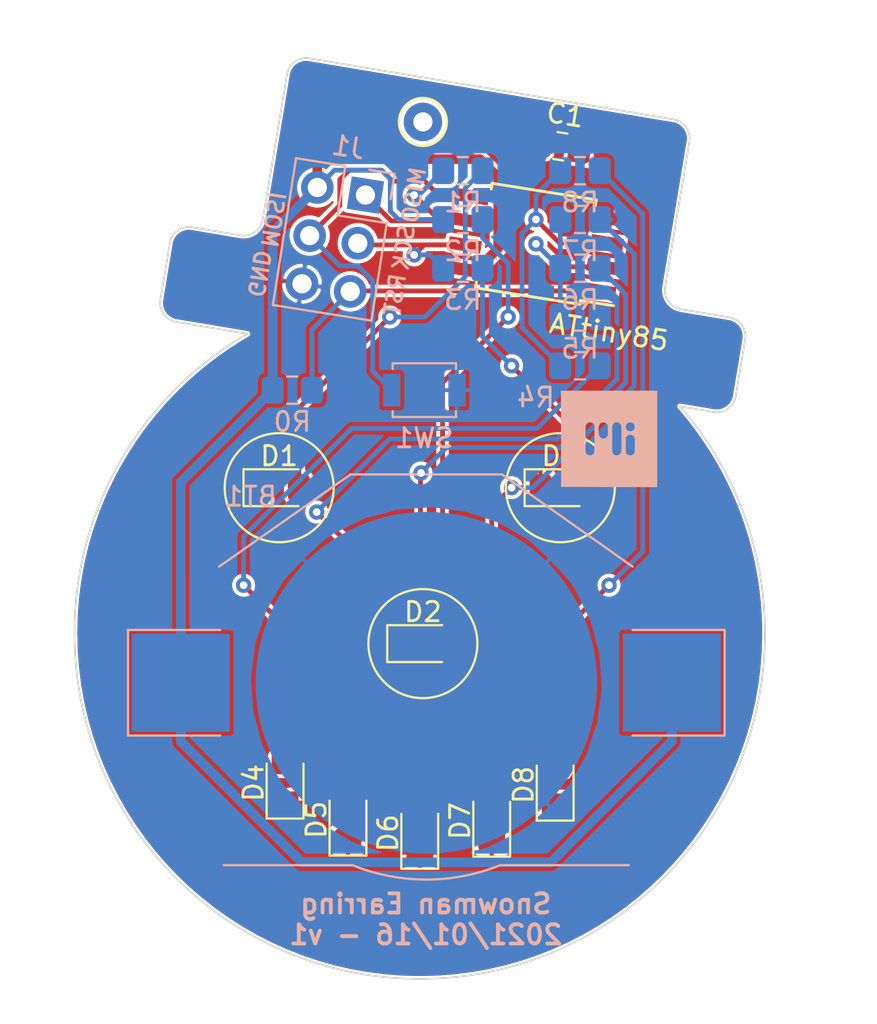
<source format=kicad_pcb>
(kicad_pcb (version 20171130) (host pcbnew "(5.1.6)-1")

  (general
    (thickness 1.6)
    (drawings 38)
    (tracks 137)
    (zones 0)
    (modules 24)
    (nets 17)
  )

  (page A4)
  (layers
    (0 F.Cu signal)
    (31 B.Cu signal)
    (32 B.Adhes user)
    (33 F.Adhes user)
    (34 B.Paste user)
    (35 F.Paste user)
    (36 B.SilkS user)
    (37 F.SilkS user)
    (38 B.Mask user)
    (39 F.Mask user)
    (40 Dwgs.User user)
    (41 Cmts.User user)
    (42 Eco1.User user)
    (43 Eco2.User user)
    (44 Edge.Cuts user)
    (45 Margin user)
    (46 B.CrtYd user)
    (47 F.CrtYd user)
    (48 B.Fab user)
    (49 F.Fab user)
  )

  (setup
    (last_trace_width 0.5)
    (user_trace_width 0.5)
    (trace_clearance 0.2)
    (zone_clearance 0.508)
    (zone_45_only no)
    (trace_min 0.2)
    (via_size 0.8)
    (via_drill 0.4)
    (via_min_size 0.4)
    (via_min_drill 0.3)
    (uvia_size 0.3)
    (uvia_drill 0.1)
    (uvias_allowed no)
    (uvia_min_size 0.2)
    (uvia_min_drill 0.1)
    (edge_width 0.05)
    (segment_width 0.2)
    (pcb_text_width 0.3)
    (pcb_text_size 1.5 1.5)
    (mod_edge_width 0.12)
    (mod_text_size 1 1)
    (mod_text_width 0.15)
    (pad_size 1.524 1.524)
    (pad_drill 0.762)
    (pad_to_mask_clearance 0.05)
    (aux_axis_origin 0 0)
    (visible_elements FFFFFF7F)
    (pcbplotparams
      (layerselection 0x010fc_ffffffff)
      (usegerberextensions false)
      (usegerberattributes true)
      (usegerberadvancedattributes true)
      (creategerberjobfile true)
      (excludeedgelayer true)
      (linewidth 0.100000)
      (plotframeref false)
      (viasonmask false)
      (mode 1)
      (useauxorigin false)
      (hpglpennumber 1)
      (hpglpenspeed 20)
      (hpglpendiameter 15.000000)
      (psnegative false)
      (psa4output false)
      (plotreference true)
      (plotvalue true)
      (plotinvisibletext false)
      (padsonsilk false)
      (subtractmaskfromsilk false)
      (outputformat 1)
      (mirror false)
      (drillshape 0)
      (scaleselection 1)
      (outputdirectory "Export v1/"))
  )

  (net 0 "")
  (net 1 +BATT)
  (net 2 GND)
  (net 3 MOSI)
  (net 4 RST)
  (net 5 "Net-(D1-Pad2)")
  (net 6 "Net-(D2-Pad2)")
  (net 7 "Net-(D3-Pad2)")
  (net 8 "Net-(D4-Pad2)")
  (net 9 "Net-(D5-Pad2)")
  (net 10 "Net-(D6-Pad2)")
  (net 11 "Net-(D7-Pad2)")
  (net 12 "Net-(D8-Pad2)")
  (net 13 LED_LEFT_EYE)
  (net 14 LED_RIGHT_EYE)
  (net 15 LED_MOUTH2)
  (net 16 LED_MOUTH1)

  (net_class Default "This is the default net class."
    (clearance 0.2)
    (trace_width 0.25)
    (via_dia 0.8)
    (via_drill 0.4)
    (uvia_dia 0.3)
    (uvia_drill 0.1)
    (add_net +BATT)
    (add_net GND)
    (add_net LED_LEFT_EYE)
    (add_net LED_MOUTH1)
    (add_net LED_MOUTH2)
    (add_net LED_RIGHT_EYE)
    (add_net MOSI)
    (add_net "Net-(D1-Pad2)")
    (add_net "Net-(D2-Pad2)")
    (add_net "Net-(D3-Pad2)")
    (add_net "Net-(D4-Pad2)")
    (add_net "Net-(D5-Pad2)")
    (add_net "Net-(D6-Pad2)")
    (add_net "Net-(D7-Pad2)")
    (add_net "Net-(D8-Pad2)")
    (add_net RST)
  )

  (module Connector_Pin:Pin_D1.0mm_L10.0mm (layer F.Cu) (tedit 5A1DC084) (tstamp 6003A7FF)
    (at 100.786932 60.96)
    (descr "solder Pin_ diameter 1.0mm, hole diameter 1.0mm (press fit), length 10.0mm")
    (tags "solder Pin_ press fit")
    (fp_text reference REF** (at 0 2.25) (layer F.SilkS) hide
      (effects (font (size 1 1) (thickness 0.15)))
    )
    (fp_text value Pin_D1.0mm_L10.0mm (at 0 -2.05) (layer F.Fab)
      (effects (font (size 1 1) (thickness 0.15)))
    )
    (fp_text user %R (at 0 2.25) (layer F.Fab)
      (effects (font (size 1 1) (thickness 0.15)))
    )
    (fp_circle (center 0 0) (end 1.5 0) (layer F.CrtYd) (width 0.05))
    (fp_circle (center 0 0) (end 0.5 0) (layer F.Fab) (width 0.12))
    (fp_circle (center 0 0) (end 1 0) (layer F.Fab) (width 0.12))
    (fp_circle (center 0 0) (end 1.25 0.05) (layer F.SilkS) (width 0.12))
    (pad 1 thru_hole circle (at 0 0) (size 2 2) (drill 1) (layers *.Cu *.Mask))
    (model ${KISYS3DMOD}/Connector_Pin.3dshapes/Pin_D1.0mm_L10.0mm.wrl
      (at (xyz 0 0 0))
      (scale (xyz 1 1 1))
      (rotate (xyz 0 0 0))
    )
  )

  (module InteractionMagic:logo_5mm (layer B.Cu) (tedit 0) (tstamp 6003A1C2)
    (at 110.49 77.47 180)
    (fp_text reference G*** (at 0 0) (layer B.SilkS) hide
      (effects (font (size 1.524 1.524) (thickness 0.3)) (justify mirror))
    )
    (fp_text value LOGO (at 0.75 0) (layer B.SilkS) hide
      (effects (font (size 1.524 1.524) (thickness 0.3)) (justify mirror))
    )
    (fp_poly (pts (xy 2.500373 0.00441) (xy 2.495903 -2.495903) (xy -0.00441 -2.500373) (xy -2.504722 -2.504843)
      (xy -2.504722 -0.3175) (xy -1.349375 -0.3175) (xy -1.349123 -0.440836) (xy -1.348066 -0.534224)
      (xy -1.345751 -0.602992) (xy -1.341728 -0.652466) (xy -1.335545 -0.687976) (xy -1.326751 -0.714849)
      (xy -1.314893 -0.738412) (xy -1.313497 -0.740833) (xy -1.25552 -0.80842) (xy -1.180148 -0.849305)
      (xy -1.095429 -0.861226) (xy -1.009408 -0.841924) (xy -0.988866 -0.832074) (xy -0.95056 -0.809217)
      (xy -0.920917 -0.783709) (xy -0.898915 -0.751003) (xy -0.883534 -0.706551) (xy -0.873754 -0.645804)
      (xy -0.868552 -0.564213) (xy -0.86691 -0.45723) (xy -0.867806 -0.320307) (xy -0.868133 -0.294062)
      (xy -0.871945 0) (xy -0.652224 0) (xy -0.652188 -0.172336) (xy -0.65177 -0.313013)
      (xy -0.650818 -0.425649) (xy -0.64918 -0.513861) (xy -0.646704 -0.581268) (xy -0.643236 -0.631487)
      (xy -0.638624 -0.668137) (xy -0.632715 -0.694835) (xy -0.625358 -0.715199) (xy -0.621744 -0.722843)
      (xy -0.57101 -0.790772) (xy -0.501383 -0.840015) (xy -0.423878 -0.863358) (xy -0.405695 -0.864305)
      (xy -0.337648 -0.851764) (xy -0.280421 -0.824266) (xy -0.250923 -0.803938) (xy -0.226627 -0.78376)
      (xy -0.207029 -0.760273) (xy -0.191625 -0.730018) (xy -0.179908 -0.689537) (xy -0.171374 -0.635369)
      (xy -0.165519 -0.564056) (xy -0.161837 -0.472138) (xy -0.159823 -0.356158) (xy -0.158973 -0.212654)
      (xy -0.158782 -0.038169) (xy -0.158778 0.009095) (xy -0.158874 0.181812) (xy -0.159288 0.322862)
      (xy -0.160179 0.435854) (xy -0.160486 0.453635) (xy 0.052982 0.453635) (xy 0.054711 0.331535)
      (xy 0.060986 0.238987) (xy 0.073329 0.170394) (xy 0.093261 0.120162) (xy 0.122305 0.082694)
      (xy 0.161981 0.052395) (xy 0.162098 0.052321) (xy 0.237417 0.023712) (xy 0.321649 0.020762)
      (xy 0.402149 0.042298) (xy 0.459113 0.079856) (xy 0.494717 0.121352) (xy 0.519659 0.170818)
      (xy 0.535557 0.234928) (xy 0.544031 0.320356) (xy 0.546697 0.433776) (xy 0.546707 0.441089)
      (xy 0.544487 0.554894) (xy 0.536617 0.640587) (xy 0.521491 0.705101) (xy 0.513443 0.721967)
      (xy 0.758472 0.721967) (xy 0.758538 0.012616) (xy 0.758644 -0.165153) (xy 0.759024 -0.311101)
      (xy 0.759828 -0.428686) (xy 0.761207 -0.521364) (xy 0.763308 -0.592593) (xy 0.766282 -0.64583)
      (xy 0.770279 -0.684533) (xy 0.775447 -0.712157) (xy 0.781936 -0.73216) (xy 0.789896 -0.748)
      (xy 0.791549 -0.750761) (xy 0.848879 -0.81339) (xy 0.924088 -0.850732) (xy 1.00833 -0.860531)
      (xy 1.092758 -0.840529) (xy 1.110162 -0.832074) (xy 1.140048 -0.815423) (xy 1.164725 -0.798264)
      (xy 1.184692 -0.777244) (xy 1.200448 -0.749012) (xy 1.212491 -0.710216) (xy 1.22132 -0.657503)
      (xy 1.227434 -0.587523) (xy 1.231332 -0.496922) (xy 1.233512 -0.382349) (xy 1.234474 -0.240453)
      (xy 1.234715 -0.067881) (xy 1.234722 0.005011) (xy 1.234498 0.186205) (xy 1.233756 0.335281)
      (xy 1.23239 0.455393) (xy 1.230293 0.549699) (xy 1.227359 0.621354) (xy 1.223482 0.673515)
      (xy 1.218556 0.709338) (xy 1.212474 0.73198) (xy 1.210069 0.737341) (xy 1.154957 0.810608)
      (xy 1.084145 0.855979) (xy 1.00454 0.872642) (xy 0.923049 0.859784) (xy 0.846578 0.816592)
      (xy 0.813 0.784071) (xy 0.758472 0.721967) (xy 0.513443 0.721967) (xy 0.497502 0.755368)
      (xy 0.464208 0.797114) (xy 0.391311 0.851276) (xy 0.310283 0.871264) (xy 0.223233 0.856661)
      (xy 0.203113 0.848602) (xy 0.149224 0.82086) (xy 0.109792 0.788536) (xy 0.082644 0.745914)
      (xy 0.065608 0.687282) (xy 0.056513 0.606923) (xy 0.053186 0.499125) (xy 0.052982 0.453635)
      (xy -0.160486 0.453635) (xy -0.161712 0.524399) (xy -0.164047 0.592108) (xy -0.167346 0.642589)
      (xy -0.171771 0.679453) (xy -0.177485 0.70631) (xy -0.184649 0.726771) (xy -0.191613 0.741109)
      (xy -0.245031 0.808892) (xy -0.314226 0.851351) (xy -0.391702 0.868591) (xy -0.469967 0.860713)
      (xy -0.541525 0.827821) (xy -0.598882 0.770017) (xy -0.61836 0.735254) (xy -0.627042 0.713999)
      (xy -0.634093 0.689851) (xy -0.639682 0.6591) (xy -0.64398 0.618035) (xy -0.64716 0.562946)
      (xy -0.649391 0.490122) (xy -0.650844 0.395851) (xy -0.651691 0.276424) (xy -0.652102 0.128129)
      (xy -0.652224 0) (xy -0.871945 0) (xy -0.873125 0.090972) (xy -0.937849 0.150254)
      (xy -1.014749 0.204105) (xy -1.092196 0.22346) (xy -1.173894 0.208961) (xy -1.20366 0.196257)
      (xy -1.248771 0.17244) (xy -1.283501 0.146958) (xy -1.309197 0.115055) (xy -1.327208 0.071978)
      (xy -1.338883 0.012971) (xy -1.345569 -0.066719) (xy -1.348617 -0.171848) (xy -1.349373 -0.307168)
      (xy -1.349375 -0.3175) (xy -2.504722 -0.3175) (xy -2.504722 0.641255) (xy -1.343654 0.641255)
      (xy -1.329844 0.550748) (xy -1.28971 0.47686) (xy -1.229237 0.423317) (xy -1.154412 0.393847)
      (xy -1.07122 0.392179) (xy -0.988866 0.420287) (xy -0.921602 0.473126) (xy -0.881205 0.540097)
      (xy -0.865983 0.614618) (xy -0.874246 0.690109) (xy -0.9043 0.759989) (xy -0.954456 0.817678)
      (xy -1.023022 0.856594) (xy -1.104497 0.870185) (xy -1.189685 0.854379) (xy -1.261998 0.811163)
      (xy -1.314853 0.74684) (xy -1.341662 0.667714) (xy -1.343654 0.641255) (xy -2.504722 0.641255)
      (xy -2.504722 2.504722) (xy 2.504843 2.504722) (xy 2.500373 0.00441)) (layer B.SilkS) (width 0.01))
  )

  (module Resistor_SMD:R_0805_2012Metric_Pad1.15x1.40mm_HandSolder (layer B.Cu) (tedit 5B36C52B) (tstamp 60038B87)
    (at 93.98 74.93)
    (descr "Resistor SMD 0805 (2012 Metric), square (rectangular) end terminal, IPC_7351 nominal with elongated pad for handsoldering. (Body size source: https://docs.google.com/spreadsheets/d/1BsfQQcO9C6DZCsRaXUlFlo91Tg2WpOkGARC1WS5S8t0/edit?usp=sharing), generated with kicad-footprint-generator")
    (tags "resistor handsolder")
    (path /600892CD)
    (attr smd)
    (fp_text reference R0 (at 0 1.65) (layer B.SilkS)
      (effects (font (size 1 1) (thickness 0.15)) (justify mirror))
    )
    (fp_text value 10k (at 0 -1.65) (layer B.Fab)
      (effects (font (size 1 1) (thickness 0.15)) (justify mirror))
    )
    (fp_text user %R (at 0 0) (layer B.Fab)
      (effects (font (size 0.5 0.5) (thickness 0.08)) (justify mirror))
    )
    (fp_line (start -1 -0.6) (end -1 0.6) (layer B.Fab) (width 0.1))
    (fp_line (start -1 0.6) (end 1 0.6) (layer B.Fab) (width 0.1))
    (fp_line (start 1 0.6) (end 1 -0.6) (layer B.Fab) (width 0.1))
    (fp_line (start 1 -0.6) (end -1 -0.6) (layer B.Fab) (width 0.1))
    (fp_line (start -0.261252 0.71) (end 0.261252 0.71) (layer B.SilkS) (width 0.12))
    (fp_line (start -0.261252 -0.71) (end 0.261252 -0.71) (layer B.SilkS) (width 0.12))
    (fp_line (start -1.85 -0.95) (end -1.85 0.95) (layer B.CrtYd) (width 0.05))
    (fp_line (start -1.85 0.95) (end 1.85 0.95) (layer B.CrtYd) (width 0.05))
    (fp_line (start 1.85 0.95) (end 1.85 -0.95) (layer B.CrtYd) (width 0.05))
    (fp_line (start 1.85 -0.95) (end -1.85 -0.95) (layer B.CrtYd) (width 0.05))
    (pad 2 smd roundrect (at 1.025 0) (size 1.15 1.4) (layers B.Cu B.Paste B.Mask) (roundrect_rratio 0.217391)
      (net 4 RST))
    (pad 1 smd roundrect (at -1.025 0) (size 1.15 1.4) (layers B.Cu B.Paste B.Mask) (roundrect_rratio 0.217391)
      (net 1 +BATT))
    (model ${KISYS3DMOD}/Resistor_SMD.3dshapes/R_0805_2012Metric.wrl
      (at (xyz 0 0 0))
      (scale (xyz 1 1 1))
      (rotate (xyz 0 0 0))
    )
  )

  (module Capacitor_SMD:C_0805_2012Metric_Pad1.15x1.40mm_HandSolder (layer F.Cu) (tedit 5B36C52B) (tstamp 60038A20)
    (at 107.95 62.23 351)
    (descr "Capacitor SMD 0805 (2012 Metric), square (rectangular) end terminal, IPC_7351 nominal with elongated pad for handsoldering. (Body size source: https://docs.google.com/spreadsheets/d/1BsfQQcO9C6DZCsRaXUlFlo91Tg2WpOkGARC1WS5S8t0/edit?usp=sharing), generated with kicad-footprint-generator")
    (tags "capacitor handsolder")
    (path /600A4E05)
    (attr smd)
    (fp_text reference C1 (at 0 -1.65 171) (layer F.SilkS)
      (effects (font (size 1 1) (thickness 0.15)))
    )
    (fp_text value 100nF (at 0 1.65 171) (layer F.Fab)
      (effects (font (size 1 1) (thickness 0.15)))
    )
    (fp_text user %R (at 0 0 171) (layer F.Fab)
      (effects (font (size 0.5 0.5) (thickness 0.08)))
    )
    (fp_line (start -1 0.6) (end -1 -0.6) (layer F.Fab) (width 0.1))
    (fp_line (start -1 -0.6) (end 1 -0.6) (layer F.Fab) (width 0.1))
    (fp_line (start 1 -0.6) (end 1 0.6) (layer F.Fab) (width 0.1))
    (fp_line (start 1 0.6) (end -1 0.6) (layer F.Fab) (width 0.1))
    (fp_line (start -0.261252 -0.71) (end 0.261252 -0.71) (layer F.SilkS) (width 0.12))
    (fp_line (start -0.261252 0.71) (end 0.261252 0.71) (layer F.SilkS) (width 0.12))
    (fp_line (start -1.85 0.95) (end -1.85 -0.95) (layer F.CrtYd) (width 0.05))
    (fp_line (start -1.85 -0.95) (end 1.85 -0.95) (layer F.CrtYd) (width 0.05))
    (fp_line (start 1.85 -0.95) (end 1.85 0.95) (layer F.CrtYd) (width 0.05))
    (fp_line (start 1.85 0.95) (end -1.85 0.95) (layer F.CrtYd) (width 0.05))
    (pad 2 smd roundrect (at 1.025 0 351) (size 1.15 1.4) (layers F.Cu F.Paste F.Mask) (roundrect_rratio 0.217391)
      (net 2 GND))
    (pad 1 smd roundrect (at -1.025 0 351) (size 1.15 1.4) (layers F.Cu F.Paste F.Mask) (roundrect_rratio 0.217391)
      (net 1 +BATT))
    (model ${KISYS3DMOD}/Capacitor_SMD.3dshapes/C_0805_2012Metric.wrl
      (at (xyz 0 0 0))
      (scale (xyz 1 1 1))
      (rotate (xyz 0 0 0))
    )
  )

  (module Resistor_SMD:R_0805_2012Metric_Pad1.15x1.40mm_HandSolder (layer B.Cu) (tedit 5B36C52B) (tstamp 60033F20)
    (at 108.975 63.5)
    (descr "Resistor SMD 0805 (2012 Metric), square (rectangular) end terminal, IPC_7351 nominal with elongated pad for handsoldering. (Body size source: https://docs.google.com/spreadsheets/d/1BsfQQcO9C6DZCsRaXUlFlo91Tg2WpOkGARC1WS5S8t0/edit?usp=sharing), generated with kicad-footprint-generator")
    (tags "resistor handsolder")
    (path /6003CD34)
    (attr smd)
    (fp_text reference R8 (at 0 1.65) (layer B.SilkS)
      (effects (font (size 1 1) (thickness 0.15)) (justify mirror))
    )
    (fp_text value 56 (at 0 -1.65) (layer B.Fab)
      (effects (font (size 1 1) (thickness 0.15)) (justify mirror))
    )
    (fp_text user %R (at 0 0) (layer B.Fab)
      (effects (font (size 0.5 0.5) (thickness 0.08)) (justify mirror))
    )
    (fp_line (start -1 -0.6) (end -1 0.6) (layer B.Fab) (width 0.1))
    (fp_line (start -1 0.6) (end 1 0.6) (layer B.Fab) (width 0.1))
    (fp_line (start 1 0.6) (end 1 -0.6) (layer B.Fab) (width 0.1))
    (fp_line (start 1 -0.6) (end -1 -0.6) (layer B.Fab) (width 0.1))
    (fp_line (start -0.261252 0.71) (end 0.261252 0.71) (layer B.SilkS) (width 0.12))
    (fp_line (start -0.261252 -0.71) (end 0.261252 -0.71) (layer B.SilkS) (width 0.12))
    (fp_line (start -1.85 -0.95) (end -1.85 0.95) (layer B.CrtYd) (width 0.05))
    (fp_line (start -1.85 0.95) (end 1.85 0.95) (layer B.CrtYd) (width 0.05))
    (fp_line (start 1.85 0.95) (end 1.85 -0.95) (layer B.CrtYd) (width 0.05))
    (fp_line (start 1.85 -0.95) (end -1.85 -0.95) (layer B.CrtYd) (width 0.05))
    (pad 2 smd roundrect (at 1.025 0) (size 1.15 1.4) (layers B.Cu B.Paste B.Mask) (roundrect_rratio 0.217391)
      (net 12 "Net-(D8-Pad2)"))
    (pad 1 smd roundrect (at -1.025 0) (size 1.15 1.4) (layers B.Cu B.Paste B.Mask) (roundrect_rratio 0.217391)
      (net 15 LED_MOUTH2))
    (model ${KISYS3DMOD}/Resistor_SMD.3dshapes/R_0805_2012Metric.wrl
      (at (xyz 0 0 0))
      (scale (xyz 1 1 1))
      (rotate (xyz 0 0 0))
    )
  )

  (module Resistor_SMD:R_0805_2012Metric_Pad1.15x1.40mm_HandSolder (layer B.Cu) (tedit 5B36C52B) (tstamp 60033F0F)
    (at 108.975 66.04)
    (descr "Resistor SMD 0805 (2012 Metric), square (rectangular) end terminal, IPC_7351 nominal with elongated pad for handsoldering. (Body size source: https://docs.google.com/spreadsheets/d/1BsfQQcO9C6DZCsRaXUlFlo91Tg2WpOkGARC1WS5S8t0/edit?usp=sharing), generated with kicad-footprint-generator")
    (tags "resistor handsolder")
    (path /6003D100)
    (attr smd)
    (fp_text reference R7 (at 0 1.65) (layer B.SilkS)
      (effects (font (size 1 1) (thickness 0.15)) (justify mirror))
    )
    (fp_text value 56 (at 0 -1.65) (layer B.Fab)
      (effects (font (size 1 1) (thickness 0.15)) (justify mirror))
    )
    (fp_text user %R (at 0 0) (layer B.Fab)
      (effects (font (size 0.5 0.5) (thickness 0.08)) (justify mirror))
    )
    (fp_line (start -1 -0.6) (end -1 0.6) (layer B.Fab) (width 0.1))
    (fp_line (start -1 0.6) (end 1 0.6) (layer B.Fab) (width 0.1))
    (fp_line (start 1 0.6) (end 1 -0.6) (layer B.Fab) (width 0.1))
    (fp_line (start 1 -0.6) (end -1 -0.6) (layer B.Fab) (width 0.1))
    (fp_line (start -0.261252 0.71) (end 0.261252 0.71) (layer B.SilkS) (width 0.12))
    (fp_line (start -0.261252 -0.71) (end 0.261252 -0.71) (layer B.SilkS) (width 0.12))
    (fp_line (start -1.85 -0.95) (end -1.85 0.95) (layer B.CrtYd) (width 0.05))
    (fp_line (start -1.85 0.95) (end 1.85 0.95) (layer B.CrtYd) (width 0.05))
    (fp_line (start 1.85 0.95) (end 1.85 -0.95) (layer B.CrtYd) (width 0.05))
    (fp_line (start 1.85 -0.95) (end -1.85 -0.95) (layer B.CrtYd) (width 0.05))
    (pad 2 smd roundrect (at 1.025 0) (size 1.15 1.4) (layers B.Cu B.Paste B.Mask) (roundrect_rratio 0.217391)
      (net 11 "Net-(D7-Pad2)"))
    (pad 1 smd roundrect (at -1.025 0) (size 1.15 1.4) (layers B.Cu B.Paste B.Mask) (roundrect_rratio 0.217391)
      (net 16 LED_MOUTH1))
    (model ${KISYS3DMOD}/Resistor_SMD.3dshapes/R_0805_2012Metric.wrl
      (at (xyz 0 0 0))
      (scale (xyz 1 1 1))
      (rotate (xyz 0 0 0))
    )
  )

  (module Resistor_SMD:R_0805_2012Metric_Pad1.15x1.40mm_HandSolder (layer B.Cu) (tedit 5B36C52B) (tstamp 60033EFE)
    (at 108.975 68.58)
    (descr "Resistor SMD 0805 (2012 Metric), square (rectangular) end terminal, IPC_7351 nominal with elongated pad for handsoldering. (Body size source: https://docs.google.com/spreadsheets/d/1BsfQQcO9C6DZCsRaXUlFlo91Tg2WpOkGARC1WS5S8t0/edit?usp=sharing), generated with kicad-footprint-generator")
    (tags "resistor handsolder")
    (path /60044E48)
    (attr smd)
    (fp_text reference R6 (at 0 1.65) (layer B.SilkS)
      (effects (font (size 1 1) (thickness 0.15)) (justify mirror))
    )
    (fp_text value 56 (at 0 -1.65) (layer B.Fab)
      (effects (font (size 1 1) (thickness 0.15)) (justify mirror))
    )
    (fp_text user %R (at 0 0) (layer B.Fab)
      (effects (font (size 0.5 0.5) (thickness 0.08)) (justify mirror))
    )
    (fp_line (start -1 -0.6) (end -1 0.6) (layer B.Fab) (width 0.1))
    (fp_line (start -1 0.6) (end 1 0.6) (layer B.Fab) (width 0.1))
    (fp_line (start 1 0.6) (end 1 -0.6) (layer B.Fab) (width 0.1))
    (fp_line (start 1 -0.6) (end -1 -0.6) (layer B.Fab) (width 0.1))
    (fp_line (start -0.261252 0.71) (end 0.261252 0.71) (layer B.SilkS) (width 0.12))
    (fp_line (start -0.261252 -0.71) (end 0.261252 -0.71) (layer B.SilkS) (width 0.12))
    (fp_line (start -1.85 -0.95) (end -1.85 0.95) (layer B.CrtYd) (width 0.05))
    (fp_line (start -1.85 0.95) (end 1.85 0.95) (layer B.CrtYd) (width 0.05))
    (fp_line (start 1.85 0.95) (end 1.85 -0.95) (layer B.CrtYd) (width 0.05))
    (fp_line (start 1.85 -0.95) (end -1.85 -0.95) (layer B.CrtYd) (width 0.05))
    (pad 2 smd roundrect (at 1.025 0) (size 1.15 1.4) (layers B.Cu B.Paste B.Mask) (roundrect_rratio 0.217391)
      (net 10 "Net-(D6-Pad2)"))
    (pad 1 smd roundrect (at -1.025 0) (size 1.15 1.4) (layers B.Cu B.Paste B.Mask) (roundrect_rratio 0.217391)
      (net 16 LED_MOUTH1))
    (model ${KISYS3DMOD}/Resistor_SMD.3dshapes/R_0805_2012Metric.wrl
      (at (xyz 0 0 0))
      (scale (xyz 1 1 1))
      (rotate (xyz 0 0 0))
    )
  )

  (module Resistor_SMD:R_0805_2012Metric_Pad1.15x1.40mm_HandSolder (layer B.Cu) (tedit 5B36C52B) (tstamp 60033EED)
    (at 108.975 71.12)
    (descr "Resistor SMD 0805 (2012 Metric), square (rectangular) end terminal, IPC_7351 nominal with elongated pad for handsoldering. (Body size source: https://docs.google.com/spreadsheets/d/1BsfQQcO9C6DZCsRaXUlFlo91Tg2WpOkGARC1WS5S8t0/edit?usp=sharing), generated with kicad-footprint-generator")
    (tags "resistor handsolder")
    (path /6004515F)
    (attr smd)
    (fp_text reference R5 (at 0 1.65) (layer B.SilkS)
      (effects (font (size 1 1) (thickness 0.15)) (justify mirror))
    )
    (fp_text value 56 (at 0 -1.65) (layer B.Fab)
      (effects (font (size 1 1) (thickness 0.15)) (justify mirror))
    )
    (fp_text user %R (at 0 0) (layer B.Fab)
      (effects (font (size 0.5 0.5) (thickness 0.08)) (justify mirror))
    )
    (fp_line (start -1 -0.6) (end -1 0.6) (layer B.Fab) (width 0.1))
    (fp_line (start -1 0.6) (end 1 0.6) (layer B.Fab) (width 0.1))
    (fp_line (start 1 0.6) (end 1 -0.6) (layer B.Fab) (width 0.1))
    (fp_line (start 1 -0.6) (end -1 -0.6) (layer B.Fab) (width 0.1))
    (fp_line (start -0.261252 0.71) (end 0.261252 0.71) (layer B.SilkS) (width 0.12))
    (fp_line (start -0.261252 -0.71) (end 0.261252 -0.71) (layer B.SilkS) (width 0.12))
    (fp_line (start -1.85 -0.95) (end -1.85 0.95) (layer B.CrtYd) (width 0.05))
    (fp_line (start -1.85 0.95) (end 1.85 0.95) (layer B.CrtYd) (width 0.05))
    (fp_line (start 1.85 0.95) (end 1.85 -0.95) (layer B.CrtYd) (width 0.05))
    (fp_line (start 1.85 -0.95) (end -1.85 -0.95) (layer B.CrtYd) (width 0.05))
    (pad 2 smd roundrect (at 1.025 0) (size 1.15 1.4) (layers B.Cu B.Paste B.Mask) (roundrect_rratio 0.217391)
      (net 9 "Net-(D5-Pad2)"))
    (pad 1 smd roundrect (at -1.025 0) (size 1.15 1.4) (layers B.Cu B.Paste B.Mask) (roundrect_rratio 0.217391)
      (net 16 LED_MOUTH1))
    (model ${KISYS3DMOD}/Resistor_SMD.3dshapes/R_0805_2012Metric.wrl
      (at (xyz 0 0 0))
      (scale (xyz 1 1 1))
      (rotate (xyz 0 0 0))
    )
  )

  (module Resistor_SMD:R_0805_2012Metric_Pad1.15x1.40mm_HandSolder (layer B.Cu) (tedit 5B36C52B) (tstamp 60033EDC)
    (at 108.975 73.66)
    (descr "Resistor SMD 0805 (2012 Metric), square (rectangular) end terminal, IPC_7351 nominal with elongated pad for handsoldering. (Body size source: https://docs.google.com/spreadsheets/d/1BsfQQcO9C6DZCsRaXUlFlo91Tg2WpOkGARC1WS5S8t0/edit?usp=sharing), generated with kicad-footprint-generator")
    (tags "resistor handsolder")
    (path /600453B7)
    (attr smd)
    (fp_text reference R4 (at -2.295 1.65) (layer B.SilkS)
      (effects (font (size 1 1) (thickness 0.15)) (justify mirror))
    )
    (fp_text value 56 (at 0 -1.65) (layer B.Fab)
      (effects (font (size 1 1) (thickness 0.15)) (justify mirror))
    )
    (fp_text user %R (at 0 0) (layer B.Fab)
      (effects (font (size 0.5 0.5) (thickness 0.08)) (justify mirror))
    )
    (fp_line (start -1 -0.6) (end -1 0.6) (layer B.Fab) (width 0.1))
    (fp_line (start -1 0.6) (end 1 0.6) (layer B.Fab) (width 0.1))
    (fp_line (start 1 0.6) (end 1 -0.6) (layer B.Fab) (width 0.1))
    (fp_line (start 1 -0.6) (end -1 -0.6) (layer B.Fab) (width 0.1))
    (fp_line (start -0.261252 0.71) (end 0.261252 0.71) (layer B.SilkS) (width 0.12))
    (fp_line (start -0.261252 -0.71) (end 0.261252 -0.71) (layer B.SilkS) (width 0.12))
    (fp_line (start -1.85 -0.95) (end -1.85 0.95) (layer B.CrtYd) (width 0.05))
    (fp_line (start -1.85 0.95) (end 1.85 0.95) (layer B.CrtYd) (width 0.05))
    (fp_line (start 1.85 0.95) (end 1.85 -0.95) (layer B.CrtYd) (width 0.05))
    (fp_line (start 1.85 -0.95) (end -1.85 -0.95) (layer B.CrtYd) (width 0.05))
    (pad 2 smd roundrect (at 1.025 0) (size 1.15 1.4) (layers B.Cu B.Paste B.Mask) (roundrect_rratio 0.217391)
      (net 8 "Net-(D4-Pad2)"))
    (pad 1 smd roundrect (at -1.025 0) (size 1.15 1.4) (layers B.Cu B.Paste B.Mask) (roundrect_rratio 0.217391)
      (net 15 LED_MOUTH2))
    (model ${KISYS3DMOD}/Resistor_SMD.3dshapes/R_0805_2012Metric.wrl
      (at (xyz 0 0 0))
      (scale (xyz 1 1 1))
      (rotate (xyz 0 0 0))
    )
  )

  (module Resistor_SMD:R_0805_2012Metric_Pad1.15x1.40mm_HandSolder (layer B.Cu) (tedit 5B36C52B) (tstamp 60033ECB)
    (at 102.87 68.58)
    (descr "Resistor SMD 0805 (2012 Metric), square (rectangular) end terminal, IPC_7351 nominal with elongated pad for handsoldering. (Body size source: https://docs.google.com/spreadsheets/d/1BsfQQcO9C6DZCsRaXUlFlo91Tg2WpOkGARC1WS5S8t0/edit?usp=sharing), generated with kicad-footprint-generator")
    (tags "resistor handsolder")
    (path /6003C10B)
    (attr smd)
    (fp_text reference R3 (at 0 1.65) (layer B.SilkS)
      (effects (font (size 1 1) (thickness 0.15)) (justify mirror))
    )
    (fp_text value 56 (at 0 -1.65) (layer B.Fab)
      (effects (font (size 1 1) (thickness 0.15)) (justify mirror))
    )
    (fp_text user %R (at 0 0) (layer B.Fab)
      (effects (font (size 0.5 0.5) (thickness 0.08)) (justify mirror))
    )
    (fp_line (start -1 -0.6) (end -1 0.6) (layer B.Fab) (width 0.1))
    (fp_line (start -1 0.6) (end 1 0.6) (layer B.Fab) (width 0.1))
    (fp_line (start 1 0.6) (end 1 -0.6) (layer B.Fab) (width 0.1))
    (fp_line (start 1 -0.6) (end -1 -0.6) (layer B.Fab) (width 0.1))
    (fp_line (start -0.261252 0.71) (end 0.261252 0.71) (layer B.SilkS) (width 0.12))
    (fp_line (start -0.261252 -0.71) (end 0.261252 -0.71) (layer B.SilkS) (width 0.12))
    (fp_line (start -1.85 -0.95) (end -1.85 0.95) (layer B.CrtYd) (width 0.05))
    (fp_line (start -1.85 0.95) (end 1.85 0.95) (layer B.CrtYd) (width 0.05))
    (fp_line (start 1.85 0.95) (end 1.85 -0.95) (layer B.CrtYd) (width 0.05))
    (fp_line (start 1.85 -0.95) (end -1.85 -0.95) (layer B.CrtYd) (width 0.05))
    (pad 2 smd roundrect (at 1.025 0) (size 1.15 1.4) (layers B.Cu B.Paste B.Mask) (roundrect_rratio 0.217391)
      (net 7 "Net-(D3-Pad2)"))
    (pad 1 smd roundrect (at -1.025 0) (size 1.15 1.4) (layers B.Cu B.Paste B.Mask) (roundrect_rratio 0.217391)
      (net 14 LED_RIGHT_EYE))
    (model ${KISYS3DMOD}/Resistor_SMD.3dshapes/R_0805_2012Metric.wrl
      (at (xyz 0 0 0))
      (scale (xyz 1 1 1))
      (rotate (xyz 0 0 0))
    )
  )

  (module Resistor_SMD:R_0805_2012Metric_Pad1.15x1.40mm_HandSolder (layer B.Cu) (tedit 5B36C52B) (tstamp 60033EBA)
    (at 102.87 66.04)
    (descr "Resistor SMD 0805 (2012 Metric), square (rectangular) end terminal, IPC_7351 nominal with elongated pad for handsoldering. (Body size source: https://docs.google.com/spreadsheets/d/1BsfQQcO9C6DZCsRaXUlFlo91Tg2WpOkGARC1WS5S8t0/edit?usp=sharing), generated with kicad-footprint-generator")
    (tags "resistor handsolder")
    (path /6003C81A)
    (attr smd)
    (fp_text reference R2 (at 0 1.65) (layer B.SilkS)
      (effects (font (size 1 1) (thickness 0.15)) (justify mirror))
    )
    (fp_text value 56 (at 0 -1.65) (layer B.Fab)
      (effects (font (size 1 1) (thickness 0.15)) (justify mirror))
    )
    (fp_text user %R (at 0 0) (layer B.Fab)
      (effects (font (size 0.5 0.5) (thickness 0.08)) (justify mirror))
    )
    (fp_line (start -1 -0.6) (end -1 0.6) (layer B.Fab) (width 0.1))
    (fp_line (start -1 0.6) (end 1 0.6) (layer B.Fab) (width 0.1))
    (fp_line (start 1 0.6) (end 1 -0.6) (layer B.Fab) (width 0.1))
    (fp_line (start 1 -0.6) (end -1 -0.6) (layer B.Fab) (width 0.1))
    (fp_line (start -0.261252 0.71) (end 0.261252 0.71) (layer B.SilkS) (width 0.12))
    (fp_line (start -0.261252 -0.71) (end 0.261252 -0.71) (layer B.SilkS) (width 0.12))
    (fp_line (start -1.85 -0.95) (end -1.85 0.95) (layer B.CrtYd) (width 0.05))
    (fp_line (start -1.85 0.95) (end 1.85 0.95) (layer B.CrtYd) (width 0.05))
    (fp_line (start 1.85 0.95) (end 1.85 -0.95) (layer B.CrtYd) (width 0.05))
    (fp_line (start 1.85 -0.95) (end -1.85 -0.95) (layer B.CrtYd) (width 0.05))
    (pad 2 smd roundrect (at 1.025 0) (size 1.15 1.4) (layers B.Cu B.Paste B.Mask) (roundrect_rratio 0.217391)
      (net 6 "Net-(D2-Pad2)"))
    (pad 1 smd roundrect (at -1.025 0) (size 1.15 1.4) (layers B.Cu B.Paste B.Mask) (roundrect_rratio 0.217391)
      (net 1 +BATT))
    (model ${KISYS3DMOD}/Resistor_SMD.3dshapes/R_0805_2012Metric.wrl
      (at (xyz 0 0 0))
      (scale (xyz 1 1 1))
      (rotate (xyz 0 0 0))
    )
  )

  (module Resistor_SMD:R_0805_2012Metric_Pad1.15x1.40mm_HandSolder (layer B.Cu) (tedit 5B36C52B) (tstamp 60033EA9)
    (at 102.87 63.5)
    (descr "Resistor SMD 0805 (2012 Metric), square (rectangular) end terminal, IPC_7351 nominal with elongated pad for handsoldering. (Body size source: https://docs.google.com/spreadsheets/d/1BsfQQcO9C6DZCsRaXUlFlo91Tg2WpOkGARC1WS5S8t0/edit?usp=sharing), generated with kicad-footprint-generator")
    (tags "resistor handsolder")
    (path /6003CAA7)
    (attr smd)
    (fp_text reference R1 (at 0 1.65) (layer B.SilkS)
      (effects (font (size 1 1) (thickness 0.15)) (justify mirror))
    )
    (fp_text value 56 (at 0 -1.65) (layer B.Fab)
      (effects (font (size 1 1) (thickness 0.15)) (justify mirror))
    )
    (fp_text user %R (at 0 0) (layer B.Fab)
      (effects (font (size 0.5 0.5) (thickness 0.08)) (justify mirror))
    )
    (fp_line (start -1 -0.6) (end -1 0.6) (layer B.Fab) (width 0.1))
    (fp_line (start -1 0.6) (end 1 0.6) (layer B.Fab) (width 0.1))
    (fp_line (start 1 0.6) (end 1 -0.6) (layer B.Fab) (width 0.1))
    (fp_line (start 1 -0.6) (end -1 -0.6) (layer B.Fab) (width 0.1))
    (fp_line (start -0.261252 0.71) (end 0.261252 0.71) (layer B.SilkS) (width 0.12))
    (fp_line (start -0.261252 -0.71) (end 0.261252 -0.71) (layer B.SilkS) (width 0.12))
    (fp_line (start -1.85 -0.95) (end -1.85 0.95) (layer B.CrtYd) (width 0.05))
    (fp_line (start -1.85 0.95) (end 1.85 0.95) (layer B.CrtYd) (width 0.05))
    (fp_line (start 1.85 0.95) (end 1.85 -0.95) (layer B.CrtYd) (width 0.05))
    (fp_line (start 1.85 -0.95) (end -1.85 -0.95) (layer B.CrtYd) (width 0.05))
    (pad 2 smd roundrect (at 1.025 0) (size 1.15 1.4) (layers B.Cu B.Paste B.Mask) (roundrect_rratio 0.217391)
      (net 5 "Net-(D1-Pad2)"))
    (pad 1 smd roundrect (at -1.025 0) (size 1.15 1.4) (layers B.Cu B.Paste B.Mask) (roundrect_rratio 0.217391)
      (net 13 LED_LEFT_EYE))
    (model ${KISYS3DMOD}/Resistor_SMD.3dshapes/R_0805_2012Metric.wrl
      (at (xyz 0 0 0))
      (scale (xyz 1 1 1))
      (rotate (xyz 0 0 0))
    )
  )

  (module LED_SMD:LED_0805_2012Metric_Pad1.15x1.40mm_HandSolder (layer F.Cu) (tedit 5B4B45C9) (tstamp 60033E62)
    (at 107.682371 95.488231 90)
    (descr "LED SMD 0805 (2012 Metric), square (rectangular) end terminal, IPC_7351 nominal, (Body size source: https://docs.google.com/spreadsheets/d/1BsfQQcO9C6DZCsRaXUlFlo91Tg2WpOkGARC1WS5S8t0/edit?usp=sharing), generated with kicad-footprint-generator")
    (tags "LED handsolder")
    (path /60039A4D)
    (attr smd)
    (fp_text reference D8 (at 0 -1.65 90) (layer F.SilkS)
      (effects (font (size 1 1) (thickness 0.15)))
    )
    (fp_text value LED (at 0 1.65 90) (layer F.Fab)
      (effects (font (size 1 1) (thickness 0.15)))
    )
    (fp_text user %R (at 0 0 90) (layer F.Fab)
      (effects (font (size 0.5 0.5) (thickness 0.08)))
    )
    (fp_line (start 1 -0.6) (end -0.7 -0.6) (layer F.Fab) (width 0.1))
    (fp_line (start -0.7 -0.6) (end -1 -0.3) (layer F.Fab) (width 0.1))
    (fp_line (start -1 -0.3) (end -1 0.6) (layer F.Fab) (width 0.1))
    (fp_line (start -1 0.6) (end 1 0.6) (layer F.Fab) (width 0.1))
    (fp_line (start 1 0.6) (end 1 -0.6) (layer F.Fab) (width 0.1))
    (fp_line (start 1 -0.96) (end -1.86 -0.96) (layer F.SilkS) (width 0.12))
    (fp_line (start -1.86 -0.96) (end -1.86 0.96) (layer F.SilkS) (width 0.12))
    (fp_line (start -1.86 0.96) (end 1 0.96) (layer F.SilkS) (width 0.12))
    (fp_line (start -1.85 0.95) (end -1.85 -0.95) (layer F.CrtYd) (width 0.05))
    (fp_line (start -1.85 -0.95) (end 1.85 -0.95) (layer F.CrtYd) (width 0.05))
    (fp_line (start 1.85 -0.95) (end 1.85 0.95) (layer F.CrtYd) (width 0.05))
    (fp_line (start 1.85 0.95) (end -1.85 0.95) (layer F.CrtYd) (width 0.05))
    (pad 2 smd roundrect (at 1.025 0 90) (size 1.15 1.4) (layers F.Cu F.Paste F.Mask) (roundrect_rratio 0.217391)
      (net 12 "Net-(D8-Pad2)"))
    (pad 1 smd roundrect (at -1.025 0 90) (size 1.15 1.4) (layers F.Cu F.Paste F.Mask) (roundrect_rratio 0.217391)
      (net 2 GND))
    (model ${KISYS3DMOD}/LED_SMD.3dshapes/LED_0805_2012Metric.wrl
      (at (xyz 0 0 0))
      (scale (xyz 1 1 1))
      (rotate (xyz 0 0 0))
    )
  )

  (module LED_SMD:LED_0805_2012Metric_Pad1.15x1.40mm_HandSolder (layer F.Cu) (tedit 5B4B45C9) (tstamp 60033E4F)
    (at 104.373665 97.365527 90)
    (descr "LED SMD 0805 (2012 Metric), square (rectangular) end terminal, IPC_7351 nominal, (Body size source: https://docs.google.com/spreadsheets/d/1BsfQQcO9C6DZCsRaXUlFlo91Tg2WpOkGARC1WS5S8t0/edit?usp=sharing), generated with kicad-footprint-generator")
    (tags "LED handsolder")
    (path /60039657)
    (attr smd)
    (fp_text reference D7 (at 0 -1.65 90) (layer F.SilkS)
      (effects (font (size 1 1) (thickness 0.15)))
    )
    (fp_text value LED (at 0 1.65 90) (layer F.Fab)
      (effects (font (size 1 1) (thickness 0.15)))
    )
    (fp_text user %R (at 0 0 90) (layer F.Fab)
      (effects (font (size 0.5 0.5) (thickness 0.08)))
    )
    (fp_line (start 1 -0.6) (end -0.7 -0.6) (layer F.Fab) (width 0.1))
    (fp_line (start -0.7 -0.6) (end -1 -0.3) (layer F.Fab) (width 0.1))
    (fp_line (start -1 -0.3) (end -1 0.6) (layer F.Fab) (width 0.1))
    (fp_line (start -1 0.6) (end 1 0.6) (layer F.Fab) (width 0.1))
    (fp_line (start 1 0.6) (end 1 -0.6) (layer F.Fab) (width 0.1))
    (fp_line (start 1 -0.96) (end -1.86 -0.96) (layer F.SilkS) (width 0.12))
    (fp_line (start -1.86 -0.96) (end -1.86 0.96) (layer F.SilkS) (width 0.12))
    (fp_line (start -1.86 0.96) (end 1 0.96) (layer F.SilkS) (width 0.12))
    (fp_line (start -1.85 0.95) (end -1.85 -0.95) (layer F.CrtYd) (width 0.05))
    (fp_line (start -1.85 -0.95) (end 1.85 -0.95) (layer F.CrtYd) (width 0.05))
    (fp_line (start 1.85 -0.95) (end 1.85 0.95) (layer F.CrtYd) (width 0.05))
    (fp_line (start 1.85 0.95) (end -1.85 0.95) (layer F.CrtYd) (width 0.05))
    (pad 2 smd roundrect (at 1.025 0 90) (size 1.15 1.4) (layers F.Cu F.Paste F.Mask) (roundrect_rratio 0.217391)
      (net 11 "Net-(D7-Pad2)"))
    (pad 1 smd roundrect (at -1.025 0 90) (size 1.15 1.4) (layers F.Cu F.Paste F.Mask) (roundrect_rratio 0.217391)
      (net 2 GND))
    (model ${KISYS3DMOD}/LED_SMD.3dshapes/LED_0805_2012Metric.wrl
      (at (xyz 0 0 0))
      (scale (xyz 1 1 1))
      (rotate (xyz 0 0 0))
    )
  )

  (module LED_SMD:LED_0805_2012Metric_Pad1.15x1.40mm_HandSolder (layer F.Cu) (tedit 5B4B45C9) (tstamp 60033E3C)
    (at 100.622425 97.997965 90)
    (descr "LED SMD 0805 (2012 Metric), square (rectangular) end terminal, IPC_7351 nominal, (Body size source: https://docs.google.com/spreadsheets/d/1BsfQQcO9C6DZCsRaXUlFlo91Tg2WpOkGARC1WS5S8t0/edit?usp=sharing), generated with kicad-footprint-generator")
    (tags "LED handsolder")
    (path /600391E9)
    (attr smd)
    (fp_text reference D6 (at 0 -1.65 90) (layer F.SilkS)
      (effects (font (size 1 1) (thickness 0.15)))
    )
    (fp_text value LED (at 0 1.65 90) (layer F.Fab)
      (effects (font (size 1 1) (thickness 0.15)))
    )
    (fp_text user %R (at 0 0 90) (layer F.Fab)
      (effects (font (size 0.5 0.5) (thickness 0.08)))
    )
    (fp_line (start 1 -0.6) (end -0.7 -0.6) (layer F.Fab) (width 0.1))
    (fp_line (start -0.7 -0.6) (end -1 -0.3) (layer F.Fab) (width 0.1))
    (fp_line (start -1 -0.3) (end -1 0.6) (layer F.Fab) (width 0.1))
    (fp_line (start -1 0.6) (end 1 0.6) (layer F.Fab) (width 0.1))
    (fp_line (start 1 0.6) (end 1 -0.6) (layer F.Fab) (width 0.1))
    (fp_line (start 1 -0.96) (end -1.86 -0.96) (layer F.SilkS) (width 0.12))
    (fp_line (start -1.86 -0.96) (end -1.86 0.96) (layer F.SilkS) (width 0.12))
    (fp_line (start -1.86 0.96) (end 1 0.96) (layer F.SilkS) (width 0.12))
    (fp_line (start -1.85 0.95) (end -1.85 -0.95) (layer F.CrtYd) (width 0.05))
    (fp_line (start -1.85 -0.95) (end 1.85 -0.95) (layer F.CrtYd) (width 0.05))
    (fp_line (start 1.85 -0.95) (end 1.85 0.95) (layer F.CrtYd) (width 0.05))
    (fp_line (start 1.85 0.95) (end -1.85 0.95) (layer F.CrtYd) (width 0.05))
    (pad 2 smd roundrect (at 1.025 0 90) (size 1.15 1.4) (layers F.Cu F.Paste F.Mask) (roundrect_rratio 0.217391)
      (net 10 "Net-(D6-Pad2)"))
    (pad 1 smd roundrect (at -1.025 0 90) (size 1.15 1.4) (layers F.Cu F.Paste F.Mask) (roundrect_rratio 0.217391)
      (net 2 GND))
    (model ${KISYS3DMOD}/LED_SMD.3dshapes/LED_0805_2012Metric.wrl
      (at (xyz 0 0 0))
      (scale (xyz 1 1 1))
      (rotate (xyz 0 0 0))
    )
  )

  (module LED_SMD:LED_0805_2012Metric_Pad1.15x1.40mm_HandSolder (layer F.Cu) (tedit 5B4B45C9) (tstamp 60033E29)
    (at 96.881106 97.309263 90)
    (descr "LED SMD 0805 (2012 Metric), square (rectangular) end terminal, IPC_7351 nominal, (Body size source: https://docs.google.com/spreadsheets/d/1BsfQQcO9C6DZCsRaXUlFlo91Tg2WpOkGARC1WS5S8t0/edit?usp=sharing), generated with kicad-footprint-generator")
    (tags "LED handsolder")
    (path /60039FBB)
    (attr smd)
    (fp_text reference D5 (at 0 -1.65 90) (layer F.SilkS)
      (effects (font (size 1 1) (thickness 0.15)))
    )
    (fp_text value LED (at 0 1.65 90) (layer F.Fab)
      (effects (font (size 1 1) (thickness 0.15)))
    )
    (fp_text user %R (at 0 0 90) (layer F.Fab)
      (effects (font (size 0.5 0.5) (thickness 0.08)))
    )
    (fp_line (start 1 -0.6) (end -0.7 -0.6) (layer F.Fab) (width 0.1))
    (fp_line (start -0.7 -0.6) (end -1 -0.3) (layer F.Fab) (width 0.1))
    (fp_line (start -1 -0.3) (end -1 0.6) (layer F.Fab) (width 0.1))
    (fp_line (start -1 0.6) (end 1 0.6) (layer F.Fab) (width 0.1))
    (fp_line (start 1 0.6) (end 1 -0.6) (layer F.Fab) (width 0.1))
    (fp_line (start 1 -0.96) (end -1.86 -0.96) (layer F.SilkS) (width 0.12))
    (fp_line (start -1.86 -0.96) (end -1.86 0.96) (layer F.SilkS) (width 0.12))
    (fp_line (start -1.86 0.96) (end 1 0.96) (layer F.SilkS) (width 0.12))
    (fp_line (start -1.85 0.95) (end -1.85 -0.95) (layer F.CrtYd) (width 0.05))
    (fp_line (start -1.85 -0.95) (end 1.85 -0.95) (layer F.CrtYd) (width 0.05))
    (fp_line (start 1.85 -0.95) (end 1.85 0.95) (layer F.CrtYd) (width 0.05))
    (fp_line (start 1.85 0.95) (end -1.85 0.95) (layer F.CrtYd) (width 0.05))
    (pad 2 smd roundrect (at 1.025 0 90) (size 1.15 1.4) (layers F.Cu F.Paste F.Mask) (roundrect_rratio 0.217391)
      (net 9 "Net-(D5-Pad2)"))
    (pad 1 smd roundrect (at -1.025 0 90) (size 1.15 1.4) (layers F.Cu F.Paste F.Mask) (roundrect_rratio 0.217391)
      (net 2 GND))
    (model ${KISYS3DMOD}/LED_SMD.3dshapes/LED_0805_2012Metric.wrl
      (at (xyz 0 0 0))
      (scale (xyz 1 1 1))
      (rotate (xyz 0 0 0))
    )
  )

  (module LED_SMD:LED_0805_2012Metric_Pad1.15x1.40mm_HandSolder (layer F.Cu) (tedit 5B4B45C9) (tstamp 60033E16)
    (at 93.600966 95.382487 90)
    (descr "LED SMD 0805 (2012 Metric), square (rectangular) end terminal, IPC_7351 nominal, (Body size source: https://docs.google.com/spreadsheets/d/1BsfQQcO9C6DZCsRaXUlFlo91Tg2WpOkGARC1WS5S8t0/edit?usp=sharing), generated with kicad-footprint-generator")
    (tags "LED handsolder")
    (path /6003A43F)
    (attr smd)
    (fp_text reference D4 (at 0 -1.65 90) (layer F.SilkS)
      (effects (font (size 1 1) (thickness 0.15)))
    )
    (fp_text value LED (at 0 1.65 90) (layer F.Fab)
      (effects (font (size 1 1) (thickness 0.15)))
    )
    (fp_text user %R (at 0 0 90) (layer F.Fab)
      (effects (font (size 0.5 0.5) (thickness 0.08)))
    )
    (fp_line (start 1 -0.6) (end -0.7 -0.6) (layer F.Fab) (width 0.1))
    (fp_line (start -0.7 -0.6) (end -1 -0.3) (layer F.Fab) (width 0.1))
    (fp_line (start -1 -0.3) (end -1 0.6) (layer F.Fab) (width 0.1))
    (fp_line (start -1 0.6) (end 1 0.6) (layer F.Fab) (width 0.1))
    (fp_line (start 1 0.6) (end 1 -0.6) (layer F.Fab) (width 0.1))
    (fp_line (start 1 -0.96) (end -1.86 -0.96) (layer F.SilkS) (width 0.12))
    (fp_line (start -1.86 -0.96) (end -1.86 0.96) (layer F.SilkS) (width 0.12))
    (fp_line (start -1.86 0.96) (end 1 0.96) (layer F.SilkS) (width 0.12))
    (fp_line (start -1.85 0.95) (end -1.85 -0.95) (layer F.CrtYd) (width 0.05))
    (fp_line (start -1.85 -0.95) (end 1.85 -0.95) (layer F.CrtYd) (width 0.05))
    (fp_line (start 1.85 -0.95) (end 1.85 0.95) (layer F.CrtYd) (width 0.05))
    (fp_line (start 1.85 0.95) (end -1.85 0.95) (layer F.CrtYd) (width 0.05))
    (pad 2 smd roundrect (at 1.025 0 90) (size 1.15 1.4) (layers F.Cu F.Paste F.Mask) (roundrect_rratio 0.217391)
      (net 8 "Net-(D4-Pad2)"))
    (pad 1 smd roundrect (at -1.025 0 90) (size 1.15 1.4) (layers F.Cu F.Paste F.Mask) (roundrect_rratio 0.217391)
      (net 2 GND))
    (model ${KISYS3DMOD}/LED_SMD.3dshapes/LED_0805_2012Metric.wrl
      (at (xyz 0 0 0))
      (scale (xyz 1 1 1))
      (rotate (xyz 0 0 0))
    )
  )

  (module LED_SMD:LED_0805_2012Metric_Pad1.15x1.40mm_HandSolder (layer F.Cu) (tedit 5B4B45C9) (tstamp 60033E03)
    (at 107.95 80.01)
    (descr "LED SMD 0805 (2012 Metric), square (rectangular) end terminal, IPC_7351 nominal, (Body size source: https://docs.google.com/spreadsheets/d/1BsfQQcO9C6DZCsRaXUlFlo91Tg2WpOkGARC1WS5S8t0/edit?usp=sharing), generated with kicad-footprint-generator")
    (tags "LED handsolder")
    (path /60038BAF)
    (attr smd)
    (fp_text reference D3 (at 0 -1.65) (layer F.SilkS)
      (effects (font (size 1 1) (thickness 0.15)))
    )
    (fp_text value LED (at 0 1.65) (layer F.Fab)
      (effects (font (size 1 1) (thickness 0.15)))
    )
    (fp_text user %R (at 0 0) (layer F.Fab)
      (effects (font (size 0.5 0.5) (thickness 0.08)))
    )
    (fp_line (start 1 -0.6) (end -0.7 -0.6) (layer F.Fab) (width 0.1))
    (fp_line (start -0.7 -0.6) (end -1 -0.3) (layer F.Fab) (width 0.1))
    (fp_line (start -1 -0.3) (end -1 0.6) (layer F.Fab) (width 0.1))
    (fp_line (start -1 0.6) (end 1 0.6) (layer F.Fab) (width 0.1))
    (fp_line (start 1 0.6) (end 1 -0.6) (layer F.Fab) (width 0.1))
    (fp_line (start 1 -0.96) (end -1.86 -0.96) (layer F.SilkS) (width 0.12))
    (fp_line (start -1.86 -0.96) (end -1.86 0.96) (layer F.SilkS) (width 0.12))
    (fp_line (start -1.86 0.96) (end 1 0.96) (layer F.SilkS) (width 0.12))
    (fp_line (start -1.85 0.95) (end -1.85 -0.95) (layer F.CrtYd) (width 0.05))
    (fp_line (start -1.85 -0.95) (end 1.85 -0.95) (layer F.CrtYd) (width 0.05))
    (fp_line (start 1.85 -0.95) (end 1.85 0.95) (layer F.CrtYd) (width 0.05))
    (fp_line (start 1.85 0.95) (end -1.85 0.95) (layer F.CrtYd) (width 0.05))
    (pad 2 smd roundrect (at 1.025 0) (size 1.15 1.4) (layers F.Cu F.Paste F.Mask) (roundrect_rratio 0.217391)
      (net 7 "Net-(D3-Pad2)"))
    (pad 1 smd roundrect (at -1.025 0) (size 1.15 1.4) (layers F.Cu F.Paste F.Mask) (roundrect_rratio 0.217391)
      (net 2 GND))
    (model ${KISYS3DMOD}/LED_SMD.3dshapes/LED_0805_2012Metric.wrl
      (at (xyz 0 0 0))
      (scale (xyz 1 1 1))
      (rotate (xyz 0 0 0))
    )
  )

  (module LED_SMD:LED_0805_2012Metric_Pad1.15x1.40mm_HandSolder (layer F.Cu) (tedit 5B4B45C9) (tstamp 60033DF0)
    (at 100.786932 88.131652)
    (descr "LED SMD 0805 (2012 Metric), square (rectangular) end terminal, IPC_7351 nominal, (Body size source: https://docs.google.com/spreadsheets/d/1BsfQQcO9C6DZCsRaXUlFlo91Tg2WpOkGARC1WS5S8t0/edit?usp=sharing), generated with kicad-footprint-generator")
    (tags "LED handsolder")
    (path /60038954)
    (attr smd)
    (fp_text reference D2 (at 0 -1.65) (layer F.SilkS)
      (effects (font (size 1 1) (thickness 0.15)))
    )
    (fp_text value LED (at 0 1.65) (layer F.Fab)
      (effects (font (size 1 1) (thickness 0.15)))
    )
    (fp_text user %R (at 0 0) (layer F.Fab)
      (effects (font (size 0.5 0.5) (thickness 0.08)))
    )
    (fp_line (start 1 -0.6) (end -0.7 -0.6) (layer F.Fab) (width 0.1))
    (fp_line (start -0.7 -0.6) (end -1 -0.3) (layer F.Fab) (width 0.1))
    (fp_line (start -1 -0.3) (end -1 0.6) (layer F.Fab) (width 0.1))
    (fp_line (start -1 0.6) (end 1 0.6) (layer F.Fab) (width 0.1))
    (fp_line (start 1 0.6) (end 1 -0.6) (layer F.Fab) (width 0.1))
    (fp_line (start 1 -0.96) (end -1.86 -0.96) (layer F.SilkS) (width 0.12))
    (fp_line (start -1.86 -0.96) (end -1.86 0.96) (layer F.SilkS) (width 0.12))
    (fp_line (start -1.86 0.96) (end 1 0.96) (layer F.SilkS) (width 0.12))
    (fp_line (start -1.85 0.95) (end -1.85 -0.95) (layer F.CrtYd) (width 0.05))
    (fp_line (start -1.85 -0.95) (end 1.85 -0.95) (layer F.CrtYd) (width 0.05))
    (fp_line (start 1.85 -0.95) (end 1.85 0.95) (layer F.CrtYd) (width 0.05))
    (fp_line (start 1.85 0.95) (end -1.85 0.95) (layer F.CrtYd) (width 0.05))
    (pad 2 smd roundrect (at 1.025 0) (size 1.15 1.4) (layers F.Cu F.Paste F.Mask) (roundrect_rratio 0.217391)
      (net 6 "Net-(D2-Pad2)"))
    (pad 1 smd roundrect (at -1.025 0) (size 1.15 1.4) (layers F.Cu F.Paste F.Mask) (roundrect_rratio 0.217391)
      (net 2 GND))
    (model ${KISYS3DMOD}/LED_SMD.3dshapes/LED_0805_2012Metric.wrl
      (at (xyz 0 0 0))
      (scale (xyz 1 1 1))
      (rotate (xyz 0 0 0))
    )
  )

  (module LED_SMD:LED_0805_2012Metric_Pad1.15x1.40mm_HandSolder (layer F.Cu) (tedit 5B4B45C9) (tstamp 60033DDD)
    (at 93.294851 80.01)
    (descr "LED SMD 0805 (2012 Metric), square (rectangular) end terminal, IPC_7351 nominal, (Body size source: https://docs.google.com/spreadsheets/d/1BsfQQcO9C6DZCsRaXUlFlo91Tg2WpOkGARC1WS5S8t0/edit?usp=sharing), generated with kicad-footprint-generator")
    (tags "LED handsolder")
    (path /6003803F)
    (attr smd)
    (fp_text reference D1 (at 0 -1.65) (layer F.SilkS)
      (effects (font (size 1 1) (thickness 0.15)))
    )
    (fp_text value LED (at 0 1.65) (layer F.Fab)
      (effects (font (size 1 1) (thickness 0.15)))
    )
    (fp_text user %R (at 0 0) (layer F.Fab)
      (effects (font (size 0.5 0.5) (thickness 0.08)))
    )
    (fp_line (start 1 -0.6) (end -0.7 -0.6) (layer F.Fab) (width 0.1))
    (fp_line (start -0.7 -0.6) (end -1 -0.3) (layer F.Fab) (width 0.1))
    (fp_line (start -1 -0.3) (end -1 0.6) (layer F.Fab) (width 0.1))
    (fp_line (start -1 0.6) (end 1 0.6) (layer F.Fab) (width 0.1))
    (fp_line (start 1 0.6) (end 1 -0.6) (layer F.Fab) (width 0.1))
    (fp_line (start 1 -0.96) (end -1.86 -0.96) (layer F.SilkS) (width 0.12))
    (fp_line (start -1.86 -0.96) (end -1.86 0.96) (layer F.SilkS) (width 0.12))
    (fp_line (start -1.86 0.96) (end 1 0.96) (layer F.SilkS) (width 0.12))
    (fp_line (start -1.85 0.95) (end -1.85 -0.95) (layer F.CrtYd) (width 0.05))
    (fp_line (start -1.85 -0.95) (end 1.85 -0.95) (layer F.CrtYd) (width 0.05))
    (fp_line (start 1.85 -0.95) (end 1.85 0.95) (layer F.CrtYd) (width 0.05))
    (fp_line (start 1.85 0.95) (end -1.85 0.95) (layer F.CrtYd) (width 0.05))
    (pad 2 smd roundrect (at 1.025 0) (size 1.15 1.4) (layers F.Cu F.Paste F.Mask) (roundrect_rratio 0.217391)
      (net 5 "Net-(D1-Pad2)"))
    (pad 1 smd roundrect (at -1.025 0) (size 1.15 1.4) (layers F.Cu F.Paste F.Mask) (roundrect_rratio 0.217391)
      (net 2 GND))
    (model ${KISYS3DMOD}/LED_SMD.3dshapes/LED_0805_2012Metric.wrl
      (at (xyz 0 0 0))
      (scale (xyz 1 1 1))
      (rotate (xyz 0 0 0))
    )
  )

  (module Battery:BatteryHolder_Keystone_3002_1x2032 (layer B.Cu) (tedit 5D9C7E9A) (tstamp 6003361B)
    (at 100.965001 90.17)
    (descr https://www.tme.eu/it/Document/a823211ec201a9e209042d155fe22d2b/KEYS2996.pdf)
    (tags "BR2016 CR2016 DL2016 BR2020 CL2020 BR2025 CR2025 DL2025 DR2032 CR2032 DL2032")
    (path /6002D584)
    (attr smd)
    (fp_text reference BT1 (at -9.15 -9.7) (layer B.SilkS)
      (effects (font (size 1 1) (thickness 0.15)) (justify mirror))
    )
    (fp_text value Battery_Cell (at 0 11) (layer B.Fab)
      (effects (font (size 1 1) (thickness 0.15)) (justify mirror))
    )
    (fp_line (start -15.35 2.55) (end -15.35 -2.55) (layer B.Fab) (width 0.1))
    (fp_line (start -15.35 -2.55) (end -10.55 -2.55) (layer B.Fab) (width 0.1))
    (fp_line (start -15.35 2.55) (end -10.55 2.55) (layer B.Fab) (width 0.1))
    (fp_line (start -10.55 -2.55) (end -10.55 -5.85) (layer B.Fab) (width 0.1))
    (fp_line (start 10.55 -2.55) (end 10.55 -5.9) (layer B.Fab) (width 0.1))
    (fp_line (start -3.8 -10.6) (end 3.8 -10.6) (layer B.Fab) (width 0.1))
    (fp_line (start 10.55 -2.55) (end 15.35 -2.55) (layer B.Fab) (width 0.1))
    (fp_line (start 15.35 -2.55) (end 15.35 2.55) (layer B.Fab) (width 0.1))
    (fp_line (start 15.35 2.55) (end 10.55 2.55) (layer B.Fab) (width 0.1))
    (fp_line (start 10.55 2.55) (end 10.55 9.3) (layer B.Fab) (width 0.1))
    (fp_line (start 10.55 9.3) (end -10.55 9.3) (layer B.Fab) (width 0.1))
    (fp_line (start -10.55 2.55) (end -10.55 9.3) (layer B.Fab) (width 0.1))
    (fp_line (start -10.55 -5.85) (end -3.8 -10.6) (layer B.Fab) (width 0.1))
    (fp_line (start -10.8 -6.05) (end -3.95 -10.85) (layer B.SilkS) (width 0.12))
    (fp_line (start -3.95 -10.85) (end 3.95 -10.85) (layer B.SilkS) (width 0.12))
    (fp_line (start 3.95 -10.85) (end 10.75 -6.05) (layer B.SilkS) (width 0.12))
    (fp_line (start 10.55 -5.9) (end 3.8 -10.6) (layer B.Fab) (width 0.1))
    (fp_circle (center 0 0) (end 10 0) (layer Dwgs.User) (width 0.2))
    (fp_line (start -10.55 9.5) (end -3.85 9.5) (layer B.SilkS) (width 0.12))
    (fp_line (start 10.55 9.5) (end 3.85 9.5) (layer B.SilkS) (width 0.12))
    (fp_line (start -15.85 3.05) (end -11.05 3.05) (layer B.CrtYd) (width 0.05))
    (fp_line (start -11.05 3.05) (end -11.05 9.8) (layer B.CrtYd) (width 0.05))
    (fp_line (start -11.05 9.8) (end -3.9 9.8) (layer B.CrtYd) (width 0.05))
    (fp_line (start 11.05 9.8) (end 3.9 9.8) (layer B.CrtYd) (width 0.05))
    (fp_line (start 11.05 9.8) (end 11.05 3.05) (layer B.CrtYd) (width 0.05))
    (fp_line (start 11.05 3.05) (end 15.85 3.05) (layer B.CrtYd) (width 0.05))
    (fp_line (start 15.85 3.05) (end 15.85 -3.05) (layer B.CrtYd) (width 0.05))
    (fp_line (start 15.85 -3.05) (end 11.05 -3.05) (layer B.CrtYd) (width 0.05))
    (fp_line (start 11.05 -3.05) (end 11.05 -6.35) (layer B.CrtYd) (width 0.05))
    (fp_line (start 11.05 -6.35) (end 4.3 -11.1) (layer B.CrtYd) (width 0.05))
    (fp_line (start 4.3 -11.1) (end -4.3 -11.1) (layer B.CrtYd) (width 0.05))
    (fp_line (start -4.3 -11.1) (end -11.05 -6.35) (layer B.CrtYd) (width 0.05))
    (fp_line (start -11.05 -6.35) (end -11.05 -3.05) (layer B.CrtYd) (width 0.05))
    (fp_line (start -11.05 -3.05) (end -15.85 -3.05) (layer B.CrtYd) (width 0.05))
    (fp_line (start -15.85 -3.05) (end -15.85 3.05) (layer B.CrtYd) (width 0.05))
    (fp_line (start -10.75 2.75) (end -15.55 2.75) (layer B.SilkS) (width 0.12))
    (fp_line (start -15.55 2.75) (end -15.55 -2.75) (layer B.SilkS) (width 0.12))
    (fp_line (start -15.55 -2.75) (end -10.75 -2.75) (layer B.SilkS) (width 0.12))
    (fp_line (start 10.75 -2.75) (end 15.55 -2.75) (layer B.SilkS) (width 0.12))
    (fp_line (start 15.55 -2.75) (end 15.55 2.75) (layer B.SilkS) (width 0.12))
    (fp_line (start 15.55 2.75) (end 10.75 2.75) (layer B.SilkS) (width 0.12))
    (fp_text user %R (at -9.15 -9.7) (layer B.Fab)
      (effects (font (size 1 1) (thickness 0.15)) (justify mirror))
    )
    (fp_arc (start 0 0) (end 3.9 9.8) (angle 43.40107348) (layer B.CrtYd) (width 0.05))
    (fp_arc (start 0 0) (end 3.85 9.5) (angle 44.1) (layer B.SilkS) (width 0.12))
    (pad 1 smd rect (at 12.8 0) (size 5.1 5.1) (layers B.Cu B.Paste B.Mask)
      (net 1 +BATT))
    (pad 1 smd rect (at -12.8 0) (size 5.1 5.1) (layers B.Cu B.Paste B.Mask)
      (net 1 +BATT))
    (pad 2 smd circle (at 0 0) (size 17.8 17.8) (layers B.Cu B.Mask)
      (net 2 GND))
    (model ${KISYS3DMOD}/Battery.3dshapes/BatteryHolder_Keystone_3002_1x2032.wrl
      (at (xyz 0 0 0))
      (scale (xyz 1 1 1))
      (rotate (xyz 0 0 0))
    )
  )

  (module Connector_PinHeader_2.54mm:PinHeader_2x03_P2.54mm_Vertical (layer B.Cu) (tedit 59FED5CC) (tstamp 60033637)
    (at 97.79 64.77 171)
    (descr "Through hole straight pin header, 2x03, 2.54mm pitch, double rows")
    (tags "Through hole pin header THT 2x03 2.54mm double row")
    (path /60030547)
    (fp_text reference J1 (at 1.27 2.33 351) (layer B.SilkS)
      (effects (font (size 1 1) (thickness 0.15)) (justify mirror))
    )
    (fp_text value AVR-ISP-6 (at 1.27 -7.41 351) (layer B.Fab)
      (effects (font (size 1 1) (thickness 0.15)) (justify mirror))
    )
    (fp_line (start 4.35 1.8) (end -1.8 1.8) (layer B.CrtYd) (width 0.05))
    (fp_line (start 4.35 -6.85) (end 4.35 1.8) (layer B.CrtYd) (width 0.05))
    (fp_line (start -1.8 -6.85) (end 4.35 -6.85) (layer B.CrtYd) (width 0.05))
    (fp_line (start -1.8 1.8) (end -1.8 -6.85) (layer B.CrtYd) (width 0.05))
    (fp_line (start -1.33 1.33) (end 0 1.33) (layer B.SilkS) (width 0.12))
    (fp_line (start -1.33 0) (end -1.33 1.33) (layer B.SilkS) (width 0.12))
    (fp_line (start 1.27 1.33) (end 3.87 1.33) (layer B.SilkS) (width 0.12))
    (fp_line (start 1.27 -1.27) (end 1.27 1.33) (layer B.SilkS) (width 0.12))
    (fp_line (start -1.33 -1.27) (end 1.27 -1.27) (layer B.SilkS) (width 0.12))
    (fp_line (start 3.87 1.33) (end 3.87 -6.41) (layer B.SilkS) (width 0.12))
    (fp_line (start -1.33 -1.27) (end -1.33 -6.41) (layer B.SilkS) (width 0.12))
    (fp_line (start -1.33 -6.41) (end 3.87 -6.41) (layer B.SilkS) (width 0.12))
    (fp_line (start -1.27 0) (end 0 1.27) (layer B.Fab) (width 0.1))
    (fp_line (start -1.27 -6.35) (end -1.27 0) (layer B.Fab) (width 0.1))
    (fp_line (start 3.81 -6.35) (end -1.27 -6.35) (layer B.Fab) (width 0.1))
    (fp_line (start 3.81 1.27) (end 3.81 -6.35) (layer B.Fab) (width 0.1))
    (fp_line (start 0 1.27) (end 3.81 1.27) (layer B.Fab) (width 0.1))
    (fp_text user %R (at 1.27 -2.54 81) (layer B.Fab)
      (effects (font (size 1 1) (thickness 0.15)) (justify mirror))
    )
    (pad 1 thru_hole rect (at 0 0 171) (size 1.7 1.7) (drill 1) (layers *.Cu *.Mask)
      (net 13 LED_LEFT_EYE))
    (pad 2 thru_hole oval (at 2.54 0 171) (size 1.7 1.7) (drill 1) (layers *.Cu *.Mask)
      (net 1 +BATT))
    (pad 3 thru_hole oval (at 0 -2.54 171) (size 1.7 1.7) (drill 1) (layers *.Cu *.Mask)
      (net 14 LED_RIGHT_EYE))
    (pad 4 thru_hole oval (at 2.54 -2.54 171) (size 1.7 1.7) (drill 1) (layers *.Cu *.Mask)
      (net 3 MOSI))
    (pad 5 thru_hole oval (at 0 -5.08 171) (size 1.7 1.7) (drill 1) (layers *.Cu *.Mask)
      (net 4 RST))
    (pad 6 thru_hole oval (at 2.54 -5.08 171) (size 1.7 1.7) (drill 1) (layers *.Cu *.Mask)
      (net 2 GND))
    (model ${KISYS3DMOD}/Connector_PinHeader_2.54mm.3dshapes/PinHeader_2x03_P2.54mm_Vertical.wrl
      (at (xyz 0 0 0))
      (scale (xyz 1 1 1))
      (rotate (xyz 0 0 0))
    )
  )

  (module Button_Switch_SMD:SW_SPST_B3U-1000P (layer B.Cu) (tedit 5A02FC95) (tstamp 6003364D)
    (at 100.861649 74.93)
    (descr "Ultra-small-sized Tactile Switch with High Contact Reliability, Top-actuated Model, without Ground Terminal, without Boss")
    (tags "Tactile Switch")
    (path /60033615)
    (attr smd)
    (fp_text reference SW1 (at 0 2.5) (layer B.SilkS)
      (effects (font (size 1 1) (thickness 0.15)) (justify mirror))
    )
    (fp_text value SW_Push (at 0 -2.5) (layer B.Fab)
      (effects (font (size 1 1) (thickness 0.15)) (justify mirror))
    )
    (fp_circle (center 0 0) (end 0.75 0) (layer B.Fab) (width 0.1))
    (fp_line (start -1.5 -1.25) (end -1.5 1.25) (layer B.Fab) (width 0.1))
    (fp_line (start 1.5 -1.25) (end -1.5 -1.25) (layer B.Fab) (width 0.1))
    (fp_line (start 1.5 1.25) (end 1.5 -1.25) (layer B.Fab) (width 0.1))
    (fp_line (start -1.5 1.25) (end 1.5 1.25) (layer B.Fab) (width 0.1))
    (fp_line (start 1.65 1.4) (end 1.65 1.1) (layer B.SilkS) (width 0.12))
    (fp_line (start -1.65 1.4) (end 1.65 1.4) (layer B.SilkS) (width 0.12))
    (fp_line (start -1.65 1.1) (end -1.65 1.4) (layer B.SilkS) (width 0.12))
    (fp_line (start 1.65 -1.4) (end 1.65 -1.1) (layer B.SilkS) (width 0.12))
    (fp_line (start -1.65 -1.4) (end 1.65 -1.4) (layer B.SilkS) (width 0.12))
    (fp_line (start -1.65 -1.1) (end -1.65 -1.4) (layer B.SilkS) (width 0.12))
    (fp_line (start -2.4 1.65) (end -2.4 -1.65) (layer B.CrtYd) (width 0.05))
    (fp_line (start 2.4 1.65) (end -2.4 1.65) (layer B.CrtYd) (width 0.05))
    (fp_line (start 2.4 -1.65) (end 2.4 1.65) (layer B.CrtYd) (width 0.05))
    (fp_line (start -2.4 -1.65) (end 2.4 -1.65) (layer B.CrtYd) (width 0.05))
    (fp_text user %R (at 0 2.5) (layer B.Fab)
      (effects (font (size 1 1) (thickness 0.15)) (justify mirror))
    )
    (pad 1 smd rect (at -1.7 0) (size 0.9 1.7) (layers B.Cu B.Paste B.Mask)
      (net 3 MOSI))
    (pad 2 smd rect (at 1.7 0) (size 0.9 1.7) (layers B.Cu B.Paste B.Mask)
      (net 2 GND))
    (model ${KISYS3DMOD}/Button_Switch_SMD.3dshapes/SW_SPST_B3U-1000P.wrl
      (at (xyz 0 0 0))
      (scale (xyz 1 1 1))
      (rotate (xyz 0 0 0))
    )
  )

  (module Package_SO:SOIJ-8_5.3x5.3mm_P1.27mm (layer F.Cu) (tedit 5A02F2D3) (tstamp 6003366A)
    (at 106.68 67.31 171)
    (descr "8-Lead Plastic Small Outline (SM) - Medium, 5.28 mm Body [SOIC] (see Microchip Packaging Specification 00000049BS.pdf)")
    (tags "SOIC 1.27")
    (path /6002CD11)
    (attr smd)
    (fp_text reference U1 (at 0 -3.68 171) (layer F.CrtYd)
      (effects (font (size 1 1) (thickness 0.15)))
    )
    (fp_text value ATtiny85 (at -4.482867 -3.94846 171) (layer F.SilkS)
      (effects (font (size 1 1) (thickness 0.15)))
    )
    (fp_line (start -2.75 -2.55) (end -4.5 -2.55) (layer F.SilkS) (width 0.15))
    (fp_line (start -2.75 2.755) (end 2.75 2.755) (layer F.SilkS) (width 0.15))
    (fp_line (start -2.75 -2.755) (end 2.75 -2.755) (layer F.SilkS) (width 0.15))
    (fp_line (start -2.75 2.755) (end -2.75 2.455) (layer F.SilkS) (width 0.15))
    (fp_line (start 2.75 2.755) (end 2.75 2.455) (layer F.SilkS) (width 0.15))
    (fp_line (start 2.75 -2.755) (end 2.75 -2.455) (layer F.SilkS) (width 0.15))
    (fp_line (start -2.75 -2.755) (end -2.75 -2.55) (layer F.SilkS) (width 0.15))
    (fp_line (start -4.75 2.95) (end 4.75 2.95) (layer F.CrtYd) (width 0.05))
    (fp_line (start -4.75 -2.95) (end 4.75 -2.95) (layer F.CrtYd) (width 0.05))
    (fp_line (start 4.75 -2.95) (end 4.75 2.95) (layer F.CrtYd) (width 0.05))
    (fp_line (start -4.75 -2.95) (end -4.75 2.95) (layer F.CrtYd) (width 0.05))
    (fp_line (start -2.65 -1.65) (end -1.65 -2.65) (layer F.Fab) (width 0.15))
    (fp_line (start -2.65 2.65) (end -2.65 -1.65) (layer F.Fab) (width 0.15))
    (fp_line (start 2.65 2.65) (end -2.65 2.65) (layer F.Fab) (width 0.15))
    (fp_line (start 2.65 -2.65) (end 2.65 2.65) (layer F.Fab) (width 0.15))
    (fp_line (start -1.65 -2.65) (end 2.65 -2.65) (layer F.Fab) (width 0.15))
    (fp_text user %R (at 0 0 171) (layer F.Fab)
      (effects (font (size 1 1) (thickness 0.15)))
    )
    (pad 1 smd rect (at -3.65 -1.905 171) (size 1.7 0.65) (layers F.Cu F.Paste F.Mask)
      (net 4 RST))
    (pad 2 smd rect (at -3.65 -0.635 171) (size 1.7 0.65) (layers F.Cu F.Paste F.Mask)
      (net 16 LED_MOUTH1))
    (pad 3 smd rect (at -3.65 0.635 171) (size 1.7 0.65) (layers F.Cu F.Paste F.Mask)
      (net 15 LED_MOUTH2))
    (pad 4 smd rect (at -3.65 1.905 171) (size 1.7 0.65) (layers F.Cu F.Paste F.Mask)
      (net 2 GND))
    (pad 5 smd rect (at 3.65 1.905 171) (size 1.7 0.65) (layers F.Cu F.Paste F.Mask)
      (net 3 MOSI))
    (pad 6 smd rect (at 3.65 0.635 171) (size 1.7 0.65) (layers F.Cu F.Paste F.Mask)
      (net 13 LED_LEFT_EYE))
    (pad 7 smd rect (at 3.65 -0.635 171) (size 1.7 0.65) (layers F.Cu F.Paste F.Mask)
      (net 14 LED_RIGHT_EYE))
    (pad 8 smd rect (at 3.65 -1.905 171) (size 1.7 0.65) (layers F.Cu F.Paste F.Mask)
      (net 1 +BATT))
    (model ${KISYS3DMOD}/Package_SO.3dshapes/SOIJ-8_5.3x5.3mm_P1.27mm.wrl
      (at (xyz 0 0 0))
      (scale (xyz 1 1 1))
      (rotate (xyz 0 0 0))
    )
  )

  (gr_circle (center 100.786932 88.131652) (end 103.326932 86.861652) (layer F.SilkS) (width 0.12) (tstamp 6003A436))
  (gr_circle (center 93.294851 80.01) (end 95.834851 78.74) (layer F.SilkS) (width 0.12) (tstamp 6003A43A))
  (gr_circle (center 107.95 80.01) (end 110.49 78.74) (layer F.SilkS) (width 0.12))
  (gr_text "Snowman Earring\n2021/01/16 - v1" (at 100.937262 102.490617) (layer B.SilkS)
    (effects (font (size 1 1) (thickness 0.2)) (justify mirror))
  )
  (gr_text MISO (at 100.33 64.77 81) (layer B.SilkS) (tstamp 60039DCD)
    (effects (font (size 0.8 0.8) (thickness 0.15)) (justify mirror))
  )
  (gr_text SCK (at 99.793063 67.516174 81) (layer B.SilkS) (tstamp 60039DCA)
    (effects (font (size 0.8 0.8) (thickness 0.15)) (justify mirror))
  )
  (gr_text RST (at 99.333626 69.961359 81) (layer B.SilkS) (tstamp 60039C2F)
    (effects (font (size 0.8 0.8) (thickness 0.15)) (justify mirror))
  )
  (gr_text GND (at 92.240381 68.860466 261) (layer B.SilkS) (tstamp 60039C2C)
    (effects (font (size 0.8 0.8) (thickness 0.15)) (justify mirror))
  )
  (gr_text MOSI (at 92.964901 66.04 261) (layer B.SilkS)
    (effects (font (size 0.8 0.8) (thickness 0.15)) (justify mirror))
  )
  (gr_curve (pts (xy 87.102556 70.225494) (xy 87.011713 70.767924) (xy 87.381199 71.286088) (xy 87.923651 71.376931)) (layer Edge.Cuts) (width 0.1))
  (gr_curve (pts (xy 114.234556 70.712501) (xy 113.692104 70.621658) (xy 113.322618 70.103494) (xy 113.413482 69.561064)) (layer Edge.Cuts) (width 0.1))
  (gr_curve (pts (xy 116.769371 71.137023) (xy 116.769371 71.137023) (xy 114.234556 70.712501) (xy 114.234556 70.712501)) (layer Edge.Cuts) (width 0.1))
  (gr_curve (pts (xy 117.590467 72.28846) (xy 117.68131 71.746008) (xy 117.311823 71.227866) (xy 116.769371 71.137023)) (layer Edge.Cuts) (width 0.1))
  (gr_curve (pts (xy 94.857014 57.645964) (xy 94.314583 57.555121) (xy 93.796419 57.924608) (xy 93.705577 58.46706)) (layer Edge.Cuts) (width 0.1))
  (gr_curve (pts (xy 114.683108 61.980304) (xy 114.77395 61.437852) (xy 114.404464 60.919709) (xy 113.862012 60.828866)) (layer Edge.Cuts) (width 0.1))
  (gr_curve (pts (xy 113.413482 69.561064) (xy 113.413482 69.561064) (xy 114.683108 61.980304) (xy 114.683108 61.980304)) (layer Edge.Cuts) (width 0.1))
  (gr_curve (pts (xy 118.622423 87.592974) (xy 118.622423 83.069348) (xy 116.949937 78.938851) (xy 114.194528 75.776684)) (layer Edge.Cuts) (width 0.1))
  (gr_curve (pts (xy 88.749742 66.444372) (xy 88.207312 66.353529) (xy 87.689148 66.723016) (xy 87.598305 67.265468)) (layer Edge.Cuts) (width 0.1))
  (gr_curve (pts (xy 91.284536 66.868894) (xy 91.284536 66.868894) (xy 88.749742 66.444372) (xy 88.749742 66.444372)) (layer Edge.Cuts) (width 0.1))
  (gr_curve (pts (xy 100.622424 105.592973) (xy 110.563548 105.592973) (xy 118.622423 97.534098) (xy 118.622423 87.592974)) (layer Edge.Cuts) (width 0.1))
  (gr_curve (pts (xy 93.705577 58.46706) (xy 93.705577 58.46706) (xy 92.435973 66.04782) (xy 92.435973 66.04782)) (layer Edge.Cuts) (width 0.1))
  (gr_curve (pts (xy 82.622425 87.592974) (xy 82.622425 97.534098) (xy 90.6813 105.592973) (xy 100.622424 105.592973)) (layer Edge.Cuts) (width 0.1))
  (gr_curve (pts (xy 91.636775 71.998792) (xy 86.250218 75.109433) (xy 82.622425 80.92568) (xy 82.622425 87.592974)) (layer Edge.Cuts) (width 0.1))
  (gr_curve (pts (xy 87.598305 67.265468) (xy 87.598305 67.265468) (xy 87.102556 70.225494) (xy 87.102556 70.225494)) (layer Edge.Cuts) (width 0.1))
  (gr_curve (pts (xy 117.094739 75.248464) (xy 117.094739 75.248464) (xy 117.590467 72.28846) (xy 117.590467 72.28846)) (layer Edge.Cuts) (width 0.1))
  (gr_curve (pts (xy 92.435973 66.04782) (xy 92.34513 66.59025) (xy 91.826988 66.959737) (xy 91.284536 66.868894)) (layer Edge.Cuts) (width 0.1))
  (gr_curve (pts (xy 87.923651 71.376931) (xy 87.923651 71.376931) (xy 91.636775 71.998792) (xy 91.636775 71.998792)) (layer Edge.Cuts) (width 0.1))
  (gr_curve (pts (xy 113.862012 60.828866) (xy 113.862012 60.828866) (xy 94.857014 57.645964) (xy 94.857014 57.645964)) (layer Edge.Cuts) (width 0.1))
  (gr_circle (center 100.786932 88.131652) (end 102.037591 88.131652) (layer Dwgs.User) (width 0.1))
  (gr_curve (pts (xy 114.194528 75.776684) (xy 114.194528 75.776684) (xy 115.943302 76.06956) (xy 115.943302 76.06956)) (layer Edge.Cuts) (width 0.1))
  (gr_circle (center 100.622425 97.997965) (end 101.552402 97.997965) (layer Dwgs.User) (width 0.1))
  (gr_circle (center 93.600966 95.382487) (end 94.530943 95.382487) (layer Dwgs.User) (width 0.1))
  (gr_circle (center 107.682371 95.488231) (end 108.612348 95.488231) (layer Dwgs.User) (width 0.1))
  (gr_circle (center 93.294851 80.01) (end 94.545509 80.01) (layer Dwgs.User) (width 0.1))
  (gr_curve (pts (xy 115.943302 76.06956) (xy 116.485754 76.160403) (xy 117.003896 75.790916) (xy 117.094739 75.248464)) (layer Edge.Cuts) (width 0.1))
  (gr_circle (center 96.881106 97.309263) (end 96.881106 96.379286) (layer Dwgs.User) (width 0.1))
  (gr_circle (center 104.373665 97.365527) (end 104.373665 96.43555) (layer Dwgs.User) (width 0.1))
  (gr_circle (center 107.95 80.01) (end 109.200658 80.01) (layer Dwgs.User) (width 0.1))

  (segment (start 102.77693 68.62056) (end 102.768826 68.612456) (width 0.25) (layer F.Cu) (net 1))
  (segment (start 96.181442 63.472486) (end 95.281272 64.372656) (width 0.25) (layer B.Cu) (net 1))
  (segment (start 99.087514 63.92881) (end 98.63119 63.472486) (width 0.25) (layer B.Cu) (net 1))
  (segment (start 99.087514 65.61119) (end 99.087514 63.92881) (width 0.25) (layer B.Cu) (net 1))
  (segment (start 98.63119 63.472486) (end 96.181442 63.472486) (width 0.25) (layer B.Cu) (net 1))
  (segment (start 99.516324 66.04) (end 99.087514 65.61119) (width 0.25) (layer B.Cu) (net 1))
  (segment (start 101.845 66.04) (end 99.516324 66.04) (width 0.25) (layer B.Cu) (net 1))
  (segment (start 107.465 99.520001) (end 113.765001 93.22) (width 0.5) (layer B.Cu) (net 1))
  (segment (start 94.465002 99.520001) (end 107.465 99.520001) (width 0.5) (layer B.Cu) (net 1))
  (segment (start 113.765001 93.22) (end 113.765001 90.17) (width 0.5) (layer B.Cu) (net 1))
  (segment (start 88.165001 93.22) (end 94.465002 99.520001) (width 0.5) (layer B.Cu) (net 1))
  (segment (start 88.165001 90.17) (end 88.165001 93.22) (width 0.5) (layer B.Cu) (net 1))
  (segment (start 88.165001 84.554999) (end 88.165001 90.17) (width 0.5) (layer B.Cu) (net 1))
  (segment (start 88.165001 79.719999) (end 88.165001 90.17) (width 0.5) (layer B.Cu) (net 1))
  (segment (start 92.955 74.93) (end 88.165001 79.719999) (width 0.5) (layer B.Cu) (net 1))
  (segment (start 103.423536 68.62056) (end 102.77693 68.62056) (width 0.25) (layer F.Cu) (net 1))
  (segment (start 95.281272 64.372656) (end 92.955 66.698928) (width 0.5) (layer B.Cu) (net 1))
  (segment (start 92.955 66.698928) (end 92.955 74.93) (width 0.5) (layer B.Cu) (net 1))
  (segment (start 103.637525 68.62056) (end 104.713331 67.544754) (width 0.5) (layer F.Cu) (net 1))
  (segment (start 102.77693 68.62056) (end 103.637525 68.62056) (width 0.5) (layer F.Cu) (net 1))
  (segment (start 104.713331 67.544754) (end 104.713331 64.073331) (width 0.5) (layer F.Cu) (net 1))
  (segment (start 104.933943 64.073331) (end 106.937619 62.069655) (width 0.5) (layer F.Cu) (net 1))
  (segment (start 104.713331 64.073331) (end 104.933943 64.073331) (width 0.5) (layer F.Cu) (net 1))
  (segment (start 103.758088 62.897476) (end 95.554371 62.897476) (width 0.5) (layer F.Cu) (net 1))
  (segment (start 95.281272 63.170575) (end 95.281272 64.372656) (width 0.5) (layer F.Cu) (net 1))
  (segment (start 95.554371 62.897476) (end 95.281272 63.170575) (width 0.5) (layer F.Cu) (net 1))
  (segment (start 104.933943 64.073331) (end 103.758088 62.897476) (width 0.5) (layer F.Cu) (net 1))
  (segment (start 108.962381 64.378751) (end 110.58307 65.99944) (width 0.25) (layer F.Cu) (net 2))
  (segment (start 108.962381 62.390345) (end 108.962381 64.378751) (width 0.25) (layer F.Cu) (net 2))
  (segment (start 96.456272 68.453729) (end 94.883928 66.881385) (width 0.25) (layer B.Cu) (net 3))
  (segment (start 98.170314 69.223456) (end 97.400587 68.453729) (width 0.25) (layer B.Cu) (net 3))
  (segment (start 98.170314 73.938665) (end 98.170314 69.223456) (width 0.25) (layer B.Cu) (net 3))
  (segment (start 97.400587 68.453729) (end 96.456272 68.453729) (width 0.25) (layer B.Cu) (net 3))
  (segment (start 99.161649 74.93) (end 98.170314 73.938665) (width 0.25) (layer B.Cu) (net 3))
  (segment (start 101.687468 64.857468) (end 103.372945 64.857468) (width 0.25) (layer F.Cu) (net 3))
  (segment (start 99.203703 64.044999) (end 100.874999 64.044999) (width 0.25) (layer F.Cu) (net 3))
  (segment (start 96.456273 65.30904) (end 96.456273 63.965023) (width 0.25) (layer F.Cu) (net 3))
  (segment (start 98.63119 63.472486) (end 99.203703 64.044999) (width 0.25) (layer F.Cu) (net 3))
  (segment (start 94.883928 66.881385) (end 96.456273 65.30904) (width 0.25) (layer F.Cu) (net 3))
  (segment (start 96.456273 63.965023) (end 96.94881 63.472486) (width 0.25) (layer F.Cu) (net 3))
  (segment (start 100.874999 64.044999) (end 101.687468 64.857468) (width 0.25) (layer F.Cu) (net 3))
  (segment (start 96.94881 63.472486) (end 98.63119 63.472486) (width 0.25) (layer F.Cu) (net 3))
  (segment (start 97.020238 69.762532) (end 96.995313 69.787457) (width 0.25) (layer F.Cu) (net 4))
  (segment (start 109.987055 69.762532) (end 97.020238 69.762532) (width 0.25) (layer F.Cu) (net 4))
  (segment (start 95.005 71.77777) (end 95.005 74.93) (width 0.25) (layer B.Cu) (net 4))
  (segment (start 96.995313 69.787457) (end 95.005 71.77777) (width 0.25) (layer B.Cu) (net 4))
  (segment (start 94.319851 80.01) (end 94.319851 78.400149) (width 0.25) (layer F.Cu) (net 5))
  (segment (start 94.319851 78.400149) (end 94.319851 75.860149) (width 0.25) (layer F.Cu) (net 5))
  (via (at 99.06 71.12) (size 0.8) (drill 0.4) (layers F.Cu B.Cu) (net 5))
  (segment (start 94.319851 75.860149) (end 99.06 71.12) (width 0.25) (layer F.Cu) (net 5))
  (segment (start 102.99499 64.40001) (end 103.895 63.5) (width 0.25) (layer B.Cu) (net 5))
  (segment (start 100.89319 71.12) (end 102.99499 69.0182) (width 0.25) (layer B.Cu) (net 5))
  (segment (start 102.99499 69.0182) (end 102.99499 64.40001) (width 0.25) (layer B.Cu) (net 5))
  (segment (start 99.06 71.12) (end 100.89319 71.12) (width 0.25) (layer B.Cu) (net 5))
  (via (at 105.229999 71.12) (size 0.8) (drill 0.4) (layers F.Cu B.Cu) (net 6))
  (segment (start 101.811932 88.131652) (end 101.811932 74.538067) (width 0.25) (layer F.Cu) (net 6))
  (segment (start 101.811932 74.538067) (end 105.229999 71.12) (width 0.25) (layer F.Cu) (net 6))
  (segment (start 103.895 66.99181) (end 103.895 66.04) (width 0.25) (layer B.Cu) (net 6))
  (segment (start 105.229999 68.326809) (end 103.895 66.99181) (width 0.25) (layer B.Cu) (net 6))
  (segment (start 105.229999 71.12) (end 105.229999 68.326809) (width 0.25) (layer B.Cu) (net 6))
  (segment (start 108.975 79.765) (end 108.975 80.01) (width 0.25) (layer F.Cu) (net 7))
  (via (at 105.41 73.66) (size 0.8) (drill 0.4) (layers F.Cu B.Cu) (net 7))
  (segment (start 108.975 80.01) (end 108.975 77.225) (width 0.25) (layer F.Cu) (net 7))
  (segment (start 108.975 77.225) (end 105.41 73.66) (width 0.25) (layer F.Cu) (net 7))
  (segment (start 103.895 72.145) (end 103.895 68.58) (width 0.25) (layer B.Cu) (net 7))
  (segment (start 105.41 73.66) (end 103.895 72.145) (width 0.25) (layer B.Cu) (net 7))
  (segment (start 93.98 93.978453) (end 93.600966 94.357487) (width 0.25) (layer F.Cu) (net 8))
  (via (at 91.44 85.09) (size 0.8) (drill 0.4) (layers F.Cu B.Cu) (net 8))
  (segment (start 93.600966 94.357487) (end 93.600966 87.250966) (width 0.25) (layer F.Cu) (net 8))
  (segment (start 93.600966 87.250966) (end 91.44 85.09) (width 0.25) (layer F.Cu) (net 8))
  (segment (start 91.44 83.82) (end 91.44 85.09) (width 0.25) (layer B.Cu) (net 8))
  (segment (start 97.064999 76.925001) (end 91.44 82.55) (width 0.25) (layer B.Cu) (net 8))
  (segment (start 110 73.66) (end 106.734999 76.925001) (width 0.25) (layer B.Cu) (net 8))
  (segment (start 91.44 82.55) (end 91.44 83.82) (width 0.25) (layer B.Cu) (net 8))
  (segment (start 106.734999 76.925001) (end 97.064999 76.925001) (width 0.25) (layer B.Cu) (net 8))
  (segment (start 96.52 95.923157) (end 96.881106 96.284263) (width 0.25) (layer F.Cu) (net 9))
  (via (at 95.25 81.28) (size 0.8) (drill 0.4) (layers F.Cu B.Cu) (net 9))
  (segment (start 96.881106 96.284263) (end 96.881106 82.911106) (width 0.25) (layer F.Cu) (net 9))
  (segment (start 96.881106 82.911106) (end 95.25 81.28) (width 0.25) (layer F.Cu) (net 9))
  (segment (start 95.25 81.28) (end 95.585001 80.944999) (width 0.25) (layer B.Cu) (net 9))
  (segment (start 99.06 77.47) (end 95.25 81.28) (width 0.25) (layer B.Cu) (net 9))
  (segment (start 107.77819 77.47) (end 99.06 77.47) (width 0.25) (layer B.Cu) (net 9))
  (segment (start 110.90001 74.34818) (end 107.77819 77.47) (width 0.25) (layer B.Cu) (net 9))
  (segment (start 110.90001 72.02001) (end 110.90001 74.34818) (width 0.25) (layer B.Cu) (net 9))
  (segment (start 110 71.12) (end 110.90001 72.02001) (width 0.25) (layer B.Cu) (net 9))
  (segment (start 100.661942 96.933448) (end 100.622425 96.972965) (width 0.25) (layer F.Cu) (net 10))
  (via (at 100.686385 79.241703) (size 0.8) (drill 0.4) (layers F.Cu B.Cu) (net 10))
  (segment (start 100.661942 96.933448) (end 100.661942 79.266146) (width 0.25) (layer F.Cu) (net 10))
  (segment (start 100.661942 79.266146) (end 100.686385 79.241703) (width 0.25) (layer F.Cu) (net 10))
  (segment (start 111.350019 74.534581) (end 107.96459 77.92001) (width 0.25) (layer B.Cu) (net 10))
  (segment (start 110 68.58) (end 111.350019 69.930019) (width 0.25) (layer B.Cu) (net 10))
  (segment (start 111.350019 69.930019) (end 111.350019 74.534581) (width 0.25) (layer B.Cu) (net 10))
  (segment (start 102.008078 77.92001) (end 100.686385 79.241703) (width 0.25) (layer B.Cu) (net 10))
  (segment (start 107.96459 77.92001) (end 102.008078 77.92001) (width 0.25) (layer B.Cu) (net 10))
  (segment (start 110 66.04) (end 110.575 66.04) (width 0.25) (layer B.Cu) (net 11))
  (via (at 105.41 80.01) (size 0.8) (drill 0.4) (layers F.Cu B.Cu) (net 11))
  (segment (start 104.373665 96.340527) (end 104.373665 81.046335) (width 0.25) (layer F.Cu) (net 11))
  (segment (start 104.373665 81.046335) (end 105.41 80.01) (width 0.25) (layer F.Cu) (net 11))
  (segment (start 106.51101 80.01) (end 105.41 80.01) (width 0.25) (layer B.Cu) (net 11))
  (segment (start 111.800028 74.720982) (end 106.51101 80.01) (width 0.25) (layer B.Cu) (net 11))
  (segment (start 111.800028 67.840028) (end 111.800028 74.720982) (width 0.25) (layer B.Cu) (net 11))
  (segment (start 110 66.04) (end 111.800028 67.840028) (width 0.25) (layer B.Cu) (net 11))
  (segment (start 107.682371 94.463231) (end 107.682371 87.897629) (width 0.25) (layer F.Cu) (net 12))
  (via (at 110.49 85.09) (size 0.8) (drill 0.4) (layers F.Cu B.Cu) (net 12))
  (segment (start 107.682371 87.897629) (end 110.49 85.09) (width 0.25) (layer F.Cu) (net 12))
  (segment (start 112.250037 83.329963) (end 110.49 85.09) (width 0.25) (layer B.Cu) (net 12))
  (segment (start 112.250037 65.750037) (end 112.250037 83.329963) (width 0.25) (layer B.Cu) (net 12))
  (segment (start 110 63.5) (end 112.250037 65.750037) (width 0.25) (layer B.Cu) (net 12))
  (segment (start 99.131832 66.111832) (end 97.79 64.77) (width 0.25) (layer F.Cu) (net 13))
  (segment (start 103.174273 66.111832) (end 99.131832 66.111832) (width 0.25) (layer F.Cu) (net 13))
  (via (at 100.33 64.77) (size 0.8) (drill 0.4) (layers F.Cu B.Cu) (net 13))
  (segment (start 103.174273 66.111832) (end 101.671832 66.111832) (width 0.25) (layer F.Cu) (net 13))
  (segment (start 101.671832 66.111832) (end 100.33 64.77) (width 0.25) (layer F.Cu) (net 13))
  (segment (start 100.575 64.77) (end 101.845 63.5) (width 0.25) (layer B.Cu) (net 13))
  (segment (start 100.33 64.77) (end 100.575 64.77) (width 0.25) (layer B.Cu) (net 13))
  (segment (start 97.480124 67.366196) (end 97.392656 67.278728) (width 0.25) (layer F.Cu) (net 14))
  (segment (start 102.975602 67.366196) (end 97.480124 67.366196) (width 0.25) (layer F.Cu) (net 14))
  (via (at 100.33 67.887456) (size 0.8) (drill 0.4) (layers F.Cu B.Cu) (net 14))
  (segment (start 102.975602 67.366196) (end 100.85126 67.366196) (width 0.25) (layer F.Cu) (net 14))
  (segment (start 100.85126 67.366196) (end 100.33 67.887456) (width 0.25) (layer F.Cu) (net 14))
  (segment (start 101.152456 67.887456) (end 101.845 68.58) (width 0.25) (layer B.Cu) (net 14))
  (segment (start 100.33 67.887456) (end 101.152456 67.887456) (width 0.25) (layer B.Cu) (net 14))
  (segment (start 110.384398 67.253804) (end 109.523803 67.253804) (width 0.25) (layer F.Cu) (net 15))
  (via (at 106.68 66.04) (size 0.8) (drill 0.4) (layers F.Cu B.Cu) (net 15))
  (segment (start 110.384398 67.253804) (end 107.893804 67.253804) (width 0.25) (layer F.Cu) (net 15))
  (segment (start 107.893804 67.253804) (end 106.68 66.04) (width 0.25) (layer F.Cu) (net 15))
  (segment (start 106.68 64.77) (end 107.95 63.5) (width 0.25) (layer B.Cu) (net 15))
  (segment (start 106.68 66.04) (end 106.68 64.77) (width 0.25) (layer B.Cu) (net 15))
  (segment (start 105.954999 66.765001) (end 106.68 66.04) (width 0.25) (layer B.Cu) (net 15))
  (segment (start 105.954999 71.664999) (end 105.954999 66.765001) (width 0.25) (layer B.Cu) (net 15))
  (segment (start 107.95 73.66) (end 105.954999 71.664999) (width 0.25) (layer B.Cu) (net 15))
  (segment (start 107.95 71.12) (end 107.95 68.58) (width 0.25) (layer B.Cu) (net 16))
  (segment (start 107.95 68.58) (end 107.95 66.04) (width 0.25) (layer B.Cu) (net 16))
  (via (at 106.68 67.31) (size 0.8) (drill 0.4) (layers F.Cu B.Cu) (net 16))
  (segment (start 107.95 68.58) (end 106.68 67.31) (width 0.25) (layer B.Cu) (net 16))
  (segment (start 107.878168 68.508168) (end 110.185727 68.508168) (width 0.25) (layer F.Cu) (net 16))
  (segment (start 106.68 67.31) (end 107.878168 68.508168) (width 0.25) (layer F.Cu) (net 16))

  (zone (net 2) (net_name GND) (layer F.Cu) (tstamp 6003AC05) (hatch edge 0.508)
    (connect_pads (clearance 0.1))
    (min_thickness 0.1)
    (fill yes (arc_segments 32) (thermal_gap 0.2) (thermal_bridge_width 0.2))
    (polygon
      (pts
        (xy 123.19 106.68) (xy 78.74 106.68) (xy 78.74 55.88) (xy 123.19 55.88)
      )
    )
    (filled_polygon
      (pts
        (xy 94.742836 57.834101) (xy 94.829001 57.844058) (xy 113.823955 61.025278) (xy 113.908672 61.043939) (xy 113.982216 61.068186)
        (xy 114.090883 61.119858) (xy 114.18747 61.184788) (xy 114.273187 61.262584) (xy 114.346796 61.351649) (xy 114.407014 61.450252)
        (xy 114.452639 61.556639) (xy 114.482558 61.669116) (xy 114.496007 61.788689) (xy 114.49497 61.866128) (xy 114.485015 61.952282)
        (xy 113.216229 69.528028) (xy 113.215977 69.53172) (xy 113.215145 69.535325) (xy 113.214805 69.538096) (xy 113.203092 69.639419)
        (xy 113.20294 69.648192) (xy 113.201843 69.656911) (xy 113.201787 69.659703) (xy 113.200443 69.759867) (xy 113.201381 69.770968)
        (xy 113.201384 69.78212) (xy 113.201677 69.784897) (xy 113.218181 69.931678) (xy 113.22097 69.944782) (xy 113.22295 69.958038)
        (xy 113.22365 69.960741) (xy 113.261115 70.101593) (xy 113.265705 70.113873) (xy 113.2695 70.126434) (xy 113.270583 70.129008)
        (xy 113.327589 70.261938) (xy 113.333809 70.273246) (xy 113.339273 70.284958) (xy 113.340712 70.287351) (xy 113.415837 70.410365)
        (xy 113.423562 70.420612) (xy 113.430595 70.431371) (xy 113.432359 70.433536) (xy 113.524183 70.544644) (xy 113.533338 70.553744)
        (xy 113.541878 70.56344) (xy 113.543933 70.565331) (xy 113.651035 70.66254) (xy 113.661551 70.670358) (xy 113.671562 70.678851)
        (xy 113.673869 70.680424) (xy 113.794828 70.76174) (xy 113.806621 70.768093) (xy 113.81801 70.775163) (xy 113.820523 70.77638)
        (xy 113.953918 70.839811) (xy 113.964405 70.843593) (xy 113.974535 70.848241) (xy 113.977181 70.849134) (xy 114.072318 70.880501)
        (xy 114.080885 70.882423) (xy 114.089195 70.885256) (xy 114.091918 70.885875) (xy 114.191531 70.907818) (xy 114.195203 70.908257)
        (xy 114.19877 70.909274) (xy 114.201521 70.909754) (xy 116.731311 71.333434) (xy 116.816031 71.352096) (xy 116.889575 71.376343)
        (xy 116.998242 71.428015) (xy 117.094832 71.492947) (xy 117.180552 71.570747) (xy 117.254152 71.659802) (xy 117.314372 71.758407)
        (xy 117.36 71.864801) (xy 117.389918 71.977269) (xy 117.403366 72.096843) (xy 117.402329 72.174284) (xy 117.392374 72.260442)
        (xy 116.898325 75.210418) (xy 116.879668 75.295116) (xy 116.855419 75.368666) (xy 116.803749 75.477331) (xy 116.738813 75.573926)
        (xy 116.661021 75.659639) (xy 116.571959 75.733246) (xy 116.473355 75.793465) (xy 116.36696 75.839093) (xy 116.254493 75.869011)
        (xy 116.134918 75.882459) (xy 116.057478 75.881422) (xy 115.97132 75.871467) (xy 114.227563 75.579431) (xy 114.219268 75.578864)
        (xy 114.211098 75.577372) (xy 114.199849 75.577538) (xy 114.18862 75.576771) (xy 114.180382 75.577825) (xy 114.17207 75.577948)
        (xy 114.161059 75.580298) (xy 114.149903 75.581726) (xy 114.142025 75.584361) (xy 114.133896 75.586096) (xy 114.123552 75.59054)
        (xy 114.112886 75.594107) (xy 114.105672 75.59822) (xy 114.098033 75.601502) (xy 114.088752 75.607868) (xy 114.078977 75.613442)
        (xy 114.072692 75.618885) (xy 114.065844 75.623582) (xy 114.057988 75.631618) (xy 114.04947 75.638994) (xy 114.044357 75.64556)
        (xy 114.038557 75.651493) (xy 114.032409 75.660905) (xy 114.025489 75.669792) (xy 114.021753 75.677217) (xy 114.017211 75.684171)
        (xy 114.013004 75.694608) (xy 114.007947 75.70466) (xy 114.005726 75.712663) (xy 114.002618 75.720375) (xy 114.000517 75.731439)
        (xy 113.997511 75.742273) (xy 113.996887 75.750553) (xy 113.995336 75.758722) (xy 113.995424 75.769979) (xy 113.994579 75.781196)
        (xy 113.995576 75.789445) (xy 113.995641 75.797755) (xy 113.997913 75.808774) (xy 113.999263 75.819946) (xy 114.001845 75.827849)
        (xy 114.003522 75.835984) (xy 114.007889 75.84635) (xy 114.011385 75.85705) (xy 114.015451 75.864298) (xy 114.018677 75.871955)
        (xy 114.024976 75.881276) (xy 114.030482 75.891092) (xy 114.03588 75.897413) (xy 114.040531 75.904297) (xy 114.042328 75.906434)
        (xy 114.296037 76.204041) (xy 114.541997 76.505553) (xy 114.78141 76.812394) (xy 115.014284 77.12461) (xy 115.24042 77.441969)
        (xy 115.459749 77.764423) (xy 115.672154 78.091848) (xy 115.877539 78.424161) (xy 116.075799 78.761255) (xy 116.266812 79.103005)
        (xy 116.450492 79.449341) (xy 116.626704 79.800104) (xy 116.79537 80.155248) (xy 116.956365 80.514628) (xy 117.109594 80.878167)
        (xy 117.254935 81.245723) (xy 117.392309 81.617261) (xy 117.521592 81.992636) (xy 117.642667 82.37171) (xy 117.755455 82.754461)
        (xy 117.859811 83.140656) (xy 117.955676 83.530377) (xy 118.042913 83.923388) (xy 118.121411 84.319575) (xy 118.191084 84.718921)
        (xy 118.251814 85.121283) (xy 118.303488 85.52651) (xy 118.346013 85.934588) (xy 118.379277 86.345396) (xy 118.403167 86.758782)
        (xy 118.41758 87.174657) (xy 118.422394 87.591611) (xy 118.399193 88.509139) (xy 118.330451 89.413153) (xy 118.21725 90.304001)
        (xy 118.060723 91.180505) (xy 117.861979 92.041618) (xy 117.622142 92.886209) (xy 117.342321 93.713194) (xy 117.023626 94.521475)
        (xy 116.667194 95.309885) (xy 116.274114 96.077363) (xy 115.845527 96.822748) (xy 115.382528 97.544957) (xy 114.886238 98.242861)
        (xy 114.357795 98.915311) (xy 113.798298 99.561216) (xy 113.208884 100.179434) (xy 112.590666 100.768848) (xy 111.944761 101.328345)
        (xy 111.272298 101.856798) (xy 110.574398 102.353084) (xy 109.852198 102.816077) (xy 109.106805 103.244669) (xy 108.339318 103.637752)
        (xy 107.550925 103.994176) (xy 106.742644 104.312871) (xy 105.91566 104.592692) (xy 105.071068 104.832529) (xy 104.209958 105.031272)
        (xy 103.333451 105.1878) (xy 102.442605 105.301001) (xy 101.538589 105.369743) (xy 100.622424 105.392909) (xy 99.706258 105.369743)
        (xy 98.802244 105.301001) (xy 97.911396 105.1878) (xy 97.034892 105.031273) (xy 96.173779 104.832529) (xy 95.329188 104.592692)
        (xy 94.502203 104.312871) (xy 93.693922 103.994176) (xy 92.905512 103.637744) (xy 92.138034 103.244664) (xy 91.392649 102.816077)
        (xy 90.67044 102.353078) (xy 89.972536 101.856788) (xy 89.300086 101.328345) (xy 88.654181 100.768848) (xy 88.035964 100.179434)
        (xy 87.481586 99.597965) (xy 99.671215 99.597965) (xy 99.676042 99.646974) (xy 99.690337 99.694099) (xy 99.713552 99.73753)
        (xy 99.744793 99.775597) (xy 99.78286 99.806838) (xy 99.826291 99.830053) (xy 99.873416 99.844348) (xy 99.922425 99.849175)
        (xy 100.509925 99.847965) (xy 100.572425 99.785465) (xy 100.572425 99.072965) (xy 100.672425 99.072965) (xy 100.672425 99.785465)
        (xy 100.734925 99.847965) (xy 101.322425 99.849175) (xy 101.371434 99.844348) (xy 101.418559 99.830053) (xy 101.46199 99.806838)
        (xy 101.500057 99.775597) (xy 101.531298 99.73753) (xy 101.554513 99.694099) (xy 101.568808 99.646974) (xy 101.573635 99.597965)
        (xy 101.572425 99.135465) (xy 101.509925 99.072965) (xy 100.672425 99.072965) (xy 100.572425 99.072965) (xy 99.734925 99.072965)
        (xy 99.672425 99.135465) (xy 99.671215 99.597965) (xy 87.481586 99.597965) (xy 87.446549 99.561216) (xy 86.887052 98.915311)
        (xy 86.8823 98.909263) (xy 95.929896 98.909263) (xy 95.934723 98.958272) (xy 95.949018 99.005397) (xy 95.972233 99.048828)
        (xy 96.003474 99.086895) (xy 96.041541 99.118136) (xy 96.084972 99.141351) (xy 96.132097 99.155646) (xy 96.181106 99.160473)
        (xy 96.768606 99.159263) (xy 96.831106 99.096763) (xy 96.831106 98.384263) (xy 96.931106 98.384263) (xy 96.931106 99.096763)
        (xy 96.993606 99.159263) (xy 97.581106 99.160473) (xy 97.630115 99.155646) (xy 97.67724 99.141351) (xy 97.720671 99.118136)
        (xy 97.758738 99.086895) (xy 97.789979 99.048828) (xy 97.813194 99.005397) (xy 97.827489 98.958272) (xy 97.832316 98.909263)
        (xy 97.83111 98.447965) (xy 99.671215 98.447965) (xy 99.672425 98.910465) (xy 99.734925 98.972965) (xy 100.572425 98.972965)
        (xy 100.572425 98.260465) (xy 100.672425 98.260465) (xy 100.672425 98.972965) (xy 101.509925 98.972965) (xy 101.517363 98.965527)
        (xy 103.422455 98.965527) (xy 103.427282 99.014536) (xy 103.441577 99.061661) (xy 103.464792 99.105092) (xy 103.496033 99.143159)
        (xy 103.5341 99.1744) (xy 103.577531 99.197615) (xy 103.624656 99.21191) (xy 103.673665 99.216737) (xy 104.261165 99.215527)
        (xy 104.323665 99.153027) (xy 104.323665 98.440527) (xy 104.423665 98.440527) (xy 104.423665 99.153027) (xy 104.486165 99.215527)
        (xy 105.073665 99.216737) (xy 105.122674 99.21191) (xy 105.169799 99.197615) (xy 105.21323 99.1744) (xy 105.251297 99.143159)
        (xy 105.282538 99.105092) (xy 105.305753 99.061661) (xy 105.320048 99.014536) (xy 105.324875 98.965527) (xy 105.323665 98.503027)
        (xy 105.261165 98.440527) (xy 104.423665 98.440527) (xy 104.323665 98.440527) (xy 103.486165 98.440527) (xy 103.423665 98.503027)
        (xy 103.422455 98.965527) (xy 101.517363 98.965527) (xy 101.572425 98.910465) (xy 101.573635 98.447965) (xy 101.568808 98.398956)
        (xy 101.554513 98.351831) (xy 101.531298 98.3084) (xy 101.500057 98.270333) (xy 101.46199 98.239092) (xy 101.418559 98.215877)
        (xy 101.371434 98.201582) (xy 101.322425 98.196755) (xy 100.734925 98.197965) (xy 100.672425 98.260465) (xy 100.572425 98.260465)
        (xy 100.509925 98.197965) (xy 99.922425 98.196755) (xy 99.873416 98.201582) (xy 99.826291 98.215877) (xy 99.78286 98.239092)
        (xy 99.744793 98.270333) (xy 99.713552 98.3084) (xy 99.690337 98.351831) (xy 99.676042 98.398956) (xy 99.671215 98.447965)
        (xy 97.83111 98.447965) (xy 97.831106 98.446763) (xy 97.768606 98.384263) (xy 96.931106 98.384263) (xy 96.831106 98.384263)
        (xy 95.993606 98.384263) (xy 95.931106 98.446763) (xy 95.929896 98.909263) (xy 86.8823 98.909263) (xy 86.358599 98.242848)
        (xy 86.014716 97.759263) (xy 95.929896 97.759263) (xy 95.931106 98.221763) (xy 95.993606 98.284263) (xy 96.831106 98.284263)
        (xy 96.831106 97.571763) (xy 96.931106 97.571763) (xy 96.931106 98.284263) (xy 97.768606 98.284263) (xy 97.831106 98.221763)
        (xy 97.832168 97.815527) (xy 103.422455 97.815527) (xy 103.423665 98.278027) (xy 103.486165 98.340527) (xy 104.323665 98.340527)
        (xy 104.323665 97.628027) (xy 104.423665 97.628027) (xy 104.423665 98.340527) (xy 105.261165 98.340527) (xy 105.323665 98.278027)
        (xy 105.324875 97.815527) (xy 105.320048 97.766518) (xy 105.305753 97.719393) (xy 105.282538 97.675962) (xy 105.251297 97.637895)
        (xy 105.21323 97.606654) (xy 105.169799 97.583439) (xy 105.122674 97.569144) (xy 105.073665 97.564317) (xy 104.486165 97.565527)
        (xy 104.423665 97.628027) (xy 104.323665 97.628027) (xy 104.261165 97.565527) (xy 103.673665 97.564317) (xy 103.624656 97.569144)
        (xy 103.577531 97.583439) (xy 103.5341 97.606654) (xy 103.496033 97.637895) (xy 103.464792 97.675962) (xy 103.441577 97.719393)
        (xy 103.427282 97.766518) (xy 103.422455 97.815527) (xy 97.832168 97.815527) (xy 97.832316 97.759263) (xy 97.827489 97.710254)
        (xy 97.813194 97.663129) (xy 97.789979 97.619698) (xy 97.758738 97.581631) (xy 97.720671 97.55039) (xy 97.67724 97.527175)
        (xy 97.630115 97.51288) (xy 97.581106 97.508053) (xy 96.993606 97.509263) (xy 96.931106 97.571763) (xy 96.831106 97.571763)
        (xy 96.768606 97.509263) (xy 96.181106 97.508053) (xy 96.132097 97.51288) (xy 96.084972 97.527175) (xy 96.041541 97.55039)
        (xy 96.003474 97.581631) (xy 95.972233 97.619698) (xy 95.949018 97.663129) (xy 95.934723 97.710254) (xy 95.929896 97.759263)
        (xy 86.014716 97.759263) (xy 85.862313 97.544948) (xy 85.501727 96.982487) (xy 92.649756 96.982487) (xy 92.654583 97.031496)
        (xy 92.668878 97.078621) (xy 92.692093 97.122052) (xy 92.723334 97.160119) (xy 92.761401 97.19136) (xy 92.804832 97.214575)
        (xy 92.851957 97.22887) (xy 92.900966 97.233697) (xy 93.488466 97.232487) (xy 93.550966 97.169987) (xy 93.550966 96.457487)
        (xy 93.650966 96.457487) (xy 93.650966 97.169987) (xy 93.713466 97.232487) (xy 94.300966 97.233697) (xy 94.349975 97.22887)
        (xy 94.3971 97.214575) (xy 94.440531 97.19136) (xy 94.478598 97.160119) (xy 94.509839 97.122052) (xy 94.533054 97.078621)
        (xy 94.547349 97.031496) (xy 94.552176 96.982487) (xy 94.550966 96.519987) (xy 94.488466 96.457487) (xy 93.650966 96.457487)
        (xy 93.550966 96.457487) (xy 92.713466 96.457487) (xy 92.650966 96.519987) (xy 92.649756 96.982487) (xy 85.501727 96.982487)
        (xy 85.39932 96.822748) (xy 84.970728 96.077355) (xy 84.845315 95.832487) (xy 92.649756 95.832487) (xy 92.650966 96.294987)
        (xy 92.713466 96.357487) (xy 93.550966 96.357487) (xy 93.550966 95.644987) (xy 93.650966 95.644987) (xy 93.650966 96.357487)
        (xy 94.488466 96.357487) (xy 94.550966 96.294987) (xy 94.552176 95.832487) (xy 94.547349 95.783478) (xy 94.533054 95.736353)
        (xy 94.509839 95.692922) (xy 94.478598 95.654855) (xy 94.440531 95.623614) (xy 94.3971 95.600399) (xy 94.349975 95.586104)
        (xy 94.300966 95.581277) (xy 93.713466 95.582487) (xy 93.650966 95.644987) (xy 93.550966 95.644987) (xy 93.488466 95.582487)
        (xy 92.900966 95.581277) (xy 92.851957 95.586104) (xy 92.804832 95.600399) (xy 92.761401 95.623614) (xy 92.723334 95.654855)
        (xy 92.692093 95.692922) (xy 92.668878 95.736353) (xy 92.654583 95.783478) (xy 92.649756 95.832487) (xy 84.845315 95.832487)
        (xy 84.577645 95.309868) (xy 84.221221 94.521475) (xy 83.902526 93.713194) (xy 83.622705 92.88621) (xy 83.382868 92.041618)
        (xy 83.184125 91.180508) (xy 83.027597 90.304001) (xy 82.914396 89.413155) (xy 82.845654 88.509139) (xy 82.822468 87.592142)
        (xy 82.832909 86.977257) (xy 82.864048 86.366864) (xy 82.915529 85.762119) (xy 82.987015 85.163328) (xy 83.008144 85.025981)
        (xy 90.79 85.025981) (xy 90.79 85.154019) (xy 90.814979 85.279598) (xy 90.863978 85.39789) (xy 90.935112 85.504351)
        (xy 91.025649 85.594888) (xy 91.13211 85.666022) (xy 91.250402 85.715021) (xy 91.375981 85.74) (xy 91.504019 85.74)
        (xy 91.550438 85.730767) (xy 93.225967 87.406297) (xy 93.225966 93.531278) (xy 93.150965 93.531278) (xy 93.053184 93.540909)
        (xy 92.959161 93.56943) (xy 92.872509 93.615747) (xy 92.796557 93.678078) (xy 92.734226 93.75403) (xy 92.687909 93.840682)
        (xy 92.659388 93.934705) (xy 92.649757 94.032486) (xy 92.649757 94.682488) (xy 92.659388 94.780269) (xy 92.687909 94.874292)
        (xy 92.734226 94.960944) (xy 92.796557 95.036896) (xy 92.872509 95.099227) (xy 92.959161 95.145544) (xy 93.053184 95.174065)
        (xy 93.150965 95.183696) (xy 94.050967 95.183696) (xy 94.148748 95.174065) (xy 94.242771 95.145544) (xy 94.329423 95.099227)
        (xy 94.405375 95.036896) (xy 94.467706 94.960944) (xy 94.514023 94.874292) (xy 94.542544 94.780269) (xy 94.552175 94.682488)
        (xy 94.552175 94.032486) (xy 94.542544 93.934705) (xy 94.514023 93.840682) (xy 94.467706 93.75403) (xy 94.405375 93.678078)
        (xy 94.329423 93.615747) (xy 94.242771 93.56943) (xy 94.148748 93.540909) (xy 94.050967 93.531278) (xy 93.975966 93.531278)
        (xy 93.975966 87.269381) (xy 93.97778 87.250965) (xy 93.974304 87.215672) (xy 93.97054 87.177453) (xy 93.949097 87.106766)
        (xy 93.947607 87.103979) (xy 93.914275 87.041618) (xy 93.892209 87.014732) (xy 93.867414 86.984518) (xy 93.853105 86.972775)
        (xy 92.080767 85.200438) (xy 92.09 85.154019) (xy 92.09 85.025981) (xy 92.065021 84.900402) (xy 92.016022 84.78211)
        (xy 91.944888 84.675649) (xy 91.854351 84.585112) (xy 91.74789 84.513978) (xy 91.629598 84.464979) (xy 91.504019 84.44)
        (xy 91.375981 84.44) (xy 91.250402 84.464979) (xy 91.13211 84.513978) (xy 91.025649 84.585112) (xy 90.935112 84.675649)
        (xy 90.863978 84.78211) (xy 90.814979 84.900402) (xy 90.79 85.025981) (xy 83.008144 85.025981) (xy 83.078168 84.570807)
        (xy 83.188635 83.984973) (xy 83.318093 83.406073) (xy 83.466199 82.834458) (xy 83.632618 82.270456) (xy 83.817014 81.71439)
        (xy 84.019026 81.166667) (xy 84.204799 80.71) (xy 91.443641 80.71) (xy 91.448468 80.759009) (xy 91.462763 80.806134)
        (xy 91.485978 80.849565) (xy 91.517219 80.887632) (xy 91.555286 80.918873) (xy 91.598717 80.942088) (xy 91.645842 80.956383)
        (xy 91.694851 80.96121) (xy 92.157351 80.96) (xy 92.219851 80.8975) (xy 92.219851 80.06) (xy 92.319851 80.06)
        (xy 92.319851 80.8975) (xy 92.382351 80.96) (xy 92.844851 80.96121) (xy 92.89386 80.956383) (xy 92.940985 80.942088)
        (xy 92.984416 80.918873) (xy 93.022483 80.887632) (xy 93.053724 80.849565) (xy 93.076939 80.806134) (xy 93.091234 80.759009)
        (xy 93.096061 80.71) (xy 93.094851 80.1225) (xy 93.032351 80.06) (xy 92.319851 80.06) (xy 92.219851 80.06)
        (xy 91.507351 80.06) (xy 91.444851 80.1225) (xy 91.443641 80.71) (xy 84.204799 80.71) (xy 84.238351 80.627523)
        (xy 84.474644 80.097318) (xy 84.727547 79.576429) (xy 84.867825 79.31) (xy 91.443641 79.31) (xy 91.444851 79.8975)
        (xy 91.507351 79.96) (xy 92.219851 79.96) (xy 92.219851 79.1225) (xy 92.319851 79.1225) (xy 92.319851 79.96)
        (xy 93.032351 79.96) (xy 93.094851 79.8975) (xy 93.095546 79.559999) (xy 93.493642 79.559999) (xy 93.493642 80.460001)
        (xy 93.503273 80.557782) (xy 93.531794 80.651805) (xy 93.578111 80.738457) (xy 93.640442 80.814409) (xy 93.716394 80.87674)
        (xy 93.803046 80.923057) (xy 93.897069 80.951578) (xy 93.99485 80.961209) (xy 94.644852 80.961209) (xy 94.683827 80.95737)
        (xy 94.673978 80.97211) (xy 94.624979 81.090402) (xy 94.6 81.215981) (xy 94.6 81.344019) (xy 94.624979 81.469598)
        (xy 94.673978 81.58789) (xy 94.745112 81.694351) (xy 94.835649 81.784888) (xy 94.94211 81.856022) (xy 95.060402 81.905021)
        (xy 95.185981 81.93) (xy 95.314019 81.93) (xy 95.360437 81.920767) (xy 96.506107 83.066438) (xy 96.506106 95.458054)
        (xy 96.431105 95.458054) (xy 96.333324 95.467685) (xy 96.239301 95.496206) (xy 96.152649 95.542523) (xy 96.076697 95.604854)
        (xy 96.014366 95.680806) (xy 95.968049 95.767458) (xy 95.939528 95.861481) (xy 95.929897 95.959262) (xy 95.929897 96.609264)
        (xy 95.939528 96.707045) (xy 95.968049 96.801068) (xy 96.014366 96.88772) (xy 96.076697 96.963672) (xy 96.152649 97.026003)
        (xy 96.239301 97.07232) (xy 96.333324 97.100841) (xy 96.431105 97.110472) (xy 97.331107 97.110472) (xy 97.428888 97.100841)
        (xy 97.522911 97.07232) (xy 97.609563 97.026003) (xy 97.685515 96.963672) (xy 97.747846 96.88772) (xy 97.794163 96.801068)
        (xy 97.822684 96.707045) (xy 97.828503 96.647964) (xy 99.671216 96.647964) (xy 99.671216 97.297966) (xy 99.680847 97.395747)
        (xy 99.709368 97.48977) (xy 99.755685 97.576422) (xy 99.818016 97.652374) (xy 99.893968 97.714705) (xy 99.98062 97.761022)
        (xy 100.074643 97.789543) (xy 100.172424 97.799174) (xy 101.072426 97.799174) (xy 101.170207 97.789543) (xy 101.26423 97.761022)
        (xy 101.350882 97.714705) (xy 101.426834 97.652374) (xy 101.489165 97.576422) (xy 101.535482 97.48977) (xy 101.564003 97.395747)
        (xy 101.573634 97.297966) (xy 101.573634 96.647964) (xy 101.564003 96.550183) (xy 101.535482 96.45616) (xy 101.489165 96.369508)
        (xy 101.426834 96.293556) (xy 101.350882 96.231225) (xy 101.26423 96.184908) (xy 101.170207 96.156387) (xy 101.072426 96.146756)
        (xy 101.036942 96.146756) (xy 101.036942 96.015526) (xy 103.422456 96.015526) (xy 103.422456 96.665528) (xy 103.432087 96.763309)
        (xy 103.460608 96.857332) (xy 103.506925 96.943984) (xy 103.569256 97.019936) (xy 103.645208 97.082267) (xy 103.73186 97.128584)
        (xy 103.825883 97.157105) (xy 103.923664 97.166736) (xy 104.823666 97.166736) (xy 104.921447 97.157105) (xy 105.01547 97.128584)
        (xy 105.090964 97.088231) (xy 106.731161 97.088231) (xy 106.735988 97.13724) (xy 106.750283 97.184365) (xy 106.773498 97.227796)
        (xy 106.804739 97.265863) (xy 106.842806 97.297104) (xy 106.886237 97.320319) (xy 106.933362 97.334614) (xy 106.982371 97.339441)
        (xy 107.569871 97.338231) (xy 107.632371 97.275731) (xy 107.632371 96.563231) (xy 107.732371 96.563231) (xy 107.732371 97.275731)
        (xy 107.794871 97.338231) (xy 108.382371 97.339441) (xy 108.43138 97.334614) (xy 108.478505 97.320319) (xy 108.521936 97.297104)
        (xy 108.560003 97.265863) (xy 108.591244 97.227796) (xy 108.614459 97.184365) (xy 108.628754 97.13724) (xy 108.633581 97.088231)
        (xy 108.632371 96.625731) (xy 108.569871 96.563231) (xy 107.732371 96.563231) (xy 107.632371 96.563231) (xy 106.794871 96.563231)
        (xy 106.732371 96.625731) (xy 106.731161 97.088231) (xy 105.090964 97.088231) (xy 105.102122 97.082267) (xy 105.178074 97.019936)
        (xy 105.240405 96.943984) (xy 105.286722 96.857332) (xy 105.315243 96.763309) (xy 105.324874 96.665528) (xy 105.324874 96.015526)
        (xy 105.317261 95.938231) (xy 106.731161 95.938231) (xy 106.732371 96.400731) (xy 106.794871 96.463231) (xy 107.632371 96.463231)
        (xy 107.632371 95.750731) (xy 107.732371 95.750731) (xy 107.732371 96.463231) (xy 108.569871 96.463231) (xy 108.632371 96.400731)
        (xy 108.633581 95.938231) (xy 108.628754 95.889222) (xy 108.614459 95.842097) (xy 108.591244 95.798666) (xy 108.560003 95.760599)
        (xy 108.521936 95.729358) (xy 108.478505 95.706143) (xy 108.43138 95.691848) (xy 108.382371 95.687021) (xy 107.794871 95.688231)
        (xy 107.732371 95.750731) (xy 107.632371 95.750731) (xy 107.569871 95.688231) (xy 106.982371 95.687021) (xy 106.933362 95.691848)
        (xy 106.886237 95.706143) (xy 106.842806 95.729358) (xy 106.804739 95.760599) (xy 106.773498 95.798666) (xy 106.750283 95.842097)
        (xy 106.735988 95.889222) (xy 106.731161 95.938231) (xy 105.317261 95.938231) (xy 105.315243 95.917745) (xy 105.286722 95.823722)
        (xy 105.240405 95.73707) (xy 105.178074 95.661118) (xy 105.102122 95.598787) (xy 105.01547 95.55247) (xy 104.921447 95.523949)
        (xy 104.823666 95.514318) (xy 104.748665 95.514318) (xy 104.748665 94.13823) (xy 106.731162 94.13823) (xy 106.731162 94.788232)
        (xy 106.740793 94.886013) (xy 106.769314 94.980036) (xy 106.815631 95.066688) (xy 106.877962 95.14264) (xy 106.953914 95.204971)
        (xy 107.040566 95.251288) (xy 107.134589 95.279809) (xy 107.23237 95.28944) (xy 108.132372 95.28944) (xy 108.230153 95.279809)
        (xy 108.324176 95.251288) (xy 108.410828 95.204971) (xy 108.48678 95.14264) (xy 108.549111 95.066688) (xy 108.595428 94.980036)
        (xy 108.623949 94.886013) (xy 108.63358 94.788232) (xy 108.63358 94.13823) (xy 108.623949 94.040449) (xy 108.595428 93.946426)
        (xy 108.549111 93.859774) (xy 108.48678 93.783822) (xy 108.410828 93.721491) (xy 108.324176 93.675174) (xy 108.230153 93.646653)
        (xy 108.132372 93.637022) (xy 108.057371 93.637022) (xy 108.057371 88.052958) (xy 110.379563 85.730767) (xy 110.425981 85.74)
        (xy 110.554019 85.74) (xy 110.679598 85.715021) (xy 110.79789 85.666022) (xy 110.904351 85.594888) (xy 110.994888 85.504351)
        (xy 111.066022 85.39789) (xy 111.115021 85.279598) (xy 111.14 85.154019) (xy 111.14 85.025981) (xy 111.115021 84.900402)
        (xy 111.066022 84.78211) (xy 110.994888 84.675649) (xy 110.904351 84.585112) (xy 110.79789 84.513978) (xy 110.679598 84.464979)
        (xy 110.554019 84.44) (xy 110.425981 84.44) (xy 110.300402 84.464979) (xy 110.18211 84.513978) (xy 110.075649 84.585112)
        (xy 109.985112 84.675649) (xy 109.913978 84.78211) (xy 109.864979 84.900402) (xy 109.84 85.025981) (xy 109.84 85.154019)
        (xy 109.849233 85.200437) (xy 107.430233 87.619438) (xy 107.415924 87.631181) (xy 107.404182 87.645489) (xy 107.369062 87.688283)
        (xy 107.359824 87.705567) (xy 107.334241 87.753429) (xy 107.323348 87.78934) (xy 107.312798 87.824117) (xy 107.305557 87.897629)
        (xy 107.307372 87.916055) (xy 107.307371 93.637022) (xy 107.23237 93.637022) (xy 107.134589 93.646653) (xy 107.040566 93.675174)
        (xy 106.953914 93.721491) (xy 106.877962 93.783822) (xy 106.815631 93.859774) (xy 106.769314 93.946426) (xy 106.740793 94.040449)
        (xy 106.731162 94.13823) (xy 104.748665 94.13823) (xy 104.748665 81.201664) (xy 105.240329 80.71) (xy 106.09879 80.71)
        (xy 106.103617 80.759009) (xy 106.117912 80.806134) (xy 106.141127 80.849565) (xy 106.172368 80.887632) (xy 106.210435 80.918873)
        (xy 106.253866 80.942088) (xy 106.300991 80.956383) (xy 106.35 80.96121) (xy 106.8125 80.96) (xy 106.875 80.8975)
        (xy 106.875 80.06) (xy 106.975 80.06) (xy 106.975 80.8975) (xy 107.0375 80.96) (xy 107.5 80.96121)
        (xy 107.549009 80.956383) (xy 107.596134 80.942088) (xy 107.639565 80.918873) (xy 107.677632 80.887632) (xy 107.708873 80.849565)
        (xy 107.732088 80.806134) (xy 107.746383 80.759009) (xy 107.75121 80.71) (xy 107.75 80.1225) (xy 107.6875 80.06)
        (xy 106.975 80.06) (xy 106.875 80.06) (xy 106.1625 80.06) (xy 106.1 80.1225) (xy 106.09879 80.71)
        (xy 105.240329 80.71) (xy 105.299563 80.650767) (xy 105.345981 80.66) (xy 105.474019 80.66) (xy 105.599598 80.635021)
        (xy 105.71789 80.586022) (xy 105.824351 80.514888) (xy 105.914888 80.424351) (xy 105.986022 80.31789) (xy 106.035021 80.199598)
        (xy 106.06 80.074019) (xy 106.06 79.945981) (xy 106.035021 79.820402) (xy 105.986022 79.70211) (xy 105.914888 79.595649)
        (xy 105.824351 79.505112) (xy 105.71789 79.433978) (xy 105.599598 79.384979) (xy 105.474019 79.36) (xy 105.345981 79.36)
        (xy 105.220402 79.384979) (xy 105.10211 79.433978) (xy 104.995649 79.505112) (xy 104.905112 79.595649) (xy 104.833978 79.70211)
        (xy 104.784979 79.820402) (xy 104.76 79.945981) (xy 104.76 80.074019) (xy 104.769233 80.120437) (xy 104.121527 80.768144)
        (xy 104.107218 80.779887) (xy 104.087639 80.803744) (xy 104.060356 80.836989) (xy 104.037249 80.88022) (xy 104.025535 80.902135)
        (xy 104.004092 80.972822) (xy 104.003722 80.976578) (xy 103.996851 81.046335) (xy 103.998666 81.064761) (xy 103.998665 95.514318)
        (xy 103.923664 95.514318) (xy 103.825883 95.523949) (xy 103.73186 95.55247) (xy 103.645208 95.598787) (xy 103.569256 95.661118)
        (xy 103.506925 95.73707) (xy 103.460608 95.823722) (xy 103.432087 95.917745) (xy 103.422456 96.015526) (xy 101.036942 96.015526)
        (xy 101.036942 88.797903) (xy 101.070192 88.860109) (xy 101.132523 88.936061) (xy 101.208475 88.998392) (xy 101.295127 89.044709)
        (xy 101.38915 89.07323) (xy 101.486931 89.082861) (xy 102.136933 89.082861) (xy 102.234714 89.07323) (xy 102.328737 89.044709)
        (xy 102.415389 88.998392) (xy 102.491341 88.936061) (xy 102.553672 88.860109) (xy 102.599989 88.773457) (xy 102.62851 88.679434)
        (xy 102.638141 88.581653) (xy 102.638141 87.681651) (xy 102.62851 87.58387) (xy 102.599989 87.489847) (xy 102.553672 87.403195)
        (xy 102.491341 87.327243) (xy 102.415389 87.264912) (xy 102.328737 87.218595) (xy 102.234714 87.190074) (xy 102.186932 87.185368)
        (xy 102.186932 79.31) (xy 106.09879 79.31) (xy 106.1 79.8975) (xy 106.1625 79.96) (xy 106.875 79.96)
        (xy 106.875 79.1225) (xy 106.975 79.1225) (xy 106.975 79.96) (xy 107.6875 79.96) (xy 107.75 79.8975)
        (xy 107.75121 79.31) (xy 107.746383 79.260991) (xy 107.732088 79.213866) (xy 107.708873 79.170435) (xy 107.677632 79.132368)
        (xy 107.639565 79.101127) (xy 107.596134 79.077912) (xy 107.549009 79.063617) (xy 107.5 79.05879) (xy 107.0375 79.06)
        (xy 106.975 79.1225) (xy 106.875 79.1225) (xy 106.8125 79.06) (xy 106.35 79.05879) (xy 106.300991 79.063617)
        (xy 106.253866 79.077912) (xy 106.210435 79.101127) (xy 106.172368 79.132368) (xy 106.141127 79.170435) (xy 106.117912 79.213866)
        (xy 106.103617 79.260991) (xy 106.09879 79.31) (xy 102.186932 79.31) (xy 102.186932 74.693396) (xy 103.284347 73.595981)
        (xy 104.76 73.595981) (xy 104.76 73.724019) (xy 104.784979 73.849598) (xy 104.833978 73.96789) (xy 104.905112 74.074351)
        (xy 104.995649 74.164888) (xy 105.10211 74.236022) (xy 105.220402 74.285021) (xy 105.345981 74.31) (xy 105.474019 74.31)
        (xy 105.520438 74.300767) (xy 108.600001 77.380331) (xy 108.6 79.063716) (xy 108.552218 79.068422) (xy 108.458195 79.096943)
        (xy 108.371543 79.14326) (xy 108.295591 79.205591) (xy 108.23326 79.281543) (xy 108.186943 79.368195) (xy 108.158422 79.462218)
        (xy 108.148791 79.559999) (xy 108.148791 80.460001) (xy 108.158422 80.557782) (xy 108.186943 80.651805) (xy 108.23326 80.738457)
        (xy 108.295591 80.814409) (xy 108.371543 80.87674) (xy 108.458195 80.923057) (xy 108.552218 80.951578) (xy 108.649999 80.961209)
        (xy 109.300001 80.961209) (xy 109.397782 80.951578) (xy 109.491805 80.923057) (xy 109.578457 80.87674) (xy 109.654409 80.814409)
        (xy 109.71674 80.738457) (xy 109.763057 80.651805) (xy 109.791578 80.557782) (xy 109.801209 80.460001) (xy 109.801209 79.559999)
        (xy 109.791578 79.462218) (xy 109.763057 79.368195) (xy 109.71674 79.281543) (xy 109.654409 79.205591) (xy 109.578457 79.14326)
        (xy 109.491805 79.096943) (xy 109.397782 79.068422) (xy 109.35 79.063716) (xy 109.35 77.243415) (xy 109.351814 77.224999)
        (xy 109.349996 77.206539) (xy 109.344574 77.151487) (xy 109.323131 77.0808) (xy 109.288309 77.015653) (xy 109.241448 76.958552)
        (xy 109.227139 76.946809) (xy 106.050767 73.770438) (xy 106.06 73.724019) (xy 106.06 73.595981) (xy 106.035021 73.470402)
        (xy 105.986022 73.35211) (xy 105.914888 73.245649) (xy 105.824351 73.155112) (xy 105.71789 73.083978) (xy 105.599598 73.034979)
        (xy 105.474019 73.01) (xy 105.345981 73.01) (xy 105.220402 73.034979) (xy 105.10211 73.083978) (xy 104.995649 73.155112)
        (xy 104.905112 73.245649) (xy 104.833978 73.35211) (xy 104.784979 73.470402) (xy 104.76 73.595981) (xy 103.284347 73.595981)
        (xy 105.119562 71.760767) (xy 105.16598 71.77) (xy 105.294018 71.77) (xy 105.419597 71.745021) (xy 105.537889 71.696022)
        (xy 105.64435 71.624888) (xy 105.734887 71.534351) (xy 105.806021 71.42789) (xy 105.85502 71.309598) (xy 105.879999 71.184019)
        (xy 105.879999 71.055981) (xy 105.85502 70.930402) (xy 105.806021 70.81211) (xy 105.734887 70.705649) (xy 105.64435 70.615112)
        (xy 105.537889 70.543978) (xy 105.419597 70.494979) (xy 105.294018 70.47) (xy 105.16598 70.47) (xy 105.040401 70.494979)
        (xy 104.922109 70.543978) (xy 104.815648 70.615112) (xy 104.725111 70.705649) (xy 104.653977 70.81211) (xy 104.604978 70.930402)
        (xy 104.579999 71.055981) (xy 104.579999 71.184019) (xy 104.589232 71.230437) (xy 101.559794 74.259876) (xy 101.545485 74.271619)
        (xy 101.533743 74.285927) (xy 101.498623 74.328721) (xy 101.463802 74.393867) (xy 101.442359 74.464555) (xy 101.435118 74.538067)
        (xy 101.436933 74.556493) (xy 101.436932 87.185368) (xy 101.38915 87.190074) (xy 101.295127 87.218595) (xy 101.208475 87.264912)
        (xy 101.132523 87.327243) (xy 101.070192 87.403195) (xy 101.036942 87.465401) (xy 101.036942 79.789216) (xy 101.100736 79.746591)
        (xy 101.191273 79.656054) (xy 101.262407 79.549593) (xy 101.311406 79.431301) (xy 101.336385 79.305722) (xy 101.336385 79.177684)
        (xy 101.311406 79.052105) (xy 101.262407 78.933813) (xy 101.191273 78.827352) (xy 101.100736 78.736815) (xy 100.994275 78.665681)
        (xy 100.875983 78.616682) (xy 100.750404 78.591703) (xy 100.622366 78.591703) (xy 100.496787 78.616682) (xy 100.378495 78.665681)
        (xy 100.272034 78.736815) (xy 100.181497 78.827352) (xy 100.110363 78.933813) (xy 100.061364 79.052105) (xy 100.036385 79.177684)
        (xy 100.036385 79.305722) (xy 100.061364 79.431301) (xy 100.110363 79.549593) (xy 100.181497 79.656054) (xy 100.272034 79.746591)
        (xy 100.286943 79.756553) (xy 100.286943 87.180573) (xy 99.874432 87.181652) (xy 99.811932 87.244152) (xy 99.811932 88.081652)
        (xy 99.831932 88.081652) (xy 99.831932 88.181652) (xy 99.811932 88.181652) (xy 99.811932 89.019152) (xy 99.874432 89.081652)
        (xy 100.286942 89.082731) (xy 100.286942 96.146756) (xy 100.172424 96.146756) (xy 100.074643 96.156387) (xy 99.98062 96.184908)
        (xy 99.893968 96.231225) (xy 99.818016 96.293556) (xy 99.755685 96.369508) (xy 99.709368 96.45616) (xy 99.680847 96.550183)
        (xy 99.671216 96.647964) (xy 97.828503 96.647964) (xy 97.832315 96.609264) (xy 97.832315 95.959262) (xy 97.822684 95.861481)
        (xy 97.794163 95.767458) (xy 97.747846 95.680806) (xy 97.685515 95.604854) (xy 97.609563 95.542523) (xy 97.522911 95.496206)
        (xy 97.428888 95.467685) (xy 97.331107 95.458054) (xy 97.256106 95.458054) (xy 97.256106 88.831652) (xy 98.935722 88.831652)
        (xy 98.940549 88.880661) (xy 98.954844 88.927786) (xy 98.978059 88.971217) (xy 99.0093 89.009284) (xy 99.047367 89.040525)
        (xy 99.090798 89.06374) (xy 99.137923 89.078035) (xy 99.186932 89.082862) (xy 99.649432 89.081652) (xy 99.711932 89.019152)
        (xy 99.711932 88.181652) (xy 98.999432 88.181652) (xy 98.936932 88.244152) (xy 98.935722 88.831652) (xy 97.256106 88.831652)
        (xy 97.256106 87.431652) (xy 98.935722 87.431652) (xy 98.936932 88.019152) (xy 98.999432 88.081652) (xy 99.711932 88.081652)
        (xy 99.711932 87.244152) (xy 99.649432 87.181652) (xy 99.186932 87.180442) (xy 99.137923 87.185269) (xy 99.090798 87.199564)
        (xy 99.047367 87.222779) (xy 99.0093 87.25402) (xy 98.978059 87.292087) (xy 98.954844 87.335518) (xy 98.940549 87.382643)
        (xy 98.935722 87.431652) (xy 97.256106 87.431652) (xy 97.256106 82.929521) (xy 97.25792 82.911105) (xy 97.255914 82.890737)
        (xy 97.25068 82.837593) (xy 97.229237 82.766906) (xy 97.194415 82.701759) (xy 97.169969 82.671971) (xy 97.159295 82.658964)
        (xy 97.159292 82.658961) (xy 97.147554 82.644658) (xy 97.133251 82.63292) (xy 95.890767 81.390437) (xy 95.9 81.344019)
        (xy 95.9 81.215981) (xy 95.875021 81.090402) (xy 95.826022 80.97211) (xy 95.754888 80.865649) (xy 95.664351 80.775112)
        (xy 95.55789 80.703978) (xy 95.439598 80.654979) (xy 95.314019 80.63) (xy 95.185981 80.63) (xy 95.109934 80.645127)
        (xy 95.136429 80.557782) (xy 95.14606 80.460001) (xy 95.14606 79.559999) (xy 95.136429 79.462218) (xy 95.107908 79.368195)
        (xy 95.061591 79.281543) (xy 94.99926 79.205591) (xy 94.923308 79.14326) (xy 94.836656 79.096943) (xy 94.742633 79.068422)
        (xy 94.694851 79.063716) (xy 94.694851 76.015478) (xy 98.949563 71.760767) (xy 98.995981 71.77) (xy 99.124019 71.77)
        (xy 99.249598 71.745021) (xy 99.36789 71.696022) (xy 99.474351 71.624888) (xy 99.564888 71.534351) (xy 99.636022 71.42789)
        (xy 99.685021 71.309598) (xy 99.71 71.184019) (xy 99.71 71.055981) (xy 99.685021 70.930402) (xy 99.636022 70.81211)
        (xy 99.564888 70.705649) (xy 99.474351 70.615112) (xy 99.36789 70.543978) (xy 99.249598 70.494979) (xy 99.124019 70.47)
        (xy 98.995981 70.47) (xy 98.870402 70.494979) (xy 98.75211 70.543978) (xy 98.645649 70.615112) (xy 98.555112 70.705649)
        (xy 98.483978 70.81211) (xy 98.434979 70.930402) (xy 98.41 71.055981) (xy 98.41 71.184019) (xy 98.419233 71.230437)
        (xy 94.067713 75.581958) (xy 94.053404 75.593701) (xy 94.041662 75.608009) (xy 94.006542 75.650803) (xy 93.981022 75.698548)
        (xy 93.971721 75.715949) (xy 93.951929 75.781196) (xy 93.950278 75.786637) (xy 93.943037 75.860149) (xy 93.944852 75.878575)
        (xy 93.944851 78.418567) (xy 93.944852 78.418577) (xy 93.944852 79.063716) (xy 93.897069 79.068422) (xy 93.803046 79.096943)
        (xy 93.716394 79.14326) (xy 93.640442 79.205591) (xy 93.578111 79.281543) (xy 93.531794 79.368195) (xy 93.503273 79.462218)
        (xy 93.493642 79.559999) (xy 93.095546 79.559999) (xy 93.096061 79.31) (xy 93.091234 79.260991) (xy 93.076939 79.213866)
        (xy 93.053724 79.170435) (xy 93.022483 79.132368) (xy 92.984416 79.101127) (xy 92.940985 79.077912) (xy 92.89386 79.063617)
        (xy 92.844851 79.05879) (xy 92.382351 79.06) (xy 92.319851 79.1225) (xy 92.219851 79.1225) (xy 92.157351 79.06)
        (xy 91.694851 79.05879) (xy 91.645842 79.063617) (xy 91.598717 79.077912) (xy 91.555286 79.101127) (xy 91.517219 79.132368)
        (xy 91.485978 79.170435) (xy 91.462763 79.213866) (xy 91.448468 79.260991) (xy 91.443641 79.31) (xy 84.867825 79.31)
        (xy 84.996738 79.06516) (xy 85.281874 78.563855) (xy 85.582633 78.072822) (xy 85.898658 77.592433) (xy 86.229615 77.123014)
        (xy 86.575179 76.664889) (xy 86.934986 76.218422) (xy 87.308731 75.78391) (xy 87.696021 75.361754) (xy 88.096569 74.952231)
        (xy 88.510016 74.555698) (xy 88.936023 74.172495) (xy 89.374256 73.802952) (xy 89.82437 73.44741) (xy 90.286001 73.106224)
        (xy 90.758864 72.77969) (xy 91.242563 72.468183) (xy 91.739579 72.170348) (xy 91.745709 72.165806) (xy 91.752325 72.162034)
        (xy 91.761348 72.154221) (xy 91.770943 72.147112) (xy 91.776068 72.141473) (xy 91.781832 72.136482) (xy 91.789168 72.127061)
        (xy 91.797197 72.118227) (xy 91.801132 72.111696) (xy 91.805813 72.105684) (xy 91.811177 72.095022) (xy 91.81734 72.084793)
        (xy 91.819931 72.077624) (xy 91.823356 72.070816) (xy 91.826547 72.059315) (xy 91.830606 72.048083) (xy 91.831756 72.040542)
        (xy 91.833792 72.033203) (xy 91.834687 72.021313) (xy 91.836489 72.009496) (xy 91.836152 72.001869) (xy 91.836723 71.994281)
        (xy 91.835292 71.982441) (xy 91.834764 71.970501) (xy 91.832954 71.963096) (xy 91.83204 71.95553) (xy 91.828331 71.944178)
        (xy 91.825498 71.932584) (xy 91.822286 71.925675) (xy 91.819918 71.918426) (xy 91.814075 71.908012) (xy 91.809044 71.897188)
        (xy 91.80455 71.891032) (xy 91.80082 71.884384) (xy 91.793066 71.875303) (xy 91.786028 71.865663) (xy 91.780424 71.860497)
        (xy 91.775473 71.854699) (xy 91.766108 71.847301) (xy 91.757328 71.839208) (xy 91.750821 71.835225) (xy 91.744844 71.830504)
        (xy 91.734225 71.825068) (xy 91.724035 71.818831) (xy 91.716884 71.81619) (xy 91.710099 71.812717) (xy 91.698615 71.809444)
        (xy 91.687419 71.80531) (xy 91.679893 71.804109) (xy 91.67256 71.802019) (xy 91.66981 71.801539) (xy 87.961697 71.180517)
        (xy 87.877005 71.161861) (xy 87.803446 71.137609) (xy 87.69478 71.085937) (xy 87.598196 71.021007) (xy 87.512474 70.943205)
        (xy 87.438871 70.854145) (xy 87.37865 70.755537) (xy 87.333023 70.649145) (xy 87.303104 70.536675) (xy 87.290156 70.421541)
        (xy 94.373846 70.421541) (xy 94.536585 70.488979) (xy 94.750003 70.458109) (xy 94.953297 70.386198) (xy 95.138656 70.276008)
        (xy 95.298955 70.131773) (xy 95.428037 69.959037) (xy 95.516215 69.777233) (xy 95.508441 69.679116) (xy 95.895313 69.679116)
        (xy 95.895313 69.895798) (xy 95.937586 70.108315) (xy 96.020506 70.308502) (xy 96.140888 70.488666) (xy 96.294104 70.641882)
        (xy 96.474268 70.762264) (xy 96.674455 70.845184) (xy 96.886972 70.887457) (xy 97.103654 70.887457) (xy 97.316171 70.845184)
        (xy 97.516358 70.762264) (xy 97.696522 70.641882) (xy 97.849738 70.488666) (xy 97.97012 70.308502) (xy 98.040938 70.137532)
        (xy 108.929465 70.137532) (xy 108.965423 70.164752) (xy 109.009731 70.186243) (xy 109.057381 70.198677) (xy 110.736451 70.464616)
        (xy 110.785612 70.467515) (xy 110.834393 70.460768) (xy 110.88092 70.444634) (xy 110.923406 70.419732) (xy 110.960218 70.387021)
        (xy 110.98994 70.347756) (xy 111.011431 70.303448) (xy 111.023865 70.255798) (xy 111.125547 69.613801) (xy 111.128446 69.564641)
        (xy 111.121699 69.515859) (xy 111.105565 69.469332) (xy 111.080663 69.426846) (xy 111.047952 69.390035) (xy 111.008687 69.360312)
        (xy 110.964379 69.338821) (xy 110.916729 69.326387) (xy 109.237659 69.060448) (xy 109.188498 69.057549) (xy 109.139717 69.064296)
        (xy 109.09319 69.08043) (xy 109.050704 69.105332) (xy 109.013892 69.138043) (xy 108.98417 69.177308) (xy 108.962679 69.221616)
        (xy 108.950245 69.269266) (xy 108.931514 69.387532) (xy 98.020289 69.387532) (xy 97.97012 69.266412) (xy 97.849738 69.086248)
        (xy 97.696522 68.933032) (xy 97.516358 68.81265) (xy 97.316171 68.72973) (xy 97.103654 68.687457) (xy 96.886972 68.687457)
        (xy 96.674455 68.72973) (xy 96.474268 68.81265) (xy 96.294104 68.933032) (xy 96.140888 69.086248) (xy 96.020506 69.266412)
        (xy 95.937586 69.466599) (xy 95.895313 69.679116) (xy 95.508441 69.679116) (xy 95.502299 69.60161) (xy 94.528148 69.447319)
        (xy 94.373846 70.421541) (xy 87.290156 70.421541) (xy 87.289656 70.417103) (xy 87.290693 70.339671) (xy 87.30065 70.253511)
        (xy 87.436878 69.440113) (xy 93.387723 69.440113) (xy 93.415404 69.640267) (xy 93.484789 69.844437) (xy 93.592672 70.031148)
        (xy 93.734908 70.193224) (xy 93.906031 70.324437) (xy 94.099464 70.419745) (xy 94.275077 70.405898) (xy 94.429379 69.431676)
        (xy 93.904545 69.34855) (xy 94.543791 69.34855) (xy 95.517942 69.502841) (xy 95.585447 69.340113) (xy 95.557766 69.139959)
        (xy 95.488381 68.935789) (xy 95.380498 68.749078) (xy 95.238262 68.587002) (xy 95.067139 68.455789) (xy 94.873706 68.360481)
        (xy 94.698093 68.374328) (xy 94.543791 69.34855) (xy 93.904545 69.34855) (xy 93.455228 69.277385) (xy 93.387723 69.440113)
        (xy 87.436878 69.440113) (xy 87.510087 69.002993) (xy 93.456955 69.002993) (xy 93.470871 69.178616) (xy 94.445022 69.332907)
        (xy 94.599324 68.358685) (xy 94.436585 68.291247) (xy 94.223167 68.322117) (xy 94.019873 68.394028) (xy 93.834514 68.504218)
        (xy 93.674215 68.648453) (xy 93.545133 68.821189) (xy 93.456955 69.002993) (xy 87.510087 69.002993) (xy 87.794718 67.303521)
        (xy 87.813376 67.218816) (xy 87.837627 67.145261) (xy 87.889298 67.036597) (xy 87.95423 66.940009) (xy 88.032029 66.854292)
        (xy 88.121091 66.780687) (xy 88.219699 66.720466) (xy 88.326091 66.674839) (xy 88.438561 66.64492) (xy 88.558132 66.631472)
        (xy 88.635565 66.632509) (xy 88.721729 66.642466) (xy 91.2515 67.066147) (xy 91.255195 67.066399) (xy 91.258808 67.067233)
        (xy 91.261579 67.067572) (xy 91.362905 67.07928) (xy 91.371675 67.079432) (xy 91.380393 67.080528) (xy 91.383185 67.080584)
        (xy 91.483351 67.081925) (xy 91.49445 67.080986) (xy 91.505603 67.080983) (xy 91.50838 67.08069) (xy 91.655164 67.064182)
        (xy 91.668259 67.061394) (xy 91.681523 67.059413) (xy 91.684226 67.058714) (xy 91.825078 67.021246) (xy 91.837362 67.016654)
        (xy 91.849918 67.01286) (xy 91.852492 67.011777) (xy 91.98542 66.95477) (xy 91.996724 66.948553) (xy 92.008441 66.943086)
        (xy 92.010833 66.941647) (xy 92.133847 66.866521) (xy 92.144094 66.858796) (xy 92.154851 66.851764) (xy 92.157015 66.85)
        (xy 92.250133 66.773044) (xy 93.783928 66.773044) (xy 93.783928 66.989726) (xy 93.826201 67.202243) (xy 93.909121 67.40243)
        (xy 94.029503 67.582594) (xy 94.182719 67.73581) (xy 94.362883 67.856192) (xy 94.56307 67.939112) (xy 94.775587 67.981385)
        (xy 94.992269 67.981385) (xy 95.204786 67.939112) (xy 95.404973 67.856192) (xy 95.585137 67.73581) (xy 95.738353 67.582594)
        (xy 95.858735 67.40243) (xy 95.941655 67.202243) (xy 95.983928 66.989726) (xy 95.983928 66.773044) (xy 95.941655 66.560527)
        (xy 95.881161 66.414481) (xy 96.641157 65.654486) (xy 96.646975 65.661034) (xy 96.68624 65.690757) (xy 96.730548 65.712248)
        (xy 96.778198 65.724682) (xy 98.457268 65.99062) (xy 98.481733 65.992063) (xy 98.853641 66.363971) (xy 98.865384 66.37828)
        (xy 98.911388 66.416034) (xy 98.922485 66.425141) (xy 98.967676 66.449296) (xy 98.987632 66.459963) (xy 99.058319 66.481406)
        (xy 99.113413 66.486832) (xy 99.113415 66.486832) (xy 99.131831 66.488646) (xy 99.150247 66.486832) (xy 101.653415 66.486832)
        (xy 101.671831 66.488646) (xy 101.690247 66.486832) (xy 102.116683 66.486832) (xy 102.152641 66.514052) (xy 102.196949 66.535543)
        (xy 102.244599 66.547977) (xy 103.923669 66.813916) (xy 103.97283 66.816815) (xy 104.021611 66.810068) (xy 104.068138 66.793934)
        (xy 104.110624 66.769032) (xy 104.147436 66.736321) (xy 104.177158 66.697056) (xy 104.198649 66.652748) (xy 104.211083 66.605098)
        (xy 104.213331 66.590903) (xy 104.213331 67.337647) (xy 104.072801 67.478177) (xy 104.114094 67.217465) (xy 104.116993 67.168305)
        (xy 104.110246 67.119523) (xy 104.094112 67.072996) (xy 104.06921 67.03051) (xy 104.036499 66.993699) (xy 103.997234 66.963976)
        (xy 103.952926 66.942485) (xy 103.905276 66.930051) (xy 102.226206 66.664112) (xy 102.177045 66.661213) (xy 102.128264 66.66796)
        (xy 102.081737 66.684094) (xy 102.039251 66.708996) (xy 102.002439 66.741707) (xy 101.972717 66.780972) (xy 101.951226 66.82528)
        (xy 101.938792 66.87293) (xy 101.920061 66.991196) (xy 100.869676 66.991196) (xy 100.85126 66.989382) (xy 100.832844 66.991196)
        (xy 98.457012 66.991196) (xy 98.450383 66.95787) (xy 98.367463 66.757683) (xy 98.247081 66.577519) (xy 98.093865 66.424303)
        (xy 97.913701 66.303921) (xy 97.713514 66.221001) (xy 97.500997 66.178728) (xy 97.284315 66.178728) (xy 97.071798 66.221001)
        (xy 96.871611 66.303921) (xy 96.691447 66.424303) (xy 96.538231 66.577519) (xy 96.417849 66.757683) (xy 96.334929 66.95787)
        (xy 96.292656 67.170387) (xy 96.292656 67.387069) (xy 96.334929 67.599586) (xy 96.417849 67.799773) (xy 96.538231 67.979937)
        (xy 96.691447 68.133153) (xy 96.871611 68.253535) (xy 97.071798 68.336455) (xy 97.284315 68.378728) (xy 97.500997 68.378728)
        (xy 97.713514 68.336455) (xy 97.913701 68.253535) (xy 98.093865 68.133153) (xy 98.247081 67.979937) (xy 98.367463 67.799773)
        (xy 98.391726 67.741196) (xy 99.696359 67.741196) (xy 99.68 67.823437) (xy 99.68 67.951475) (xy 99.704979 68.077054)
        (xy 99.753978 68.195346) (xy 99.825112 68.301807) (xy 99.915649 68.392344) (xy 100.02211 68.463478) (xy 100.140402 68.512477)
        (xy 100.265981 68.537456) (xy 100.394019 68.537456) (xy 100.519598 68.512477) (xy 100.63789 68.463478) (xy 100.744351 68.392344)
        (xy 100.834888 68.301807) (xy 100.906022 68.195346) (xy 100.955021 68.077054) (xy 100.98 67.951475) (xy 100.98 67.823437)
        (xy 100.970767 67.777019) (xy 101.00659 67.741196) (xy 101.918012 67.741196) (xy 101.95397 67.768416) (xy 101.998278 67.789907)
        (xy 102.045928 67.802341) (xy 103.515829 68.035151) (xy 103.43042 68.12056) (xy 103.30344 68.12056) (xy 102.027534 67.918476)
        (xy 101.978373 67.915577) (xy 101.929592 67.922324) (xy 101.883065 67.938458) (xy 101.840579 67.96336) (xy 101.803767 67.996071)
        (xy 101.774045 68.035336) (xy 101.752554 68.079644) (xy 101.74012 68.127294) (xy 101.638438 68.769291) (xy 101.635539 68.818451)
        (xy 101.642286 68.867233) (xy 101.65842 68.91376) (xy 101.683322 68.956246) (xy 101.716033 68.993057) (xy 101.755298 69.02278)
        (xy 101.799606 69.044271) (xy 101.847256 69.056705) (xy 103.526326 69.322644) (xy 103.575487 69.325543) (xy 103.624268 69.318796)
        (xy 103.670795 69.302662) (xy 103.713281 69.27776) (xy 103.750093 69.245049) (xy 103.779815 69.205784) (xy 103.801306 69.161476)
        (xy 103.81374 69.113826) (xy 103.81777 69.088382) (xy 103.829792 69.084735) (xy 103.916654 69.038306) (xy 103.992789 68.975824)
        (xy 104.008454 68.956736) (xy 105.049518 67.915674) (xy 105.068595 67.900018) (xy 105.131077 67.823883) (xy 105.177506 67.737021)
        (xy 105.206096 67.642771) (xy 105.213331 67.569314) (xy 105.213331 67.569305) (xy 105.215749 67.544755) (xy 105.213331 67.520205)
        (xy 105.213331 65.975981) (xy 106.03 65.975981) (xy 106.03 66.104019) (xy 106.054979 66.229598) (xy 106.103978 66.34789)
        (xy 106.175112 66.454351) (xy 106.265649 66.544888) (xy 106.37211 66.616022) (xy 106.490402 66.665021) (xy 106.54057 66.675)
        (xy 106.490402 66.684979) (xy 106.37211 66.733978) (xy 106.265649 66.805112) (xy 106.175112 66.895649) (xy 106.103978 67.00211)
        (xy 106.054979 67.120402) (xy 106.03 67.245981) (xy 106.03 67.374019) (xy 106.054979 67.499598) (xy 106.103978 67.61789)
        (xy 106.175112 67.724351) (xy 106.265649 67.814888) (xy 106.37211 67.886022) (xy 106.490402 67.935021) (xy 106.615981 67.96)
        (xy 106.744019 67.96) (xy 106.790438 67.950767) (xy 107.599977 68.760307) (xy 107.61172 68.774616) (xy 107.641934 68.799411)
        (xy 107.66882 68.821477) (xy 107.68459 68.829906) (xy 107.733968 68.856299) (xy 107.804655 68.877742) (xy 107.859749 68.883168)
        (xy 107.859751 68.883168) (xy 107.878167 68.884982) (xy 107.896583 68.883168) (xy 109.128137 68.883168) (xy 109.164095 68.910388)
        (xy 109.208403 68.931879) (xy 109.256053 68.944313) (xy 110.935123 69.210252) (xy 110.984284 69.213151) (xy 111.033065 69.206404)
        (xy 111.079592 69.19027) (xy 111.122078 69.165368) (xy 111.15889 69.132657) (xy 111.188612 69.093392) (xy 111.210103 69.049084)
        (xy 111.222537 69.001434) (xy 111.324219 68.359437) (xy 111.327118 68.310277) (xy 111.320371 68.261495) (xy 111.304237 68.214968)
        (xy 111.279335 68.172482) (xy 111.246624 68.135671) (xy 111.207359 68.105948) (xy 111.163051 68.084457) (xy 111.115401 68.072023)
        (xy 109.436331 67.806084) (xy 109.38717 67.803185) (xy 109.338389 67.809932) (xy 109.291862 67.826066) (xy 109.249376 67.850968)
        (xy 109.212564 67.883679) (xy 109.182842 67.922944) (xy 109.161351 67.967252) (xy 109.148917 68.014902) (xy 109.130186 68.133168)
        (xy 108.033498 68.133168) (xy 107.320767 67.420438) (xy 107.33 67.374019) (xy 107.33 67.245981) (xy 107.323631 67.213961)
        (xy 107.615613 67.505943) (xy 107.627356 67.520252) (xy 107.684457 67.567113) (xy 107.749604 67.601935) (xy 107.820291 67.623378)
        (xy 107.875385 67.628804) (xy 107.875387 67.628804) (xy 107.893803 67.630618) (xy 107.912219 67.628804) (xy 109.326808 67.628804)
        (xy 109.362766 67.656024) (xy 109.407074 67.677515) (xy 109.454724 67.689949) (xy 111.133794 67.955888) (xy 111.182955 67.958787)
        (xy 111.231736 67.95204) (xy 111.278263 67.935906) (xy 111.320749 67.911004) (xy 111.357561 67.878293) (xy 111.387283 67.839028)
        (xy 111.408774 67.79472) (xy 111.421208 67.74707) (xy 111.52289 67.105073) (xy 111.525789 67.055913) (xy 111.519042 67.007131)
        (xy 111.502908 66.960604) (xy 111.478006 66.918118) (xy 111.445295 66.881307) (xy 111.40603 66.851584) (xy 111.361722 66.830093)
        (xy 111.314072 66.817659) (xy 109.635002 66.55172) (xy 109.585841 66.548821) (xy 109.53706 66.555568) (xy 109.490533 66.571702)
        (xy 109.448047 66.596604) (xy 109.411235 66.629315) (xy 109.381513 66.66858) (xy 109.360022 66.712888) (xy 109.347588 66.760538)
        (xy 109.328857 66.878804) (xy 108.049134 66.878804) (xy 107.367662 66.197332) (xy 109.441677 66.197332) (xy 109.448424 66.246113)
        (xy 109.46456 66.292641) (xy 109.489461 66.335127) (xy 109.522172 66.371938) (xy 109.561437 66.401661) (xy 109.605745 66.423152)
        (xy 109.653396 66.435587) (xy 110.382005 66.549762) (xy 110.431982 66.513452) (xy 110.552282 66.513452) (xy 110.604235 66.58496)
        (xy 111.332466 66.701525) (xy 111.381627 66.704424) (xy 111.430408 66.697677) (xy 111.476936 66.681542) (xy 111.519421 66.656641)
        (xy 111.556233 66.62393) (xy 111.585956 66.584665) (xy 111.607447 66.540356) (xy 111.619881 66.492706) (xy 111.651928 66.282633)
        (xy 111.599975 66.211125) (xy 110.624633 66.056646) (xy 110.552282 66.513452) (xy 110.431982 66.513452) (xy 110.453513 66.497809)
        (xy 110.525864 66.041003) (xy 110.001028 65.957877) (xy 110.640276 65.957877) (xy 111.615618 66.112356) (xy 111.687126 66.060403)
        (xy 111.721563 65.850708) (xy 111.724463 65.801548) (xy 111.717716 65.752767) (xy 111.70158 65.706239) (xy 111.676679 65.663753)
        (xy 111.643968 65.626942) (xy 111.604703 65.597219) (xy 111.560395 65.575728) (xy 111.512744 65.563293) (xy 110.784135 65.449118)
        (xy 110.712627 65.501071) (xy 110.640276 65.957877) (xy 110.001028 65.957877) (xy 109.550522 65.886524) (xy 109.479014 65.938477)
        (xy 109.444577 66.148172) (xy 109.441677 66.197332) (xy 107.367662 66.197332) (xy 107.320767 66.150438) (xy 107.33 66.104019)
        (xy 107.33 65.975981) (xy 107.305021 65.850402) (xy 107.256022 65.73211) (xy 107.245423 65.716247) (xy 109.514212 65.716247)
        (xy 109.566165 65.787755) (xy 110.541507 65.942234) (xy 110.613858 65.485428) (xy 110.561905 65.41392) (xy 109.833674 65.297355)
        (xy 109.784513 65.294456) (xy 109.735732 65.301203) (xy 109.689204 65.317338) (xy 109.646719 65.342239) (xy 109.609907 65.37495)
        (xy 109.580184 65.414215) (xy 109.558693 65.458524) (xy 109.546259 65.506174) (xy 109.514212 65.716247) (xy 107.245423 65.716247)
        (xy 107.184888 65.625649) (xy 107.094351 65.535112) (xy 106.98789 65.463978) (xy 106.869598 65.414979) (xy 106.744019 65.39)
        (xy 106.615981 65.39) (xy 106.490402 65.414979) (xy 106.37211 65.463978) (xy 106.265649 65.535112) (xy 106.175112 65.625649)
        (xy 106.103978 65.73211) (xy 106.054979 65.850402) (xy 106.03 65.975981) (xy 105.213331 65.975981) (xy 105.213331 64.490864)
        (xy 105.289207 64.428595) (xy 105.304872 64.409507) (xy 106.716657 62.997723) (xy 107.109817 63.059994) (xy 107.2079 63.065779)
        (xy 107.305228 63.052317) (xy 107.398059 63.020126) (xy 107.429599 63.00164) (xy 108.03394 63.00164) (xy 108.040687 63.050421)
        (xy 108.056822 63.096949) (xy 108.081723 63.139434) (xy 108.114434 63.176246) (xy 108.153699 63.205969) (xy 108.198008 63.22746)
        (xy 108.245658 63.239894) (xy 108.702653 63.31105) (xy 108.75263 63.27474) (xy 108.87293 63.27474) (xy 108.924883 63.346248)
        (xy 109.3815 63.419794) (xy 109.43066 63.422693) (xy 109.479442 63.415946) (xy 109.525969 63.399811) (xy 109.568455 63.374909)
        (xy 109.605266 63.342198) (xy 109.63499 63.302934) (xy 109.656481 63.258625) (xy 109.668915 63.210975) (xy 109.759625 62.630518)
        (xy 109.707672 62.559011) (xy 109.003944 62.447551) (xy 108.87293 63.27474) (xy 108.75263 63.27474) (xy 108.774161 63.259097)
        (xy 108.905175 62.431908) (xy 108.380341 62.348782) (xy 109.019587 62.348782) (xy 109.723315 62.460242) (xy 109.794823 62.408288)
        (xy 109.887923 61.828211) (xy 109.890822 61.77905) (xy 109.884075 61.730269) (xy 109.86794 61.683741) (xy 109.843039 61.641256)
        (xy 109.810328 61.604444) (xy 109.771063 61.574721) (xy 109.726754 61.55323) (xy 109.679104 61.540796) (xy 109.222109 61.46964)
        (xy 109.150601 61.521593) (xy 109.019587 62.348782) (xy 108.380341 62.348782) (xy 108.201447 62.320448) (xy 108.129939 62.372402)
        (xy 108.036839 62.952479) (xy 108.03394 63.00164) (xy 107.429599 63.00164) (xy 107.482826 62.970443) (xy 107.556271 62.905177)
        (xy 107.615573 62.826837) (xy 107.658452 62.738434) (xy 107.68326 62.643363) (xy 107.761373 62.150172) (xy 108.165137 62.150172)
        (xy 108.21709 62.221679) (xy 108.920818 62.333139) (xy 109.051832 61.50595) (xy 108.999879 61.434442) (xy 108.543262 61.360896)
        (xy 108.494102 61.357997) (xy 108.44532 61.364744) (xy 108.398793 61.380879) (xy 108.356307 61.405781) (xy 108.319496 61.438492)
        (xy 108.289772 61.477756) (xy 108.268281 61.522065) (xy 108.255847 61.569715) (xy 108.165137 62.150172) (xy 107.761373 62.150172)
        (xy 107.824051 61.754442) (xy 107.829836 61.656359) (xy 107.816374 61.559032) (xy 107.784183 61.466201) (xy 107.7345 61.381434)
        (xy 107.669235 61.307988) (xy 107.590895 61.248686) (xy 107.502491 61.205807) (xy 107.40742 61.180999) (xy 106.765421 61.079316)
        (xy 106.667338 61.073531) (xy 106.57001 61.086993) (xy 106.477179 61.119184) (xy 106.392412 61.168867) (xy 106.318967 61.234133)
        (xy 106.259665 61.312473) (xy 106.216786 61.400876) (xy 106.191978 61.495947) (xy 106.07676 62.223408) (xy 104.933943 63.366225)
        (xy 104.129017 62.5613) (xy 104.113352 62.542212) (xy 104.037217 62.47973) (xy 103.950355 62.433301) (xy 103.856105 62.404711)
        (xy 103.782648 62.397476) (xy 103.758088 62.395057) (xy 103.733528 62.397476) (xy 95.57892 62.397476) (xy 95.55437 62.395058)
        (xy 95.52982 62.397476) (xy 95.529811 62.397476) (xy 95.456354 62.404711) (xy 95.362104 62.433301) (xy 95.275242 62.47973)
        (xy 95.199107 62.542212) (xy 95.183446 62.561295) (xy 94.945095 62.799646) (xy 94.926008 62.815311) (xy 94.863526 62.891446)
        (xy 94.817097 62.978309) (xy 94.81002 63.00164) (xy 94.788507 63.072558) (xy 94.778853 63.170575) (xy 94.781272 63.195135)
        (xy 94.781272 63.389132) (xy 94.760227 63.397849) (xy 94.580063 63.518231) (xy 94.426847 63.671447) (xy 94.306465 63.851611)
        (xy 94.223545 64.051798) (xy 94.181272 64.264315) (xy 94.181272 64.480997) (xy 94.223545 64.693514) (xy 94.306465 64.893701)
        (xy 94.426847 65.073865) (xy 94.580063 65.227081) (xy 94.760227 65.347463) (xy 94.960414 65.430383) (xy 95.172931 65.472656)
        (xy 95.389613 65.472656) (xy 95.60213 65.430383) (xy 95.802317 65.347463) (xy 95.982481 65.227081) (xy 96.081273 65.128289)
        (xy 96.081273 65.15371) (xy 95.350832 65.884152) (xy 95.204786 65.823658) (xy 94.992269 65.781385) (xy 94.775587 65.781385)
        (xy 94.56307 65.823658) (xy 94.362883 65.906578) (xy 94.182719 66.02696) (xy 94.029503 66.180176) (xy 93.909121 66.36034)
        (xy 93.826201 66.560527) (xy 93.783928 66.773044) (xy 92.250133 66.773044) (xy 92.268123 66.758177) (xy 92.277228 66.749018)
        (xy 92.286921 66.74048) (xy 92.288811 66.738425) (xy 92.386017 66.631325) (xy 92.393834 66.62081) (xy 92.402327 66.610799)
        (xy 92.4039 66.608492) (xy 92.485214 66.487536) (xy 92.491563 66.47575) (xy 92.498637 66.464355) (xy 92.499853 66.461842)
        (xy 92.563283 66.328451) (xy 92.567064 66.317966) (xy 92.571714 66.307833) (xy 92.572607 66.305187) (xy 92.603973 66.210052)
        (xy 92.605894 66.201491) (xy 92.608728 66.193178) (xy 92.609347 66.190455) (xy 92.63129 66.090847) (xy 92.63173 66.087172)
        (xy 92.632746 66.083606) (xy 92.633226 66.080855) (xy 93.51147 60.836886) (xy 99.536932 60.836886) (xy 99.536932 61.083114)
        (xy 99.584969 61.324611) (xy 99.679197 61.552097) (xy 99.815994 61.756828) (xy 99.990104 61.930938) (xy 100.194835 62.067735)
        (xy 100.422321 62.161963) (xy 100.663818 62.21) (xy 100.910046 62.21) (xy 101.151543 62.161963) (xy 101.379029 62.067735)
        (xy 101.58376 61.930938) (xy 101.75787 61.756828) (xy 101.894667 61.552097) (xy 101.988895 61.324611) (xy 102.036932 61.083114)
        (xy 102.036932 60.836886) (xy 101.988895 60.595389) (xy 101.894667 60.367903) (xy 101.75787 60.163172) (xy 101.58376 59.989062)
        (xy 101.379029 59.852265) (xy 101.151543 59.758037) (xy 100.910046 59.71) (xy 100.663818 59.71) (xy 100.422321 59.758037)
        (xy 100.194835 59.852265) (xy 99.990104 59.989062) (xy 99.815994 60.163172) (xy 99.679197 60.367903) (xy 99.584969 60.595389)
        (xy 99.536932 60.836886) (xy 93.51147 60.836886) (xy 93.901989 58.505116) (xy 93.920648 58.420408) (xy 93.944899 58.346853)
        (xy 93.99657 58.238189) (xy 94.061499 58.141605) (xy 94.139305 58.05588) (xy 94.228362 57.982279) (xy 94.32697 57.922058)
        (xy 94.433363 57.87643) (xy 94.545833 57.846512) (xy 94.665404 57.833064)
      )
    )
  )
  (zone (net 2) (net_name GND) (layer B.Cu) (tstamp 6003AC02) (hatch edge 0.508)
    (connect_pads (clearance 0.1))
    (min_thickness 0.1)
    (fill yes (arc_segments 32) (thermal_gap 0.2) (thermal_bridge_width 0.2))
    (polygon
      (pts
        (xy 124.46 107.95) (xy 80.01 107.95) (xy 80.01 54.61) (xy 124.46 54.61)
      )
    )
    (filled_polygon
      (pts
        (xy 94.742836 57.834101) (xy 94.829001 57.844058) (xy 113.823955 61.025278) (xy 113.908672 61.043939) (xy 113.982216 61.068186)
        (xy 114.090883 61.119858) (xy 114.18747 61.184788) (xy 114.273187 61.262584) (xy 114.346796 61.351649) (xy 114.407014 61.450252)
        (xy 114.452639 61.556639) (xy 114.482558 61.669116) (xy 114.496007 61.788689) (xy 114.49497 61.866128) (xy 114.485015 61.952282)
        (xy 113.216229 69.528028) (xy 113.215977 69.53172) (xy 113.215145 69.535325) (xy 113.214805 69.538096) (xy 113.203092 69.639419)
        (xy 113.20294 69.648192) (xy 113.201843 69.656911) (xy 113.201787 69.659703) (xy 113.200443 69.759867) (xy 113.201381 69.770968)
        (xy 113.201384 69.78212) (xy 113.201677 69.784897) (xy 113.218181 69.931678) (xy 113.22097 69.944782) (xy 113.22295 69.958038)
        (xy 113.22365 69.960741) (xy 113.261115 70.101593) (xy 113.265705 70.113873) (xy 113.2695 70.126434) (xy 113.270583 70.129008)
        (xy 113.327589 70.261938) (xy 113.333809 70.273246) (xy 113.339273 70.284958) (xy 113.340712 70.287351) (xy 113.415837 70.410365)
        (xy 113.423562 70.420612) (xy 113.430595 70.431371) (xy 113.432359 70.433536) (xy 113.524183 70.544644) (xy 113.533338 70.553744)
        (xy 113.541878 70.56344) (xy 113.543933 70.565331) (xy 113.651035 70.66254) (xy 113.661551 70.670358) (xy 113.671562 70.678851)
        (xy 113.673869 70.680424) (xy 113.794828 70.76174) (xy 113.806621 70.768093) (xy 113.81801 70.775163) (xy 113.820523 70.77638)
        (xy 113.953918 70.839811) (xy 113.964405 70.843593) (xy 113.974535 70.848241) (xy 113.977181 70.849134) (xy 114.072318 70.880501)
        (xy 114.080885 70.882423) (xy 114.089195 70.885256) (xy 114.091918 70.885875) (xy 114.191531 70.907818) (xy 114.195203 70.908257)
        (xy 114.19877 70.909274) (xy 114.201521 70.909754) (xy 116.731311 71.333434) (xy 116.816031 71.352096) (xy 116.889575 71.376343)
        (xy 116.998242 71.428015) (xy 117.094832 71.492947) (xy 117.180552 71.570747) (xy 117.254152 71.659802) (xy 117.314372 71.758407)
        (xy 117.36 71.864801) (xy 117.389918 71.977269) (xy 117.403366 72.096843) (xy 117.402329 72.174284) (xy 117.392374 72.260442)
        (xy 116.898325 75.210418) (xy 116.879668 75.295116) (xy 116.855419 75.368666) (xy 116.803749 75.477331) (xy 116.738813 75.573926)
        (xy 116.661021 75.659639) (xy 116.571959 75.733246) (xy 116.473355 75.793465) (xy 116.36696 75.839093) (xy 116.254493 75.869011)
        (xy 116.134918 75.882459) (xy 116.057478 75.881422) (xy 115.97132 75.871467) (xy 114.227563 75.579431) (xy 114.219268 75.578864)
        (xy 114.211098 75.577372) (xy 114.199849 75.577538) (xy 114.18862 75.576771) (xy 114.180382 75.577825) (xy 114.17207 75.577948)
        (xy 114.161059 75.580298) (xy 114.149903 75.581726) (xy 114.142025 75.584361) (xy 114.133896 75.586096) (xy 114.123552 75.59054)
        (xy 114.112886 75.594107) (xy 114.105672 75.59822) (xy 114.098033 75.601502) (xy 114.088752 75.607868) (xy 114.078977 75.613442)
        (xy 114.072692 75.618885) (xy 114.065844 75.623582) (xy 114.057988 75.631618) (xy 114.04947 75.638994) (xy 114.044357 75.64556)
        (xy 114.038557 75.651493) (xy 114.032409 75.660905) (xy 114.025489 75.669792) (xy 114.021753 75.677217) (xy 114.017211 75.684171)
        (xy 114.013004 75.694608) (xy 114.007947 75.70466) (xy 114.005726 75.712663) (xy 114.002618 75.720375) (xy 114.000517 75.731439)
        (xy 113.997511 75.742273) (xy 113.996887 75.750553) (xy 113.995336 75.758722) (xy 113.995424 75.769979) (xy 113.994579 75.781196)
        (xy 113.995576 75.789445) (xy 113.995641 75.797755) (xy 113.997913 75.808774) (xy 113.999263 75.819946) (xy 114.001845 75.827849)
        (xy 114.003522 75.835984) (xy 114.007889 75.84635) (xy 114.011385 75.85705) (xy 114.015451 75.864298) (xy 114.018677 75.871955)
        (xy 114.024976 75.881276) (xy 114.030482 75.891092) (xy 114.03588 75.897413) (xy 114.040531 75.904297) (xy 114.042328 75.906434)
        (xy 114.296037 76.204041) (xy 114.541997 76.505553) (xy 114.78141 76.812394) (xy 115.014284 77.12461) (xy 115.24042 77.441969)
        (xy 115.459749 77.764423) (xy 115.672154 78.091848) (xy 115.877539 78.424161) (xy 116.075799 78.761255) (xy 116.266812 79.103005)
        (xy 116.450492 79.449341) (xy 116.626704 79.800104) (xy 116.79537 80.155248) (xy 116.956365 80.514628) (xy 117.109594 80.878167)
        (xy 117.254935 81.245723) (xy 117.392309 81.617261) (xy 117.521592 81.992636) (xy 117.642667 82.37171) (xy 117.755455 82.754461)
        (xy 117.859811 83.140656) (xy 117.955676 83.530377) (xy 118.042913 83.923388) (xy 118.121411 84.319575) (xy 118.191084 84.718921)
        (xy 118.251814 85.121283) (xy 118.303488 85.52651) (xy 118.346013 85.934588) (xy 118.379277 86.345396) (xy 118.403167 86.758782)
        (xy 118.41758 87.174657) (xy 118.422394 87.591611) (xy 118.399193 88.509139) (xy 118.330451 89.413153) (xy 118.21725 90.304001)
        (xy 118.060723 91.180505) (xy 117.861979 92.041618) (xy 117.622142 92.886209) (xy 117.342321 93.713194) (xy 117.023626 94.521475)
        (xy 116.667194 95.309885) (xy 116.274114 96.077363) (xy 115.845527 96.822748) (xy 115.382528 97.544957) (xy 114.886238 98.242861)
        (xy 114.357795 98.915311) (xy 113.798298 99.561216) (xy 113.208884 100.179434) (xy 112.590666 100.768848) (xy 111.944761 101.328345)
        (xy 111.272298 101.856798) (xy 110.574398 102.353084) (xy 109.852198 102.816077) (xy 109.106805 103.244669) (xy 108.339318 103.637752)
        (xy 107.550925 103.994176) (xy 106.742644 104.312871) (xy 105.91566 104.592692) (xy 105.071068 104.832529) (xy 104.209958 105.031272)
        (xy 103.333451 105.1878) (xy 102.442605 105.301001) (xy 101.538589 105.369743) (xy 100.622424 105.392909) (xy 99.706258 105.369743)
        (xy 98.802244 105.301001) (xy 97.911396 105.1878) (xy 97.034892 105.031273) (xy 96.173779 104.832529) (xy 95.329188 104.592692)
        (xy 94.502203 104.312871) (xy 93.693922 103.994176) (xy 92.905512 103.637744) (xy 92.138034 103.244664) (xy 91.392649 102.816077)
        (xy 90.67044 102.353078) (xy 89.972536 101.856788) (xy 89.300086 101.328345) (xy 88.654181 100.768848) (xy 88.035964 100.179434)
        (xy 87.446549 99.561216) (xy 86.887052 98.915311) (xy 86.358599 98.242848) (xy 85.862313 97.544948) (xy 85.39932 96.822748)
        (xy 84.970728 96.077355) (xy 84.577645 95.309868) (xy 84.221221 94.521475) (xy 83.902526 93.713194) (xy 83.622705 92.88621)
        (xy 83.382868 92.041618) (xy 83.184125 91.180508) (xy 83.027597 90.304001) (xy 82.914396 89.413155) (xy 82.845654 88.509139)
        (xy 82.823173 87.62) (xy 85.363792 87.62) (xy 85.363792 92.72) (xy 85.368619 92.769008) (xy 85.382914 92.816134)
        (xy 85.406128 92.859564) (xy 85.437369 92.897632) (xy 85.475437 92.928873) (xy 85.518867 92.952087) (xy 85.565993 92.966382)
        (xy 85.615001 92.971209) (xy 87.665002 92.971209) (xy 87.665002 93.19543) (xy 87.662582 93.22) (xy 87.672236 93.318017)
        (xy 87.69685 93.399157) (xy 87.700827 93.412267) (xy 87.747256 93.499129) (xy 87.809738 93.575264) (xy 87.82882 93.590924)
        (xy 94.094082 99.856188) (xy 94.109738 99.875265) (xy 94.185873 99.937747) (xy 94.272735 99.984176) (xy 94.366985 100.012766)
        (xy 94.465002 100.02242) (xy 94.489562 100.020001) (xy 107.44044 100.020001) (xy 107.465 100.02242) (xy 107.48956 100.020001)
        (xy 107.563017 100.012766) (xy 107.657267 99.984176) (xy 107.744129 99.937747) (xy 107.820264 99.875265) (xy 107.835929 99.856177)
        (xy 114.101188 93.59092) (xy 114.120265 93.575264) (xy 114.182747 93.499129) (xy 114.229176 93.412267) (xy 114.257766 93.318017)
        (xy 114.265001 93.24456) (xy 114.265001 93.244559) (xy 114.26742 93.22) (xy 114.265001 93.19544) (xy 114.265001 92.971209)
        (xy 116.315001 92.971209) (xy 116.364009 92.966382) (xy 116.411135 92.952087) (xy 116.454565 92.928873) (xy 116.492633 92.897632)
        (xy 116.523874 92.859564) (xy 116.547088 92.816134) (xy 116.561383 92.769008) (xy 116.56621 92.72) (xy 116.56621 87.62)
        (xy 116.561383 87.570992) (xy 116.547088 87.523866) (xy 116.523874 87.480436) (xy 116.492633 87.442368) (xy 116.454565 87.411127)
        (xy 116.411135 87.387913) (xy 116.364009 87.373618) (xy 116.315001 87.368791) (xy 111.215001 87.368791) (xy 111.165993 87.373618)
        (xy 111.118867 87.387913) (xy 111.075437 87.411127) (xy 111.037369 87.442368) (xy 111.006128 87.480436) (xy 110.982914 87.523866)
        (xy 110.968619 87.570992) (xy 110.963792 87.62) (xy 110.963792 92.72) (xy 110.968619 92.769008) (xy 110.982914 92.816134)
        (xy 111.006128 92.859564) (xy 111.037369 92.897632) (xy 111.075437 92.928873) (xy 111.118867 92.952087) (xy 111.165993 92.966382)
        (xy 111.215001 92.971209) (xy 113.265001 92.971209) (xy 113.265001 93.012893) (xy 107.257895 99.020001) (xy 103.289061 99.020001)
        (xy 104.194158 98.778555) (xy 105.811556 97.983166) (xy 106.328728 97.637602) (xy 107.386687 96.662397) (xy 100.965001 90.240711)
        (xy 94.543315 96.662397) (xy 95.601274 97.637602) (xy 97.161193 98.540526) (xy 98.56856 99.020001) (xy 94.672109 99.020001)
        (xy 88.665001 93.012895) (xy 88.665001 92.971209) (xy 90.715001 92.971209) (xy 90.764009 92.966382) (xy 90.811135 92.952087)
        (xy 90.854565 92.928873) (xy 90.892633 92.897632) (xy 90.923874 92.859564) (xy 90.947088 92.816134) (xy 90.961383 92.769008)
        (xy 90.96621 92.72) (xy 90.96621 89.859001) (xy 91.775989 89.859001) (xy 91.891881 91.657664) (xy 92.356446 93.399157)
        (xy 93.151835 95.016555) (xy 93.497399 95.533727) (xy 94.472604 96.591686) (xy 100.89429 90.17) (xy 101.035712 90.17)
        (xy 107.457398 96.591686) (xy 108.432603 95.533727) (xy 109.335527 93.973808) (xy 109.916776 92.267711) (xy 110.154013 90.480999)
        (xy 110.038121 88.682336) (xy 109.573556 86.940843) (xy 108.778167 85.323445) (xy 108.432603 84.806273) (xy 107.457398 83.748314)
        (xy 101.035712 90.17) (xy 100.89429 90.17) (xy 94.472604 83.748314) (xy 93.497399 84.806273) (xy 92.594475 86.366192)
        (xy 92.013226 88.072289) (xy 91.775989 89.859001) (xy 90.96621 89.859001) (xy 90.96621 87.62) (xy 90.961383 87.570992)
        (xy 90.947088 87.523866) (xy 90.923874 87.480436) (xy 90.892633 87.442368) (xy 90.854565 87.411127) (xy 90.811135 87.387913)
        (xy 90.764009 87.373618) (xy 90.715001 87.368791) (xy 88.665001 87.368791) (xy 88.665001 85.025981) (xy 90.79 85.025981)
        (xy 90.79 85.154019) (xy 90.814979 85.279598) (xy 90.863978 85.39789) (xy 90.935112 85.504351) (xy 91.025649 85.594888)
        (xy 91.13211 85.666022) (xy 91.250402 85.715021) (xy 91.375981 85.74) (xy 91.504019 85.74) (xy 91.629598 85.715021)
        (xy 91.74789 85.666022) (xy 91.854351 85.594888) (xy 91.944888 85.504351) (xy 92.016022 85.39789) (xy 92.065021 85.279598)
        (xy 92.09 85.154019) (xy 92.09 85.025981) (xy 92.065021 84.900402) (xy 92.016022 84.78211) (xy 91.944888 84.675649)
        (xy 91.854351 84.585112) (xy 91.815 84.558819) (xy 91.815 83.677603) (xy 94.543315 83.677603) (xy 100.965001 90.099289)
        (xy 107.386687 83.677603) (xy 106.328728 82.702398) (xy 104.768809 81.799474) (xy 103.062712 81.218225) (xy 101.276 80.980988)
        (xy 99.477337 81.09688) (xy 97.735844 81.561445) (xy 96.118446 82.356834) (xy 95.601274 82.702398) (xy 94.543315 83.677603)
        (xy 91.815 83.677603) (xy 91.815 82.705329) (xy 97.220329 77.300001) (xy 98.699669 77.300001) (xy 95.360438 80.639233)
        (xy 95.314019 80.63) (xy 95.185981 80.63) (xy 95.060402 80.654979) (xy 94.94211 80.703978) (xy 94.835649 80.775112)
        (xy 94.745112 80.865649) (xy 94.673978 80.97211) (xy 94.624979 81.090402) (xy 94.6 81.215981) (xy 94.6 81.344019)
        (xy 94.624979 81.469598) (xy 94.673978 81.58789) (xy 94.745112 81.694351) (xy 94.835649 81.784888) (xy 94.94211 81.856022)
        (xy 95.060402 81.905021) (xy 95.185981 81.93) (xy 95.314019 81.93) (xy 95.439598 81.905021) (xy 95.55789 81.856022)
        (xy 95.664351 81.784888) (xy 95.754888 81.694351) (xy 95.826022 81.58789) (xy 95.875021 81.469598) (xy 95.9 81.344019)
        (xy 95.9 81.215981) (xy 95.890767 81.169562) (xy 99.21533 77.845) (xy 101.552758 77.845) (xy 100.796823 78.600936)
        (xy 100.750404 78.591703) (xy 100.622366 78.591703) (xy 100.496787 78.616682) (xy 100.378495 78.665681) (xy 100.272034 78.736815)
        (xy 100.181497 78.827352) (xy 100.110363 78.933813) (xy 100.061364 79.052105) (xy 100.036385 79.177684) (xy 100.036385 79.305722)
        (xy 100.061364 79.431301) (xy 100.110363 79.549593) (xy 100.181497 79.656054) (xy 100.272034 79.746591) (xy 100.378495 79.817725)
        (xy 100.496787 79.866724) (xy 100.622366 79.891703) (xy 100.750404 79.891703) (xy 100.875983 79.866724) (xy 100.994275 79.817725)
        (xy 101.100736 79.746591) (xy 101.191273 79.656054) (xy 101.262407 79.549593) (xy 101.311406 79.431301) (xy 101.336385 79.305722)
        (xy 101.336385 79.177684) (xy 101.327152 79.131265) (xy 102.163408 78.29501) (xy 107.695671 78.29501) (xy 106.355681 79.635)
        (xy 105.941181 79.635) (xy 105.914888 79.595649) (xy 105.824351 79.505112) (xy 105.71789 79.433978) (xy 105.599598 79.384979)
        (xy 105.474019 79.36) (xy 105.345981 79.36) (xy 105.220402 79.384979) (xy 105.10211 79.433978) (xy 104.995649 79.505112)
        (xy 104.905112 79.595649) (xy 104.833978 79.70211) (xy 104.784979 79.820402) (xy 104.76 79.945981) (xy 104.76 80.074019)
        (xy 104.784979 80.199598) (xy 104.833978 80.31789) (xy 104.905112 80.424351) (xy 104.995649 80.514888) (xy 105.10211 80.586022)
        (xy 105.220402 80.635021) (xy 105.345981 80.66) (xy 105.474019 80.66) (xy 105.599598 80.635021) (xy 105.71789 80.586022)
        (xy 105.824351 80.514888) (xy 105.914888 80.424351) (xy 105.941181 80.385) (xy 106.492594 80.385) (xy 106.51101 80.386814)
        (xy 106.529426 80.385) (xy 106.529429 80.385) (xy 106.584523 80.379574) (xy 106.65521 80.358131) (xy 106.720357 80.323309)
        (xy 106.777458 80.276448) (xy 106.789205 80.262134) (xy 111.875038 75.176302) (xy 111.875038 83.174632) (xy 110.600438 84.449233)
        (xy 110.554019 84.44) (xy 110.425981 84.44) (xy 110.300402 84.464979) (xy 110.18211 84.513978) (xy 110.075649 84.585112)
        (xy 109.985112 84.675649) (xy 109.913978 84.78211) (xy 109.864979 84.900402) (xy 109.84 85.025981) (xy 109.84 85.154019)
        (xy 109.864979 85.279598) (xy 109.913978 85.39789) (xy 109.985112 85.504351) (xy 110.075649 85.594888) (xy 110.18211 85.666022)
        (xy 110.300402 85.715021) (xy 110.425981 85.74) (xy 110.554019 85.74) (xy 110.679598 85.715021) (xy 110.79789 85.666022)
        (xy 110.904351 85.594888) (xy 110.994888 85.504351) (xy 111.066022 85.39789) (xy 111.115021 85.279598) (xy 111.14 85.154019)
        (xy 111.14 85.025981) (xy 111.130767 84.979562) (xy 112.502176 83.608154) (xy 112.516485 83.596411) (xy 112.563346 83.53931)
        (xy 112.598168 83.474163) (xy 112.619611 83.403476) (xy 112.625037 83.348382) (xy 112.625037 83.34838) (xy 112.626851 83.329964)
        (xy 112.625037 83.311548) (xy 112.625037 65.768453) (xy 112.626851 65.750037) (xy 112.625037 65.731618) (xy 112.619611 65.676524)
        (xy 112.598168 65.605837) (xy 112.563346 65.54069) (xy 112.516485 65.483589) (xy 112.502177 65.471847) (xy 110.826209 63.79588)
        (xy 110.826209 63.049999) (xy 110.816578 62.952218) (xy 110.788057 62.858195) (xy 110.74174 62.771543) (xy 110.679409 62.695591)
        (xy 110.603457 62.63326) (xy 110.516805 62.586943) (xy 110.422782 62.558422) (xy 110.325001 62.548791) (xy 109.674999 62.548791)
        (xy 109.577218 62.558422) (xy 109.483195 62.586943) (xy 109.396543 62.63326) (xy 109.320591 62.695591) (xy 109.25826 62.771543)
        (xy 109.211943 62.858195) (xy 109.183422 62.952218) (xy 109.173791 63.049999) (xy 109.173791 63.950001) (xy 109.183422 64.047782)
        (xy 109.211943 64.141805) (xy 109.25826 64.228457) (xy 109.320591 64.304409) (xy 109.396543 64.36674) (xy 109.483195 64.413057)
        (xy 109.577218 64.441578) (xy 109.674999 64.451209) (xy 110.325001 64.451209) (xy 110.412283 64.442612) (xy 111.875037 65.905367)
        (xy 111.875037 67.384707) (xy 110.826209 66.33588) (xy 110.826209 66.318954) (xy 110.841448 66.306448) (xy 110.888309 66.249347)
        (xy 110.923131 66.1842) (xy 110.944574 66.113513) (xy 110.951814 66.04) (xy 110.944574 65.966487) (xy 110.923131 65.8958)
        (xy 110.888309 65.830653) (xy 110.841448 65.773552) (xy 110.826209 65.761046) (xy 110.826209 65.589999) (xy 110.816578 65.492218)
        (xy 110.788057 65.398195) (xy 110.74174 65.311543) (xy 110.679409 65.235591) (xy 110.603457 65.17326) (xy 110.516805 65.126943)
        (xy 110.422782 65.098422) (xy 110.325001 65.088791) (xy 109.674999 65.088791) (xy 109.577218 65.098422) (xy 109.483195 65.126943)
        (xy 109.396543 65.17326) (xy 109.320591 65.235591) (xy 109.25826 65.311543) (xy 109.211943 65.398195) (xy 109.183422 65.492218)
        (xy 109.173791 65.589999) (xy 109.173791 66.490001) (xy 109.183422 66.587782) (xy 109.211943 66.681805) (xy 109.25826 66.768457)
        (xy 109.320591 66.844409) (xy 109.396543 66.90674) (xy 109.483195 66.953057) (xy 109.577218 66.981578) (xy 109.674999 66.991209)
        (xy 110.325001 66.991209) (xy 110.412283 66.982612) (xy 111.425028 67.995358) (xy 111.425028 69.474698) (xy 110.826209 68.87588)
        (xy 110.826209 68.129999) (xy 110.816578 68.032218) (xy 110.788057 67.938195) (xy 110.74174 67.851543) (xy 110.679409 67.775591)
        (xy 110.603457 67.71326) (xy 110.516805 67.666943) (xy 110.422782 67.638422) (xy 110.325001 67.628791) (xy 109.674999 67.628791)
        (xy 109.577218 67.638422) (xy 109.483195 67.666943) (xy 109.396543 67.71326) (xy 109.320591 67.775591) (xy 109.25826 67.851543)
        (xy 109.211943 67.938195) (xy 109.183422 68.032218) (xy 109.173791 68.129999) (xy 109.173791 69.030001) (xy 109.183422 69.127782)
        (xy 109.211943 69.221805) (xy 109.25826 69.308457) (xy 109.320591 69.384409) (xy 109.396543 69.44674) (xy 109.483195 69.493057)
        (xy 109.577218 69.521578) (xy 109.674999 69.531209) (xy 110.325001 69.531209) (xy 110.412283 69.522612) (xy 110.975019 70.085349)
        (xy 110.975019 71.56469) (xy 110.826209 71.415879) (xy 110.826209 70.669999) (xy 110.816578 70.572218) (xy 110.788057 70.478195)
        (xy 110.74174 70.391543) (xy 110.679409 70.315591) (xy 110.603457 70.25326) (xy 110.516805 70.206943) (xy 110.422782 70.178422)
        (xy 110.325001 70.168791) (xy 109.674999 70.168791) (xy 109.577218 70.178422) (xy 109.483195 70.206943) (xy 109.396543 70.25326)
        (xy 109.320591 70.315591) (xy 109.25826 70.391543) (xy 109.211943 70.478195) (xy 109.183422 70.572218) (xy 109.173791 70.669999)
        (xy 109.173791 71.570001) (xy 109.183422 71.667782) (xy 109.211943 71.761805) (xy 109.25826 71.848457) (xy 109.320591 71.924409)
        (xy 109.396543 71.98674) (xy 109.483195 72.033057) (xy 109.577218 72.061578) (xy 109.674999 72.071209) (xy 110.325001 72.071209)
        (xy 110.412282 72.062612) (xy 110.52501 72.17534) (xy 110.52501 72.751329) (xy 110.516805 72.746943) (xy 110.422782 72.718422)
        (xy 110.325001 72.708791) (xy 109.674999 72.708791) (xy 109.577218 72.718422) (xy 109.483195 72.746943) (xy 109.396543 72.79326)
        (xy 109.320591 72.855591) (xy 109.25826 72.931543) (xy 109.211943 73.018195) (xy 109.183422 73.112218) (xy 109.173791 73.209999)
        (xy 109.173791 73.955879) (xy 106.57967 76.550001) (xy 97.083415 76.550001) (xy 97.064999 76.548187) (xy 97.046583 76.550001)
        (xy 97.04658 76.550001) (xy 96.991486 76.555427) (xy 96.920799 76.57687) (xy 96.855652 76.611692) (xy 96.798551 76.658553)
        (xy 96.786809 76.672861) (xy 91.187866 82.271805) (xy 91.173552 82.283552) (xy 91.126691 82.340654) (xy 91.091869 82.405801)
        (xy 91.070426 82.476488) (xy 91.066121 82.520199) (xy 91.063186 82.55) (xy 91.065 82.568416) (xy 91.065001 83.801572)
        (xy 91.065 83.801582) (xy 91.065001 84.558818) (xy 91.025649 84.585112) (xy 90.935112 84.675649) (xy 90.863978 84.78211)
        (xy 90.814979 84.900402) (xy 90.79 85.025981) (xy 88.665001 85.025981) (xy 88.665001 79.927104) (xy 92.710898 75.881209)
        (xy 93.280001 75.881209) (xy 93.377782 75.871578) (xy 93.471805 75.843057) (xy 93.558457 75.79674) (xy 93.634409 75.734409)
        (xy 93.69674 75.658457) (xy 93.743057 75.571805) (xy 93.771578 75.477782) (xy 93.781209 75.380001) (xy 93.781209 74.479999)
        (xy 93.771578 74.382218) (xy 93.743057 74.288195) (xy 93.69674 74.201543) (xy 93.634409 74.125591) (xy 93.558457 74.06326)
        (xy 93.471805 74.016943) (xy 93.455 74.011845) (xy 93.455 70.421541) (xy 94.373846 70.421541) (xy 94.536585 70.488979)
        (xy 94.750003 70.458109) (xy 94.953297 70.386198) (xy 95.138656 70.276008) (xy 95.298955 70.131773) (xy 95.428037 69.959037)
        (xy 95.516215 69.777233) (xy 95.502299 69.60161) (xy 94.528148 69.447319) (xy 94.373846 70.421541) (xy 93.455 70.421541)
        (xy 93.455 69.756781) (xy 93.484789 69.844437) (xy 93.592672 70.031148) (xy 93.734908 70.193224) (xy 93.906031 70.324437)
        (xy 94.099464 70.419745) (xy 94.275077 70.405898) (xy 94.429379 69.431676) (xy 94.409625 69.428547) (xy 94.422295 69.34855)
        (xy 94.543791 69.34855) (xy 95.517942 69.502841) (xy 95.585447 69.340113) (xy 95.557766 69.139959) (xy 95.488381 68.935789)
        (xy 95.380498 68.749078) (xy 95.238262 68.587002) (xy 95.067139 68.455789) (xy 94.873706 68.360481) (xy 94.698093 68.374328)
        (xy 94.543791 69.34855) (xy 94.422295 69.34855) (xy 94.425269 69.329778) (xy 94.445022 69.332907) (xy 94.599324 68.358685)
        (xy 94.436585 68.291247) (xy 94.223167 68.322117) (xy 94.019873 68.394028) (xy 93.834514 68.504218) (xy 93.674215 68.648453)
        (xy 93.545133 68.821189) (xy 93.456955 69.002993) (xy 93.470871 69.178615) (xy 93.455 69.176101) (xy 93.455 66.906033)
        (xy 93.84437 66.516664) (xy 93.826201 66.560527) (xy 93.783928 66.773044) (xy 93.783928 66.989726) (xy 93.826201 67.202243)
        (xy 93.909121 67.40243) (xy 94.029503 67.582594) (xy 94.182719 67.73581) (xy 94.362883 67.856192) (xy 94.56307 67.939112)
        (xy 94.775587 67.981385) (xy 94.992269 67.981385) (xy 95.204786 67.939112) (xy 95.350832 67.878618) (xy 96.178081 68.705868)
        (xy 96.189824 68.720177) (xy 96.246925 68.767038) (xy 96.312072 68.80186) (xy 96.382759 68.823303) (xy 96.437853 68.828729)
        (xy 96.437855 68.828729) (xy 96.448618 68.829789) (xy 96.294104 68.933032) (xy 96.140888 69.086248) (xy 96.020506 69.266412)
        (xy 95.937586 69.466599) (xy 95.895313 69.679116) (xy 95.895313 69.895798) (xy 95.937586 70.108315) (xy 95.99808 70.25436)
        (xy 94.752866 71.499575) (xy 94.738552 71.511322) (xy 94.691691 71.568424) (xy 94.656869 71.633571) (xy 94.635426 71.704258)
        (xy 94.63 71.759351) (xy 94.628186 71.77777) (xy 94.63 71.796186) (xy 94.630001 73.983716) (xy 94.582218 73.988422)
        (xy 94.488195 74.016943) (xy 94.401543 74.06326) (xy 94.325591 74.125591) (xy 94.26326 74.201543) (xy 94.216943 74.288195)
        (xy 94.188422 74.382218) (xy 94.178791 74.479999) (xy 94.178791 75.380001) (xy 94.188422 75.477782) (xy 94.216943 75.571805)
        (xy 94.26326 75.658457) (xy 94.325591 75.734409) (xy 94.401543 75.79674) (xy 94.488195 75.843057) (xy 94.582218 75.871578)
        (xy 94.679999 75.881209) (xy 95.330001 75.881209) (xy 95.427782 75.871578) (xy 95.521805 75.843057) (xy 95.608457 75.79674)
        (xy 95.684409 75.734409) (xy 95.74674 75.658457) (xy 95.793057 75.571805) (xy 95.821578 75.477782) (xy 95.831209 75.380001)
        (xy 95.831209 74.479999) (xy 95.821578 74.382218) (xy 95.793057 74.288195) (xy 95.74674 74.201543) (xy 95.684409 74.125591)
        (xy 95.608457 74.06326) (xy 95.521805 74.016943) (xy 95.427782 73.988422) (xy 95.38 73.983716) (xy 95.38 71.933099)
        (xy 96.52841 70.78469) (xy 96.674455 70.845184) (xy 96.886972 70.887457) (xy 97.103654 70.887457) (xy 97.316171 70.845184)
        (xy 97.516358 70.762264) (xy 97.696522 70.641882) (xy 97.795315 70.543089) (xy 97.795314 73.920249) (xy 97.7935 73.938665)
        (xy 97.795314 73.957081) (xy 97.795314 73.957083) (xy 97.80074 74.012177) (xy 97.822183 74.082864) (xy 97.857005 74.148011)
        (xy 97.903866 74.205113) (xy 97.91818 74.21686) (xy 98.46044 74.759121) (xy 98.46044 75.78) (xy 98.465267 75.829008)
        (xy 98.479562 75.876134) (xy 98.502776 75.919564) (xy 98.534017 75.957632) (xy 98.572085 75.988873) (xy 98.615515 76.012087)
        (xy 98.662641 76.026382) (xy 98.711649 76.031209) (xy 99.611649 76.031209) (xy 99.660657 76.026382) (xy 99.707783 76.012087)
        (xy 99.751213 75.988873) (xy 99.789281 75.957632) (xy 99.820522 75.919564) (xy 99.843736 75.876134) (xy 99.858031 75.829008)
        (xy 99.862858 75.78) (xy 101.860439 75.78) (xy 101.865266 75.829009) (xy 101.879561 75.876134) (xy 101.902776 75.919565)
        (xy 101.934017 75.957632) (xy 101.972084 75.988873) (xy 102.015515 76.012088) (xy 102.06264 76.026383) (xy 102.111649 76.03121)
        (xy 102.449149 76.03) (xy 102.511649 75.9675) (xy 102.511649 74.98) (xy 102.611649 74.98) (xy 102.611649 75.9675)
        (xy 102.674149 76.03) (xy 103.011649 76.03121) (xy 103.060658 76.026383) (xy 103.107783 76.012088) (xy 103.151214 75.988873)
        (xy 103.189281 75.957632) (xy 103.220522 75.919565) (xy 103.243737 75.876134) (xy 103.258032 75.829009) (xy 103.262859 75.78)
        (xy 103.261649 75.0425) (xy 103.199149 74.98) (xy 102.611649 74.98) (xy 102.511649 74.98) (xy 101.924149 74.98)
        (xy 101.861649 75.0425) (xy 101.860439 75.78) (xy 99.862858 75.78) (xy 99.862858 74.08) (xy 101.860439 74.08)
        (xy 101.861649 74.8175) (xy 101.924149 74.88) (xy 102.511649 74.88) (xy 102.511649 73.8925) (xy 102.611649 73.8925)
        (xy 102.611649 74.88) (xy 103.199149 74.88) (xy 103.261649 74.8175) (xy 103.262859 74.08) (xy 103.258032 74.030991)
        (xy 103.243737 73.983866) (xy 103.220522 73.940435) (xy 103.189281 73.902368) (xy 103.151214 73.871127) (xy 103.107783 73.847912)
        (xy 103.060658 73.833617) (xy 103.011649 73.82879) (xy 102.674149 73.83) (xy 102.611649 73.8925) (xy 102.511649 73.8925)
        (xy 102.449149 73.83) (xy 102.111649 73.82879) (xy 102.06264 73.833617) (xy 102.015515 73.847912) (xy 101.972084 73.871127)
        (xy 101.934017 73.902368) (xy 101.902776 73.940435) (xy 101.879561 73.983866) (xy 101.865266 74.030991) (xy 101.860439 74.08)
        (xy 99.862858 74.08) (xy 99.858031 74.030992) (xy 99.843736 73.983866) (xy 99.820522 73.940436) (xy 99.789281 73.902368)
        (xy 99.751213 73.871127) (xy 99.707783 73.847913) (xy 99.660657 73.833618) (xy 99.611649 73.828791) (xy 98.711649 73.828791)
        (xy 98.662641 73.833618) (xy 98.615515 73.847913) (xy 98.61185 73.849872) (xy 98.545314 73.783336) (xy 98.545314 71.519687)
        (xy 98.555112 71.534351) (xy 98.645649 71.624888) (xy 98.75211 71.696022) (xy 98.870402 71.745021) (xy 98.995981 71.77)
        (xy 99.124019 71.77) (xy 99.249598 71.745021) (xy 99.36789 71.696022) (xy 99.474351 71.624888) (xy 99.564888 71.534351)
        (xy 99.591181 71.495) (xy 100.874774 71.495) (xy 100.89319 71.496814) (xy 100.911606 71.495) (xy 100.911609 71.495)
        (xy 100.966703 71.489574) (xy 101.03739 71.468131) (xy 101.102537 71.433309) (xy 101.159638 71.386448) (xy 101.171385 71.372134)
        (xy 103.190133 69.353387) (xy 103.215591 69.384409) (xy 103.291543 69.44674) (xy 103.378195 69.493057) (xy 103.472218 69.521578)
        (xy 103.520001 69.526284) (xy 103.52 72.126584) (xy 103.518186 72.145) (xy 103.52 72.163416) (xy 103.52 72.163418)
        (xy 103.525426 72.218512) (xy 103.546869 72.289199) (xy 103.581691 72.354346) (xy 103.628552 72.411448) (xy 103.642866 72.423195)
        (xy 104.769233 73.549563) (xy 104.76 73.595981) (xy 104.76 73.724019) (xy 104.784979 73.849598) (xy 104.833978 73.96789)
        (xy 104.905112 74.074351) (xy 104.995649 74.164888) (xy 105.10211 74.236022) (xy 105.220402 74.285021) (xy 105.345981 74.31)
        (xy 105.474019 74.31) (xy 105.599598 74.285021) (xy 105.71789 74.236022) (xy 105.824351 74.164888) (xy 105.914888 74.074351)
        (xy 105.986022 73.96789) (xy 106.035021 73.849598) (xy 106.06 73.724019) (xy 106.06 73.595981) (xy 106.035021 73.470402)
        (xy 105.986022 73.35211) (xy 105.914888 73.245649) (xy 105.824351 73.155112) (xy 105.71789 73.083978) (xy 105.599598 73.034979)
        (xy 105.474019 73.01) (xy 105.345981 73.01) (xy 105.299563 73.019233) (xy 104.27 71.989671) (xy 104.27 69.526284)
        (xy 104.317782 69.521578) (xy 104.411805 69.493057) (xy 104.498457 69.44674) (xy 104.574409 69.384409) (xy 104.63674 69.308457)
        (xy 104.683057 69.221805) (xy 104.711578 69.127782) (xy 104.721209 69.030001) (xy 104.721209 68.348349) (xy 104.855 68.48214)
        (xy 104.854999 70.588819) (xy 104.815648 70.615112) (xy 104.725111 70.705649) (xy 104.653977 70.81211) (xy 104.604978 70.930402)
        (xy 104.579999 71.055981) (xy 104.579999 71.184019) (xy 104.604978 71.309598) (xy 104.653977 71.42789) (xy 104.725111 71.534351)
        (xy 104.815648 71.624888) (xy 104.922109 71.696022) (xy 105.040401 71.745021) (xy 105.16598 71.77) (xy 105.294018 71.77)
        (xy 105.419597 71.745021) (xy 105.537889 71.696022) (xy 105.578564 71.668844) (xy 105.579999 71.683415) (xy 105.579999 71.683417)
        (xy 105.585425 71.738511) (xy 105.606868 71.809198) (xy 105.64169 71.874345) (xy 105.688551 71.931447) (xy 105.702865 71.943194)
        (xy 107.123791 73.364121) (xy 107.123791 74.110001) (xy 107.133422 74.207782) (xy 107.161943 74.301805) (xy 107.20826 74.388457)
        (xy 107.270591 74.464409) (xy 107.346543 74.52674) (xy 107.433195 74.573057) (xy 107.527218 74.601578) (xy 107.624999 74.611209)
        (xy 108.275001 74.611209) (xy 108.372782 74.601578) (xy 108.466805 74.573057) (xy 108.553457 74.52674) (xy 108.629409 74.464409)
        (xy 108.69174 74.388457) (xy 108.738057 74.301805) (xy 108.766578 74.207782) (xy 108.776209 74.110001) (xy 108.776209 73.209999)
        (xy 108.766578 73.112218) (xy 108.738057 73.018195) (xy 108.69174 72.931543) (xy 108.629409 72.855591) (xy 108.553457 72.79326)
        (xy 108.466805 72.746943) (xy 108.372782 72.718422) (xy 108.275001 72.708791) (xy 107.624999 72.708791) (xy 107.537718 72.717388)
        (xy 106.329999 71.50967) (xy 106.329999 67.857885) (xy 106.37211 67.886022) (xy 106.490402 67.935021) (xy 106.615981 67.96)
        (xy 106.744019 67.96) (xy 106.790437 67.950767) (xy 107.123791 68.284121) (xy 107.123791 69.030001) (xy 107.133422 69.127782)
        (xy 107.161943 69.221805) (xy 107.20826 69.308457) (xy 107.270591 69.384409) (xy 107.346543 69.44674) (xy 107.433195 69.493057)
        (xy 107.527218 69.521578) (xy 107.575001 69.526284) (xy 107.575 70.173716) (xy 107.527218 70.178422) (xy 107.433195 70.206943)
        (xy 107.346543 70.25326) (xy 107.270591 70.315591) (xy 107.20826 70.391543) (xy 107.161943 70.478195) (xy 107.133422 70.572218)
        (xy 107.123791 70.669999) (xy 107.123791 71.570001) (xy 107.133422 71.667782) (xy 107.161943 71.761805) (xy 107.20826 71.848457)
        (xy 107.270591 71.924409) (xy 107.346543 71.98674) (xy 107.433195 72.033057) (xy 107.527218 72.061578) (xy 107.624999 72.071209)
        (xy 108.275001 72.071209) (xy 108.372782 72.061578) (xy 108.466805 72.033057) (xy 108.553457 71.98674) (xy 108.629409 71.924409)
        (xy 108.69174 71.848457) (xy 108.738057 71.761805) (xy 108.766578 71.667782) (xy 108.776209 71.570001) (xy 108.776209 70.669999)
        (xy 108.766578 70.572218) (xy 108.738057 70.478195) (xy 108.69174 70.391543) (xy 108.629409 70.315591) (xy 108.553457 70.25326)
        (xy 108.466805 70.206943) (xy 108.372782 70.178422) (xy 108.325 70.173716) (xy 108.325 69.526284) (xy 108.372782 69.521578)
        (xy 108.466805 69.493057) (xy 108.553457 69.44674) (xy 108.629409 69.384409) (xy 108.69174 69.308457) (xy 108.738057 69.221805)
        (xy 108.766578 69.127782) (xy 108.776209 69.030001) (xy 108.776209 68.129999) (xy 108.766578 68.032218) (xy 108.738057 67.938195)
        (xy 108.69174 67.851543) (xy 108.629409 67.775591) (xy 108.553457 67.71326) (xy 108.466805 67.666943) (xy 108.372782 67.638422)
        (xy 108.325 67.633716) (xy 108.325 66.986284) (xy 108.372782 66.981578) (xy 108.466805 66.953057) (xy 108.553457 66.90674)
        (xy 108.629409 66.844409) (xy 108.69174 66.768457) (xy 108.738057 66.681805) (xy 108.766578 66.587782) (xy 108.776209 66.490001)
        (xy 108.776209 65.589999) (xy 108.766578 65.492218) (xy 108.738057 65.398195) (xy 108.69174 65.311543) (xy 108.629409 65.235591)
        (xy 108.553457 65.17326) (xy 108.466805 65.126943) (xy 108.372782 65.098422) (xy 108.275001 65.088791) (xy 107.624999 65.088791)
        (xy 107.527218 65.098422) (xy 107.433195 65.126943) (xy 107.346543 65.17326) (xy 107.270591 65.235591) (xy 107.20826 65.311543)
        (xy 107.161943 65.398195) (xy 107.133422 65.492218) (xy 107.126073 65.566834) (xy 107.094351 65.535112) (xy 107.055 65.508819)
        (xy 107.055 64.925329) (xy 107.537718 64.442612) (xy 107.624999 64.451209) (xy 108.275001 64.451209) (xy 108.372782 64.441578)
        (xy 108.466805 64.413057) (xy 108.553457 64.36674) (xy 108.629409 64.304409) (xy 108.69174 64.228457) (xy 108.738057 64.141805)
        (xy 108.766578 64.047782) (xy 108.776209 63.950001) (xy 108.776209 63.049999) (xy 108.766578 62.952218) (xy 108.738057 62.858195)
        (xy 108.69174 62.771543) (xy 108.629409 62.695591) (xy 108.553457 62.63326) (xy 108.466805 62.586943) (xy 108.372782 62.558422)
        (xy 108.275001 62.548791) (xy 107.624999 62.548791) (xy 107.527218 62.558422) (xy 107.433195 62.586943) (xy 107.346543 62.63326)
        (xy 107.270591 62.695591) (xy 107.20826 62.771543) (xy 107.161943 62.858195) (xy 107.133422 62.952218) (xy 107.123791 63.049999)
        (xy 107.123791 63.795879) (xy 106.427861 64.491809) (xy 106.413553 64.503552) (xy 106.401811 64.51786) (xy 106.366691 64.560654)
        (xy 106.33187 64.6258) (xy 106.310427 64.696488) (xy 106.303186 64.77) (xy 106.305001 64.788426) (xy 106.305 65.508819)
        (xy 106.265649 65.535112) (xy 106.175112 65.625649) (xy 106.103978 65.73211) (xy 106.054979 65.850402) (xy 106.03 65.975981)
        (xy 106.03 66.104019) (xy 106.039233 66.150437) (xy 105.70286 66.486811) (xy 105.688552 66.498553) (xy 105.664901 66.527372)
        (xy 105.64169 66.555655) (xy 105.610003 66.614938) (xy 105.606869 66.620801) (xy 105.585426 66.691488) (xy 105.584785 66.697992)
        (xy 105.578185 66.765001) (xy 105.58 66.783427) (xy 105.58 68.188773) (xy 105.57813 68.182609) (xy 105.562484 68.153337)
        (xy 105.543309 68.117462) (xy 105.508188 68.074668) (xy 105.496447 68.060361) (xy 105.482138 68.048618) (xy 104.392448 66.958929)
        (xy 104.411805 66.953057) (xy 104.498457 66.90674) (xy 104.574409 66.844409) (xy 104.63674 66.768457) (xy 104.683057 66.681805)
        (xy 104.711578 66.587782) (xy 104.721209 66.490001) (xy 104.721209 65.589999) (xy 104.711578 65.492218) (xy 104.683057 65.398195)
        (xy 104.63674 65.311543) (xy 104.574409 65.235591) (xy 104.498457 65.17326) (xy 104.411805 65.126943) (xy 104.317782 65.098422)
        (xy 104.220001 65.088791) (xy 103.569999 65.088791) (xy 103.472218 65.098422) (xy 103.378195 65.126943) (xy 103.36999 65.131329)
        (xy 103.36999 64.555339) (xy 103.482717 64.442612) (xy 103.569999 64.451209) (xy 104.220001 64.451209) (xy 104.317782 64.441578)
        (xy 104.411805 64.413057) (xy 104.498457 64.36674) (xy 104.574409 64.304409) (xy 104.63674 64.228457) (xy 104.683057 64.141805)
        (xy 104.711578 64.047782) (xy 104.721209 63.950001) (xy 104.721209 63.049999) (xy 104.711578 62.952218) (xy 104.683057 62.858195)
        (xy 104.63674 62.771543) (xy 104.574409 62.695591) (xy 104.498457 62.63326) (xy 104.411805 62.586943) (xy 104.317782 62.558422)
        (xy 104.220001 62.548791) (xy 103.569999 62.548791) (xy 103.472218 62.558422) (xy 103.378195 62.586943) (xy 103.291543 62.63326)
        (xy 103.215591 62.695591) (xy 103.15326 62.771543) (xy 103.106943 62.858195) (xy 103.078422 62.952218) (xy 103.068791 63.049999)
        (xy 103.068791 63.79588) (xy 102.742852 64.121819) (xy 102.728543 64.133562) (xy 102.716801 64.14787) (xy 102.681681 64.190664)
        (xy 102.64686 64.25581) (xy 102.632118 64.304409) (xy 102.625417 64.326498) (xy 102.618176 64.40001) (xy 102.619991 64.418436)
        (xy 102.619991 65.37375) (xy 102.58674 65.311543) (xy 102.524409 65.235591) (xy 102.448457 65.17326) (xy 102.361805 65.126943)
        (xy 102.267782 65.098422) (xy 102.170001 65.088791) (xy 101.519999 65.088791) (xy 101.422218 65.098422) (xy 101.328195 65.126943)
        (xy 101.241543 65.17326) (xy 101.165591 65.235591) (xy 101.10326 65.311543) (xy 101.056943 65.398195) (xy 101.028422 65.492218)
        (xy 101.018791 65.589999) (xy 101.018791 65.665) (xy 99.671654 65.665) (xy 99.462514 65.455861) (xy 99.462514 64.705981)
        (xy 99.68 64.705981) (xy 99.68 64.834019) (xy 99.704979 64.959598) (xy 99.753978 65.07789) (xy 99.825112 65.184351)
        (xy 99.915649 65.274888) (xy 100.02211 65.346022) (xy 100.140402 65.395021) (xy 100.265981 65.42) (xy 100.394019 65.42)
        (xy 100.519598 65.395021) (xy 100.63789 65.346022) (xy 100.744351 65.274888) (xy 100.834888 65.184351) (xy 100.906022 65.07789)
        (xy 100.955021 64.959598) (xy 100.964777 64.910553) (xy 101.432718 64.442612) (xy 101.519999 64.451209) (xy 102.170001 64.451209)
        (xy 102.267782 64.441578) (xy 102.361805 64.413057) (xy 102.448457 64.36674) (xy 102.524409 64.304409) (xy 102.58674 64.228457)
        (xy 102.633057 64.141805) (xy 102.661578 64.047782) (xy 102.671209 63.950001) (xy 102.671209 63.049999) (xy 102.661578 62.952218)
        (xy 102.633057 62.858195) (xy 102.58674 62.771543) (xy 102.524409 62.695591) (xy 102.448457 62.63326) (xy 102.361805 62.586943)
        (xy 102.267782 62.558422) (xy 102.170001 62.548791) (xy 101.519999 62.548791) (xy 101.422218 62.558422) (xy 101.328195 62.586943)
        (xy 101.241543 62.63326) (xy 101.165591 62.695591) (xy 101.10326 62.771543) (xy 101.056943 62.858195) (xy 101.028422 62.952218)
        (xy 101.018791 63.049999) (xy 101.018791 63.795879) (xy 100.62573 64.188941) (xy 100.519598 64.144979) (xy 100.394019 64.12)
        (xy 100.265981 64.12) (xy 100.140402 64.144979) (xy 100.02211 64.193978) (xy 99.915649 64.265112) (xy 99.825112 64.355649)
        (xy 99.753978 64.46211) (xy 99.704979 64.580402) (xy 99.68 64.705981) (xy 99.462514 64.705981) (xy 99.462514 63.947226)
        (xy 99.464328 63.92881) (xy 99.45951 63.879892) (xy 99.457088 63.855297) (xy 99.435645 63.78461) (xy 99.424584 63.763917)
        (xy 99.400824 63.719463) (xy 99.365703 63.676669) (xy 99.353962 63.662362) (xy 99.339653 63.650619) (xy 98.909385 63.220352)
        (xy 98.897638 63.206038) (xy 98.840537 63.159177) (xy 98.77539 63.124355) (xy 98.704703 63.102912) (xy 98.649609 63.097486)
        (xy 98.649606 63.097486) (xy 98.63119 63.095672) (xy 98.612774 63.097486) (xy 96.199858 63.097486) (xy 96.181442 63.095672)
        (xy 96.163026 63.097486) (xy 96.163023 63.097486) (xy 96.107929 63.102912) (xy 96.037242 63.124355) (xy 96.016549 63.135416)
        (xy 95.972095 63.159176) (xy 95.939334 63.186063) (xy 95.914994 63.206038) (xy 95.903251 63.220347) (xy 95.748175 63.375423)
        (xy 95.60213 63.314929) (xy 95.389613 63.272656) (xy 95.172931 63.272656) (xy 94.960414 63.314929) (xy 94.760227 63.397849)
        (xy 94.580063 63.518231) (xy 94.426847 63.671447) (xy 94.306465 63.851611) (xy 94.223545 64.051798) (xy 94.181272 64.264315)
        (xy 94.181272 64.480997) (xy 94.223545 64.693514) (xy 94.232262 64.714559) (xy 92.618824 66.327999) (xy 92.599736 66.343664)
        (xy 92.537254 66.419799) (xy 92.490825 66.506662) (xy 92.474203 66.561457) (xy 92.462235 66.600911) (xy 92.452581 66.698928)
        (xy 92.455 66.723488) (xy 92.455001 74.011845) (xy 92.438195 74.016943) (xy 92.351543 74.06326) (xy 92.275591 74.125591)
        (xy 92.21326 74.201543) (xy 92.166943 74.288195) (xy 92.138422 74.382218) (xy 92.128791 74.479999) (xy 92.128791 75.049102)
        (xy 87.828825 79.34907) (xy 87.809737 79.364735) (xy 87.747255 79.44087) (xy 87.700826 79.527733) (xy 87.692114 79.556453)
        (xy 87.672236 79.621982) (xy 87.662582 79.719999) (xy 87.665001 79.744559) (xy 87.665001 84.53044) (xy 87.665002 87.368791)
        (xy 85.615001 87.368791) (xy 85.565993 87.373618) (xy 85.518867 87.387913) (xy 85.475437 87.411127) (xy 85.437369 87.442368)
        (xy 85.406128 87.480436) (xy 85.382914 87.523866) (xy 85.368619 87.570992) (xy 85.363792 87.62) (xy 82.823173 87.62)
        (xy 82.822468 87.592142) (xy 82.832909 86.977257) (xy 82.864048 86.366864) (xy 82.915529 85.762119) (xy 82.987015 85.163328)
        (xy 83.078168 84.570807) (xy 83.188635 83.984973) (xy 83.318093 83.406073) (xy 83.466199 82.834458) (xy 83.632618 82.270456)
        (xy 83.817014 81.71439) (xy 84.019026 81.166667) (xy 84.238351 80.627523) (xy 84.474644 80.097318) (xy 84.727547 79.576429)
        (xy 84.996738 79.06516) (xy 85.281874 78.563855) (xy 85.582633 78.072822) (xy 85.898658 77.592433) (xy 86.229615 77.123014)
        (xy 86.575179 76.664889) (xy 86.934986 76.218422) (xy 87.308731 75.78391) (xy 87.696021 75.361754) (xy 88.096569 74.952231)
        (xy 88.510016 74.555698) (xy 88.936023 74.172495) (xy 89.374256 73.802952) (xy 89.82437 73.44741) (xy 90.286001 73.106224)
        (xy 90.758864 72.77969) (xy 91.242563 72.468183) (xy 91.739579 72.170348) (xy 91.745709 72.165806) (xy 91.752325 72.162034)
        (xy 91.761348 72.154221) (xy 91.770943 72.147112) (xy 91.776068 72.141473) (xy 91.781832 72.136482) (xy 91.789168 72.127061)
        (xy 91.797197 72.118227) (xy 91.801132 72.111696) (xy 91.805813 72.105684) (xy 91.811177 72.095022) (xy 91.81734 72.084793)
        (xy 91.819931 72.077624) (xy 91.823356 72.070816) (xy 91.826547 72.059315) (xy 91.830606 72.048083) (xy 91.831756 72.040542)
        (xy 91.833792 72.033203) (xy 91.834687 72.021313) (xy 91.836489 72.009496) (xy 91.836152 72.001869) (xy 91.836723 71.994281)
        (xy 91.835292 71.982441) (xy 91.834764 71.970501) (xy 91.832954 71.963096) (xy 91.83204 71.95553) (xy 91.828331 71.944178)
        (xy 91.825498 71.932584) (xy 91.822286 71.925675) (xy 91.819918 71.918426) (xy 91.814075 71.908012) (xy 91.809044 71.897188)
        (xy 91.80455 71.891032) (xy 91.80082 71.884384) (xy 91.793066 71.875303) (xy 91.786028 71.865663) (xy 91.780424 71.860497)
        (xy 91.775473 71.854699) (xy 91.766108 71.847301) (xy 91.757328 71.839208) (xy 91.750821 71.835225) (xy 91.744844 71.830504)
        (xy 91.734225 71.825068) (xy 91.724035 71.818831) (xy 91.716884 71.81619) (xy 91.710099 71.812717) (xy 91.698615 71.809444)
        (xy 91.687419 71.80531) (xy 91.679893 71.804109) (xy 91.67256 71.802019) (xy 91.66981 71.801539) (xy 87.961697 71.180517)
        (xy 87.877005 71.161861) (xy 87.803446 71.137609) (xy 87.69478 71.085937) (xy 87.598196 71.021007) (xy 87.512474 70.943205)
        (xy 87.438871 70.854145) (xy 87.37865 70.755537) (xy 87.333023 70.649145) (xy 87.303104 70.536675) (xy 87.289656 70.417103)
        (xy 87.290693 70.339671) (xy 87.30065 70.253511) (xy 87.794718 67.303521) (xy 87.813376 67.218816) (xy 87.837627 67.145261)
        (xy 87.889298 67.036597) (xy 87.95423 66.940009) (xy 88.032029 66.854292) (xy 88.121091 66.780687) (xy 88.219699 66.720466)
        (xy 88.326091 66.674839) (xy 88.438561 66.64492) (xy 88.558132 66.631472) (xy 88.635565 66.632509) (xy 88.721729 66.642466)
        (xy 91.2515 67.066147) (xy 91.255195 67.066399) (xy 91.258808 67.067233) (xy 91.261579 67.067572) (xy 91.362905 67.07928)
        (xy 91.371675 67.079432) (xy 91.380393 67.080528) (xy 91.383185 67.080584) (xy 91.483351 67.081925) (xy 91.49445 67.080986)
        (xy 91.505603 67.080983) (xy 91.50838 67.08069) (xy 91.655164 67.064182) (xy 91.668259 67.061394) (xy 91.681523 67.059413)
        (xy 91.684226 67.058714) (xy 91.825078 67.021246) (xy 91.837362 67.016654) (xy 91.849918 67.01286) (xy 91.852492 67.011777)
        (xy 91.98542 66.95477) (xy 91.996724 66.948553) (xy 92.008441 66.943086) (xy 92.010833 66.941647) (xy 92.133847 66.866521)
        (xy 92.144094 66.858796) (xy 92.154851 66.851764) (xy 92.157015 66.85) (xy 92.268123 66.758177) (xy 92.277228 66.749018)
        (xy 92.286921 66.74048) (xy 92.288811 66.738425) (xy 92.386017 66.631325) (xy 92.393834 66.62081) (xy 92.402327 66.610799)
        (xy 92.4039 66.608492) (xy 92.485214 66.487536) (xy 92.491563 66.47575) (xy 92.498637 66.464355) (xy 92.499853 66.461842)
        (xy 92.563283 66.328451) (xy 92.567064 66.317966) (xy 92.571714 66.307833) (xy 92.572607 66.305187) (xy 92.603973 66.210052)
        (xy 92.605894 66.201491) (xy 92.608728 66.193178) (xy 92.609347 66.190455) (xy 92.63129 66.090847) (xy 92.63173 66.087172)
        (xy 92.632746 66.083606) (xy 92.633226 66.080855) (xy 93.51147 60.836886) (xy 99.536932 60.836886) (xy 99.536932 61.083114)
        (xy 99.584969 61.324611) (xy 99.679197 61.552097) (xy 99.815994 61.756828) (xy 99.990104 61.930938) (xy 100.194835 62.067735)
        (xy 100.422321 62.161963) (xy 100.663818 62.21) (xy 100.910046 62.21) (xy 101.151543 62.161963) (xy 101.379029 62.067735)
        (xy 101.58376 61.930938) (xy 101.75787 61.756828) (xy 101.894667 61.552097) (xy 101.988895 61.324611) (xy 102.036932 61.083114)
        (xy 102.036932 60.836886) (xy 101.988895 60.595389) (xy 101.894667 60.367903) (xy 101.75787 60.163172) (xy 101.58376 59.989062)
        (xy 101.379029 59.852265) (xy 101.151543 59.758037) (xy 100.910046 59.71) (xy 100.663818 59.71) (xy 100.422321 59.758037)
        (xy 100.194835 59.852265) (xy 99.990104 59.989062) (xy 99.815994 60.163172) (xy 99.679197 60.367903) (xy 99.584969 60.595389)
        (xy 99.536932 60.836886) (xy 93.51147 60.836886) (xy 93.901989 58.505116) (xy 93.920648 58.420408) (xy 93.944899 58.346853)
        (xy 93.99657 58.238189) (xy 94.061499 58.141605) (xy 94.139305 58.05588) (xy 94.228362 57.982279) (xy 94.32697 57.922058)
        (xy 94.433363 57.87643) (xy 94.545833 57.846512) (xy 94.665404 57.833064)
      )
    )
  )
)

</source>
